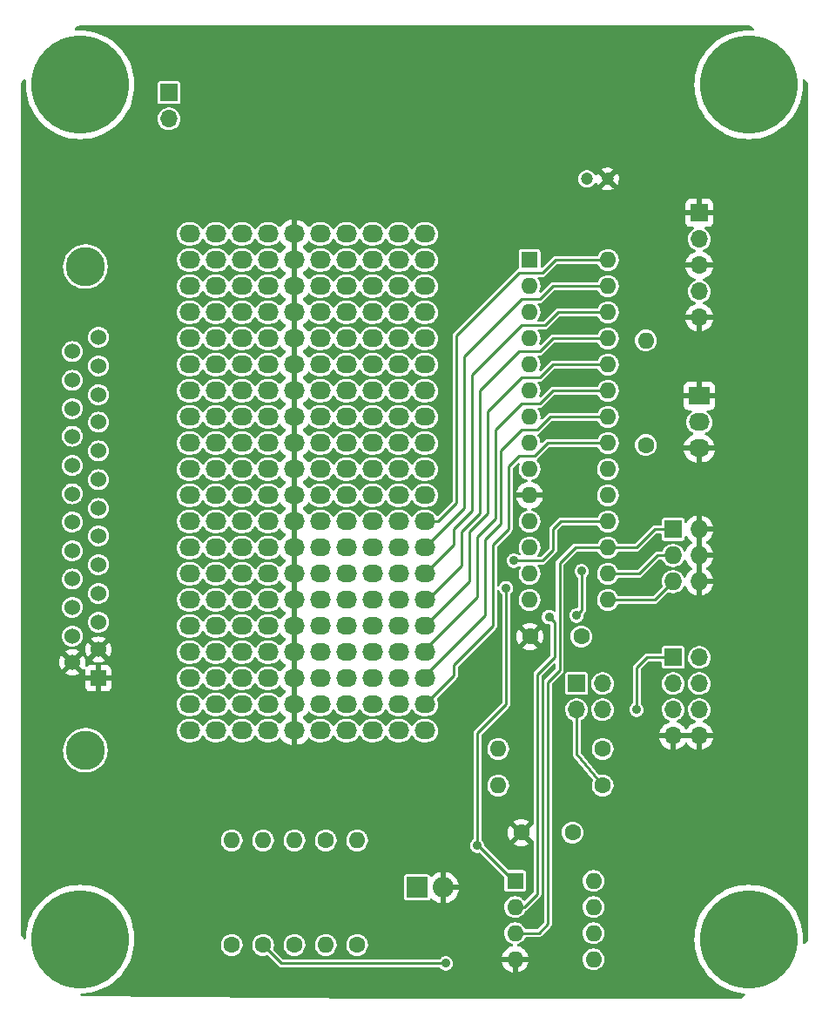
<source format=gbl>
%TF.GenerationSoftware,KiCad,Pcbnew,(6.0.1)*%
%TF.CreationDate,2022-05-20T13:50:24-04:00*%
%TF.ProjectId,Proto16-I2C,50726f74-6f31-4362-9d49-32432e6b6963,X1*%
%TF.SameCoordinates,Original*%
%TF.FileFunction,Copper,L2,Bot*%
%TF.FilePolarity,Positive*%
%FSLAX46Y46*%
G04 Gerber Fmt 4.6, Leading zero omitted, Abs format (unit mm)*
G04 Created by KiCad (PCBNEW (6.0.1)) date 2022-05-20 13:50:24*
%MOMM*%
%LPD*%
G01*
G04 APERTURE LIST*
%TA.AperFunction,ComponentPad*%
%ADD10O,2.032000X1.727200*%
%TD*%
%TA.AperFunction,ComponentPad*%
%ADD11C,1.600000*%
%TD*%
%TA.AperFunction,ComponentPad*%
%ADD12O,1.600000X1.600000*%
%TD*%
%TA.AperFunction,ComponentPad*%
%ADD13R,1.700000X1.700000*%
%TD*%
%TA.AperFunction,ComponentPad*%
%ADD14O,1.700000X1.700000*%
%TD*%
%TA.AperFunction,ComponentPad*%
%ADD15R,1.600000X1.600000*%
%TD*%
%TA.AperFunction,ComponentPad*%
%ADD16C,9.525000*%
%TD*%
%TA.AperFunction,ComponentPad*%
%ADD17C,3.810000*%
%TD*%
%TA.AperFunction,ComponentPad*%
%ADD18R,1.524000X1.524000*%
%TD*%
%TA.AperFunction,ComponentPad*%
%ADD19C,1.524000*%
%TD*%
%TA.AperFunction,ComponentPad*%
%ADD20C,1.200000*%
%TD*%
%TA.AperFunction,ComponentPad*%
%ADD21R,2.032000X2.032000*%
%TD*%
%TA.AperFunction,ComponentPad*%
%ADD22O,2.032000X2.032000*%
%TD*%
%TA.AperFunction,ComponentPad*%
%ADD23R,2.032000X1.727200*%
%TD*%
%TA.AperFunction,ComponentPad*%
%ADD24R,1.727200X1.727200*%
%TD*%
%TA.AperFunction,ComponentPad*%
%ADD25O,1.727200X1.727200*%
%TD*%
%TA.AperFunction,ViaPad*%
%ADD26C,0.889000*%
%TD*%
%TA.AperFunction,Conductor*%
%ADD27C,0.254000*%
%TD*%
G04 APERTURE END LIST*
D10*
%TO.P,P1,1,P1*%
%TO.N,Net-(P1-Pad1)*%
X41910000Y-30480000D03*
%TO.P,P1,2,P2*%
%TO.N,Net-(P1-Pad2)*%
X41910000Y-33020000D03*
%TO.P,P1,3,P3*%
%TO.N,Net-(P1-Pad3)*%
X41910000Y-35560000D03*
%TO.P,P1,4,P4*%
%TO.N,Net-(P1-Pad4)*%
X41910000Y-38100000D03*
%TO.P,P1,5,P5*%
%TO.N,Net-(P1-Pad5)*%
X41910000Y-40640000D03*
%TO.P,P1,6,P6*%
%TO.N,Net-(P1-Pad6)*%
X41910000Y-43180000D03*
%TO.P,P1,7,P7*%
%TO.N,Net-(P1-Pad7)*%
X41910000Y-45720000D03*
%TO.P,P1,8,P8*%
%TO.N,Net-(P3-Pad8)*%
X41910000Y-48260000D03*
%TO.P,P1,9,P9*%
%TO.N,Net-(P1-Pad9)*%
X41910000Y-50800000D03*
%TO.P,P1,10,P10*%
%TO.N,Net-(P1-Pad10)*%
X41910000Y-53340000D03*
%TD*%
%TO.P,P99,1,P1*%
%TO.N,Net-(P10-Pad1)*%
X44450000Y-55880000D03*
%TO.P,P99,2,P2*%
%TO.N,Net-(P10-Pad2)*%
X44450000Y-58420000D03*
%TO.P,P99,3,P3*%
%TO.N,Net-(P4-Pad3)*%
X44450000Y-60960000D03*
%TO.P,P99,4,P4*%
%TO.N,Net-(P4-Pad4)*%
X44450000Y-63500000D03*
%TO.P,P99,5,P5*%
%TO.N,Net-(P4-Pad5)*%
X44450000Y-66040000D03*
%TO.P,P99,6,P6*%
%TO.N,Net-(P4-Pad6)*%
X44450000Y-68580000D03*
%TO.P,P99,7,P7*%
%TO.N,Net-(P4-Pad7)*%
X44450000Y-71120000D03*
%TO.P,P99,8,P8*%
%TO.N,Net-(P4-Pad8)*%
X44450000Y-73660000D03*
%TO.P,P99,9,P9*%
%TO.N,Net-(P10-Pad9)*%
X44450000Y-76200000D03*
%TO.P,P99,10,P10*%
%TO.N,Net-(P10-Pad10)*%
X44450000Y-78740000D03*
%TD*%
%TO.P,P3,1,P1*%
%TO.N,Net-(P1-Pad1)*%
X46990000Y-30480000D03*
%TO.P,P3,2,P2*%
%TO.N,Net-(P1-Pad2)*%
X46990000Y-33020000D03*
%TO.P,P3,3,P3*%
%TO.N,Net-(P1-Pad3)*%
X46990000Y-35560000D03*
%TO.P,P3,4,P4*%
%TO.N,Net-(P1-Pad4)*%
X46990000Y-38100000D03*
%TO.P,P3,5,P5*%
%TO.N,Net-(P1-Pad5)*%
X46990000Y-40640000D03*
%TO.P,P3,6,P6*%
%TO.N,Net-(P1-Pad6)*%
X46990000Y-43180000D03*
%TO.P,P3,7,P7*%
%TO.N,Net-(P1-Pad7)*%
X46990000Y-45720000D03*
%TO.P,P3,8,P8*%
%TO.N,Net-(P3-Pad8)*%
X46990000Y-48260000D03*
%TO.P,P3,9,P9*%
%TO.N,Net-(P1-Pad9)*%
X46990000Y-50800000D03*
%TO.P,P3,10,P10*%
%TO.N,Net-(P1-Pad10)*%
X46990000Y-53340000D03*
%TD*%
%TO.P,P4,1,P1*%
%TO.N,Net-(P10-Pad1)*%
X46990000Y-55880000D03*
%TO.P,P4,2,P2*%
%TO.N,Net-(P10-Pad2)*%
X46990000Y-58420000D03*
%TO.P,P4,3,P3*%
%TO.N,Net-(P4-Pad3)*%
X46990000Y-60960000D03*
%TO.P,P4,4,P4*%
%TO.N,Net-(P4-Pad4)*%
X46990000Y-63500000D03*
%TO.P,P4,5,P5*%
%TO.N,Net-(P4-Pad5)*%
X46990000Y-66040000D03*
%TO.P,P4,6,P6*%
%TO.N,Net-(P4-Pad6)*%
X46990000Y-68580000D03*
%TO.P,P4,7,P7*%
%TO.N,Net-(P4-Pad7)*%
X46990000Y-71120000D03*
%TO.P,P4,8,P8*%
%TO.N,Net-(P4-Pad8)*%
X46990000Y-73660000D03*
%TO.P,P4,9,P9*%
%TO.N,Net-(P10-Pad9)*%
X46990000Y-76200000D03*
%TO.P,P4,10,P10*%
%TO.N,Net-(P10-Pad10)*%
X46990000Y-78740000D03*
%TD*%
%TO.P,P7,1,P1*%
%TO.N,Net-(P1-Pad1)*%
X44450000Y-30480000D03*
%TO.P,P7,2,P2*%
%TO.N,Net-(P1-Pad2)*%
X44450000Y-33020000D03*
%TO.P,P7,3,P3*%
%TO.N,Net-(P1-Pad3)*%
X44450000Y-35560000D03*
%TO.P,P7,4,P4*%
%TO.N,Net-(P1-Pad4)*%
X44450000Y-38100000D03*
%TO.P,P7,5,P5*%
%TO.N,Net-(P1-Pad5)*%
X44450000Y-40640000D03*
%TO.P,P7,6,P6*%
%TO.N,Net-(P1-Pad6)*%
X44450000Y-43180000D03*
%TO.P,P7,7,P7*%
%TO.N,Net-(P1-Pad7)*%
X44450000Y-45720000D03*
%TO.P,P7,8,P8*%
%TO.N,Net-(P3-Pad8)*%
X44450000Y-48260000D03*
%TO.P,P7,9,P9*%
%TO.N,Net-(P1-Pad9)*%
X44450000Y-50800000D03*
%TO.P,P7,10,P10*%
%TO.N,Net-(P1-Pad10)*%
X44450000Y-53340000D03*
%TD*%
%TO.P,P10,1,P1*%
%TO.N,Net-(P10-Pad1)*%
X41910000Y-55880000D03*
%TO.P,P10,2,P2*%
%TO.N,Net-(P10-Pad2)*%
X41910000Y-58420000D03*
%TO.P,P10,3,P3*%
%TO.N,Net-(P4-Pad3)*%
X41910000Y-60960000D03*
%TO.P,P10,4,P4*%
%TO.N,Net-(P4-Pad4)*%
X41910000Y-63500000D03*
%TO.P,P10,5,P5*%
%TO.N,Net-(P4-Pad5)*%
X41910000Y-66040000D03*
%TO.P,P10,6,P6*%
%TO.N,Net-(P4-Pad6)*%
X41910000Y-68580000D03*
%TO.P,P10,7,P7*%
%TO.N,Net-(P4-Pad7)*%
X41910000Y-71120000D03*
%TO.P,P10,8,P8*%
%TO.N,Net-(P4-Pad8)*%
X41910000Y-73660000D03*
%TO.P,P10,9,P9*%
%TO.N,Net-(P10-Pad9)*%
X41910000Y-76200000D03*
%TO.P,P10,10,P10*%
%TO.N,Net-(P10-Pad10)*%
X41910000Y-78740000D03*
%TD*%
%TO.P,P11,1,P1*%
%TO.N,Net-(P11-Pad1)*%
X31750000Y-55880000D03*
%TO.P,P11,2,P2*%
%TO.N,Net-(P13-Pad2)*%
X31750000Y-58420000D03*
%TO.P,P11,3,P3*%
%TO.N,Net-(P11-Pad3)*%
X31750000Y-60960000D03*
%TO.P,P11,4,P4*%
%TO.N,Net-(P11-Pad4)*%
X31750000Y-63500000D03*
%TO.P,P11,5,P5*%
%TO.N,Net-(P11-Pad5)*%
X31750000Y-66040000D03*
%TO.P,P11,6,P6*%
%TO.N,Net-(P11-Pad6)*%
X31750000Y-68580000D03*
%TO.P,P11,7,P7*%
%TO.N,Net-(P11-Pad7)*%
X31750000Y-71120000D03*
%TO.P,P11,8,P8*%
%TO.N,Net-(P11-Pad8)*%
X31750000Y-73660000D03*
%TO.P,P11,9,P9*%
%TO.N,Net-(P11-Pad9)*%
X31750000Y-76200000D03*
%TO.P,P11,10,P10*%
%TO.N,Net-(P11-Pad10)*%
X31750000Y-78740000D03*
%TD*%
%TO.P,P12,1,P1*%
%TO.N,Net-(P12-Pad1)*%
X34290000Y-30480000D03*
%TO.P,P12,2,P2*%
%TO.N,Net-(P12-Pad2)*%
X34290000Y-33020000D03*
%TO.P,P12,3,P3*%
%TO.N,Net-(P12-Pad3)*%
X34290000Y-35560000D03*
%TO.P,P12,4,P4*%
%TO.N,Net-(P12-Pad4)*%
X34290000Y-38100000D03*
%TO.P,P12,5,P5*%
%TO.N,Net-(P12-Pad5)*%
X34290000Y-40640000D03*
%TO.P,P12,6,P6*%
%TO.N,Net-(P12-Pad6)*%
X34290000Y-43180000D03*
%TO.P,P12,7,P7*%
%TO.N,Net-(P12-Pad7)*%
X34290000Y-45720000D03*
%TO.P,P12,8,P8*%
%TO.N,Net-(P12-Pad8)*%
X34290000Y-48260000D03*
%TO.P,P12,9,P9*%
%TO.N,Net-(P12-Pad9)*%
X34290000Y-50800000D03*
%TO.P,P12,10,P10*%
%TO.N,Net-(P12-Pad10)*%
X34290000Y-53340000D03*
%TD*%
%TO.P,P13,1,P1*%
%TO.N,Net-(P11-Pad1)*%
X29210000Y-55880000D03*
%TO.P,P13,2,P2*%
%TO.N,Net-(P13-Pad2)*%
X29210000Y-58420000D03*
%TO.P,P13,3,P3*%
%TO.N,Net-(P11-Pad3)*%
X29210000Y-60960000D03*
%TO.P,P13,4,P4*%
%TO.N,Net-(P11-Pad4)*%
X29210000Y-63500000D03*
%TO.P,P13,5,P5*%
%TO.N,Net-(P11-Pad5)*%
X29210000Y-66040000D03*
%TO.P,P13,6,P6*%
%TO.N,Net-(P11-Pad6)*%
X29210000Y-68580000D03*
%TO.P,P13,7,P7*%
%TO.N,Net-(P11-Pad7)*%
X29210000Y-71120000D03*
%TO.P,P13,8,P8*%
%TO.N,Net-(P11-Pad8)*%
X29210000Y-73660000D03*
%TO.P,P13,9,P9*%
%TO.N,Net-(P11-Pad9)*%
X29210000Y-76200000D03*
%TO.P,P13,10,P10*%
%TO.N,Net-(P11-Pad10)*%
X29210000Y-78740000D03*
%TD*%
%TO.P,P14,1,P1*%
%TO.N,Net-(P12-Pad1)*%
X29210000Y-30480000D03*
%TO.P,P14,2,P2*%
%TO.N,Net-(P12-Pad2)*%
X29210000Y-33020000D03*
%TO.P,P14,3,P3*%
%TO.N,Net-(P12-Pad3)*%
X29210000Y-35560000D03*
%TO.P,P14,4,P4*%
%TO.N,Net-(P12-Pad4)*%
X29210000Y-38100000D03*
%TO.P,P14,5,P5*%
%TO.N,Net-(P12-Pad5)*%
X29210000Y-40640000D03*
%TO.P,P14,6,P6*%
%TO.N,Net-(P12-Pad6)*%
X29210000Y-43180000D03*
%TO.P,P14,7,P7*%
%TO.N,Net-(P12-Pad7)*%
X29210000Y-45720000D03*
%TO.P,P14,8,P8*%
%TO.N,Net-(P12-Pad8)*%
X29210000Y-48260000D03*
%TO.P,P14,9,P9*%
%TO.N,Net-(P12-Pad9)*%
X29210000Y-50800000D03*
%TO.P,P14,10,P10*%
%TO.N,Net-(P12-Pad10)*%
X29210000Y-53340000D03*
%TD*%
%TO.P,P15,1,P1*%
%TO.N,Net-(P12-Pad1)*%
X31750000Y-30480000D03*
%TO.P,P15,2,P2*%
%TO.N,Net-(P12-Pad2)*%
X31750000Y-33020000D03*
%TO.P,P15,3,P3*%
%TO.N,Net-(P12-Pad3)*%
X31750000Y-35560000D03*
%TO.P,P15,4,P4*%
%TO.N,Net-(P12-Pad4)*%
X31750000Y-38100000D03*
%TO.P,P15,5,P5*%
%TO.N,Net-(P12-Pad5)*%
X31750000Y-40640000D03*
%TO.P,P15,6,P6*%
%TO.N,Net-(P12-Pad6)*%
X31750000Y-43180000D03*
%TO.P,P15,7,P7*%
%TO.N,Net-(P12-Pad7)*%
X31750000Y-45720000D03*
%TO.P,P15,8,P8*%
%TO.N,Net-(P12-Pad8)*%
X31750000Y-48260000D03*
%TO.P,P15,9,P9*%
%TO.N,Net-(P12-Pad9)*%
X31750000Y-50800000D03*
%TO.P,P15,10,P10*%
%TO.N,Net-(P12-Pad10)*%
X31750000Y-53340000D03*
%TD*%
%TO.P,P16,1,P1*%
%TO.N,Net-(P11-Pad1)*%
X34290000Y-55880000D03*
%TO.P,P16,2,P2*%
%TO.N,Net-(P13-Pad2)*%
X34290000Y-58420000D03*
%TO.P,P16,3,P3*%
%TO.N,Net-(P11-Pad3)*%
X34290000Y-60960000D03*
%TO.P,P16,4,P4*%
%TO.N,Net-(P11-Pad4)*%
X34290000Y-63500000D03*
%TO.P,P16,5,P5*%
%TO.N,Net-(P11-Pad5)*%
X34290000Y-66040000D03*
%TO.P,P16,6,P6*%
%TO.N,Net-(P11-Pad6)*%
X34290000Y-68580000D03*
%TO.P,P16,7,P7*%
%TO.N,Net-(P11-Pad7)*%
X34290000Y-71120000D03*
%TO.P,P16,8,P8*%
%TO.N,Net-(P11-Pad8)*%
X34290000Y-73660000D03*
%TO.P,P16,9,P9*%
%TO.N,Net-(P11-Pad9)*%
X34290000Y-76200000D03*
%TO.P,P16,10,P10*%
%TO.N,Net-(P11-Pad10)*%
X34290000Y-78740000D03*
%TD*%
%TO.P,P5,1,P1*%
%TO.N,+5V*%
X39370000Y-55880000D03*
%TO.P,P5,2,P2*%
X39370000Y-58420000D03*
%TO.P,P5,3,P3*%
X39370000Y-60960000D03*
%TO.P,P5,4,P4*%
X39370000Y-63500000D03*
%TO.P,P5,5,P5*%
X39370000Y-66040000D03*
%TO.P,P5,6,P6*%
X39370000Y-68580000D03*
%TO.P,P5,7,P7*%
X39370000Y-71120000D03*
%TO.P,P5,8,P8*%
X39370000Y-73660000D03*
%TO.P,P5,9,P9*%
X39370000Y-76200000D03*
%TO.P,P5,10,P10*%
X39370000Y-78740000D03*
%TD*%
%TO.P,P6,1,P1*%
%TO.N,+5V*%
X39370000Y-30480000D03*
%TO.P,P6,2,P2*%
X39370000Y-33020000D03*
%TO.P,P6,3,P3*%
X39370000Y-35560000D03*
%TO.P,P6,4,P4*%
X39370000Y-38100000D03*
%TO.P,P6,5,P5*%
X39370000Y-40640000D03*
%TO.P,P6,6,P6*%
X39370000Y-43180000D03*
%TO.P,P6,7,P7*%
X39370000Y-45720000D03*
%TO.P,P6,8,P8*%
X39370000Y-48260000D03*
%TO.P,P6,9,P9*%
X39370000Y-50800000D03*
%TO.P,P6,10,P10*%
X39370000Y-53340000D03*
%TD*%
%TO.P,P8,1,P1*%
%TO.N,GND*%
X36830000Y-30480000D03*
%TO.P,P8,2,P2*%
X36830000Y-33020000D03*
%TO.P,P8,3,P3*%
X36830000Y-35560000D03*
%TO.P,P8,4,P4*%
X36830000Y-38100000D03*
%TO.P,P8,5,P5*%
X36830000Y-40640000D03*
%TO.P,P8,6,P6*%
X36830000Y-43180000D03*
%TO.P,P8,7,P7*%
X36830000Y-45720000D03*
%TO.P,P8,8,P8*%
X36830000Y-48260000D03*
%TO.P,P8,9,P9*%
X36830000Y-50800000D03*
%TO.P,P8,10,P10*%
X36830000Y-53340000D03*
%TD*%
%TO.P,P9,1,P1*%
%TO.N,GND*%
X36830000Y-55880000D03*
%TO.P,P9,2,P2*%
X36830000Y-58420000D03*
%TO.P,P9,3,P3*%
X36830000Y-60960000D03*
%TO.P,P9,4,P4*%
X36830000Y-63500000D03*
%TO.P,P9,5,P5*%
X36830000Y-66040000D03*
%TO.P,P9,6,P6*%
X36830000Y-68580000D03*
%TO.P,P9,7,P7*%
X36830000Y-71120000D03*
%TO.P,P9,8,P8*%
X36830000Y-73660000D03*
%TO.P,P9,9,P9*%
X36830000Y-76200000D03*
%TO.P,P9,10,P10*%
X36830000Y-78740000D03*
%TD*%
%TO.P,P17,1,P1*%
%TO.N,/B24*%
X26670000Y-30480000D03*
%TO.P,P17,2,P2*%
%TO.N,/B11*%
X26670000Y-33020000D03*
%TO.P,P17,3,P3*%
%TO.N,/B23*%
X26670000Y-35560000D03*
%TO.P,P17,4,P4*%
%TO.N,/B10*%
X26670000Y-38100000D03*
%TO.P,P17,5,P5*%
%TO.N,/B22*%
X26670000Y-40640000D03*
%TO.P,P17,6,P6*%
%TO.N,/B9*%
X26670000Y-43180000D03*
%TO.P,P17,7,P7*%
%TO.N,/B21*%
X26670000Y-45720000D03*
%TO.P,P17,8,P8*%
%TO.N,/B8*%
X26670000Y-48260000D03*
%TO.P,P17,9,P9*%
%TO.N,/B20*%
X26670000Y-50800000D03*
%TO.P,P17,10,P10*%
%TO.N,/B7*%
X26670000Y-53340000D03*
%TD*%
%TO.P,P18,1,P1*%
%TO.N,/B7*%
X26670000Y-55880000D03*
%TO.P,P18,2,P2*%
%TO.N,/B19*%
X26670000Y-58420000D03*
%TO.P,P18,3,P3*%
%TO.N,/B6*%
X26670000Y-60960000D03*
%TO.P,P18,4,P4*%
%TO.N,/B18*%
X26670000Y-63500000D03*
%TO.P,P18,5,P5*%
%TO.N,/B5*%
X26670000Y-66040000D03*
%TO.P,P18,6,P6*%
%TO.N,/B17*%
X26670000Y-68580000D03*
%TO.P,P18,7,P7*%
%TO.N,/B4*%
X26670000Y-71120000D03*
%TO.P,P18,8,P8*%
%TO.N,/B16*%
X26670000Y-73660000D03*
%TO.P,P18,9,P9*%
%TO.N,/B3*%
X26670000Y-76200000D03*
%TO.P,P18,10,P10*%
%TO.N,/B15*%
X26670000Y-78740000D03*
%TD*%
%TO.P,P19,1,P1*%
%TO.N,/IB*%
X49530000Y-55880000D03*
%TO.P,P19,2,P2*%
%TO.N,/G7*%
X49530000Y-58420000D03*
%TO.P,P19,3,P3*%
%TO.N,/G6*%
X49530000Y-60960000D03*
%TO.P,P19,4,P4*%
%TO.N,/G5*%
X49530000Y-63500000D03*
%TO.P,P19,5,P5*%
%TO.N,/G4*%
X49530000Y-66040000D03*
%TO.P,P19,6,P6*%
%TO.N,/G3*%
X49530000Y-68580000D03*
%TO.P,P19,7,P7*%
%TO.N,/G2*%
X49530000Y-71120000D03*
%TO.P,P19,8,P8*%
%TO.N,/G1*%
X49530000Y-73660000D03*
%TO.P,P19,9,P9*%
%TO.N,/G0*%
X49530000Y-76200000D03*
%TO.P,P19,10,P10*%
%TO.N,/RST*%
X49530000Y-78740000D03*
%TD*%
%TO.P,P20,1,P1*%
%TO.N,unconnected-(P20-Pad1)*%
X49530000Y-30480000D03*
%TO.P,P20,2,P2*%
%TO.N,/G8*%
X49530000Y-33020000D03*
%TO.P,P20,3,P3*%
%TO.N,/G9*%
X49530000Y-35560000D03*
%TO.P,P20,4,P4*%
%TO.N,/G10*%
X49530000Y-38100000D03*
%TO.P,P20,5,P5*%
%TO.N,/G11*%
X49530000Y-40640000D03*
%TO.P,P20,6,P6*%
%TO.N,/G12*%
X49530000Y-43180000D03*
%TO.P,P20,7,P7*%
%TO.N,/G13*%
X49530000Y-45720000D03*
%TO.P,P20,8,P8*%
%TO.N,/G14*%
X49530000Y-48260000D03*
%TO.P,P20,9,P9*%
%TO.N,/G15*%
X49530000Y-50800000D03*
%TO.P,P20,10,P10*%
%TO.N,/IA*%
X49530000Y-53340000D03*
%TD*%
D11*
%TO.P,R8,1*%
%TO.N,/IA*%
X71000000Y-51000000D03*
D12*
%TO.P,R8,2*%
%TO.N,+5V*%
X71000000Y-40840000D03*
%TD*%
D11*
%TO.P,R7,1*%
%TO.N,Net-(H6-Pad3)*%
X66802000Y-84074000D03*
D12*
%TO.P,R7,2*%
%TO.N,+5V*%
X56642000Y-84074000D03*
%TD*%
D11*
%TO.P,R6,1*%
%TO.N,Net-(H6-Pad1)*%
X66802000Y-80518000D03*
D12*
%TO.P,R6,2*%
%TO.N,+5V*%
X56642000Y-80518000D03*
%TD*%
D11*
%TO.P,R4,1*%
%TO.N,/RST*%
X39878000Y-89408000D03*
D12*
%TO.P,R4,2*%
%TO.N,+5V*%
X39878000Y-99568000D03*
%TD*%
D11*
%TO.P,R3,1*%
%TO.N,/A1*%
X36830000Y-99568000D03*
D12*
%TO.P,R3,2*%
%TO.N,+5V*%
X36830000Y-89408000D03*
%TD*%
D11*
%TO.P,R2,1*%
%TO.N,/A2*%
X33782000Y-99568000D03*
D12*
%TO.P,R2,2*%
%TO.N,+5V*%
X33782000Y-89408000D03*
%TD*%
D11*
%TO.P,R5,1*%
%TO.N,Net-(R5-Pad1)*%
X42926000Y-99568000D03*
D12*
%TO.P,R5,2*%
%TO.N,+5V*%
X42926000Y-89408000D03*
%TD*%
D11*
%TO.P,R1,1*%
%TO.N,/A0*%
X30734000Y-99568000D03*
D12*
%TO.P,R1,2*%
%TO.N,+5V*%
X30734000Y-89408000D03*
%TD*%
D13*
%TO.P,H6,1,P1*%
%TO.N,Net-(H6-Pad1)*%
X64262000Y-74168000D03*
D14*
%TO.P,H6,2,P2*%
%TO.N,/SDA*%
X66802000Y-74168000D03*
%TO.P,H6,3,P3*%
%TO.N,Net-(H6-Pad3)*%
X64262000Y-76708000D03*
%TO.P,H6,4,P4*%
%TO.N,/SCL*%
X66802000Y-76708000D03*
%TD*%
D13*
%TO.P,H4,1,P1*%
%TO.N,/SCL*%
X73660000Y-71628000D03*
D14*
%TO.P,H4,2,P2*%
X76200000Y-71628000D03*
%TO.P,H4,3,P3*%
%TO.N,/SDA*%
X73660000Y-74168000D03*
%TO.P,H4,4,P4*%
X76200000Y-74168000D03*
%TO.P,H4,5,P5*%
%TO.N,+5V*%
X73660000Y-76708000D03*
%TO.P,H4,6,P6*%
X76200000Y-76708000D03*
%TO.P,H4,7,P7*%
%TO.N,GND*%
X73660000Y-79248000D03*
%TO.P,H4,8,P8*%
X76200000Y-79248000D03*
%TD*%
D15*
%TO.P,U2,1,A0*%
%TO.N,/A0*%
X58293000Y-93345000D03*
D12*
%TO.P,U2,2,A1*%
%TO.N,/A1*%
X58293000Y-95885000D03*
%TO.P,U2,3,A2*%
%TO.N,/A2*%
X58293000Y-98425000D03*
%TO.P,U2,4,GND*%
%TO.N,GND*%
X58293000Y-100965000D03*
%TO.P,U2,5,SDA*%
%TO.N,/SDA*%
X65913000Y-100965000D03*
%TO.P,U2,6,SCL*%
%TO.N,/SCL*%
X65913000Y-98425000D03*
%TO.P,U2,7,TEST*%
%TO.N,Net-(R5-Pad1)*%
X65913000Y-95885000D03*
%TO.P,U2,8,VCC*%
%TO.N,+5V*%
X65913000Y-93345000D03*
%TD*%
D15*
%TO.P,U1,1,GPB0*%
%TO.N,/G8*%
X59690000Y-33020000D03*
D12*
%TO.P,U1,2,GPB1*%
%TO.N,/G9*%
X59690000Y-35560000D03*
%TO.P,U1,3,GPB2*%
%TO.N,/G10*%
X59690000Y-38100000D03*
%TO.P,U1,4,GPB3*%
%TO.N,/G11*%
X59690000Y-40640000D03*
%TO.P,U1,5,GPB4*%
%TO.N,/G12*%
X59690000Y-43180000D03*
%TO.P,U1,6,GPB5*%
%TO.N,/G13*%
X59690000Y-45720000D03*
%TO.P,U1,7,GPB6*%
%TO.N,/G14*%
X59690000Y-48260000D03*
%TO.P,U1,8,GPB7*%
%TO.N,/G15*%
X59690000Y-50800000D03*
%TO.P,U1,9,VDD*%
%TO.N,+5V*%
X59690000Y-53340000D03*
%TO.P,U1,10,VSS*%
%TO.N,GND*%
X59690000Y-55880000D03*
%TO.P,U1,11*%
%TO.N,N/C*%
X59690000Y-58420000D03*
%TO.P,U1,12,SCL*%
%TO.N,/SCL*%
X59690000Y-60960000D03*
%TO.P,U1,13,SDA*%
%TO.N,/SDA*%
X59690000Y-63500000D03*
%TO.P,U1,14*%
%TO.N,N/C*%
X59690000Y-66040000D03*
%TO.P,U1,15,A0*%
%TO.N,/A0*%
X67310000Y-66040000D03*
%TO.P,U1,16,A1*%
%TO.N,/A1*%
X67310000Y-63500000D03*
%TO.P,U1,17,A2*%
%TO.N,/A2*%
X67310000Y-60960000D03*
%TO.P,U1,18,~{RST}*%
%TO.N,/RST*%
X67310000Y-58420000D03*
%TO.P,U1,19,INTB*%
%TO.N,/IB*%
X67310000Y-55880000D03*
%TO.P,U1,20,INTA*%
%TO.N,/IA*%
X67310000Y-53340000D03*
%TO.P,U1,21,GPA0*%
%TO.N,/G0*%
X67310000Y-50800000D03*
%TO.P,U1,22,GPA1*%
%TO.N,/G1*%
X67310000Y-48260000D03*
%TO.P,U1,23,GPA2*%
%TO.N,/G2*%
X67310000Y-45720000D03*
%TO.P,U1,24,GPS3*%
%TO.N,/G3*%
X67310000Y-43180000D03*
%TO.P,U1,25,GPA4*%
%TO.N,/G4*%
X67310000Y-40640000D03*
%TO.P,U1,26,GPA5*%
%TO.N,/G5*%
X67310000Y-38100000D03*
%TO.P,U1,27,GPA6*%
%TO.N,/G6*%
X67310000Y-35560000D03*
%TO.P,U1,28,GPA7*%
%TO.N,/G7*%
X67310000Y-33020000D03*
%TD*%
D16*
%TO.P,MTG4,1*%
%TO.N,N/C*%
X16000000Y-16000000D03*
%TD*%
%TO.P,MTG3,1*%
%TO.N,N/C*%
X81000000Y-16000000D03*
%TD*%
%TO.P,MTG2,1*%
%TO.N,N/C*%
X16000000Y-99000000D03*
%TD*%
%TO.P,MTG1,1*%
%TO.N,N/C*%
X81000000Y-99000000D03*
%TD*%
D17*
%TO.P,J1,*%
%TO.N,*%
X16510000Y-33655000D03*
X16510000Y-80645000D03*
D18*
%TO.P,J1,1,1*%
%TO.N,GND*%
X17780000Y-73660000D03*
D19*
%TO.P,J1,2,2*%
X17780000Y-70866000D03*
%TO.P,J1,3,3*%
%TO.N,/B3*%
X17780000Y-68199000D03*
%TO.P,J1,4,4*%
%TO.N,/B4*%
X17780000Y-65405000D03*
%TO.P,J1,5,5*%
%TO.N,/B5*%
X17780000Y-62611000D03*
%TO.P,J1,6,6*%
%TO.N,/B6*%
X17780000Y-59817000D03*
%TO.P,J1,7,7*%
%TO.N,/B7*%
X17780000Y-57150000D03*
%TO.P,J1,8,8*%
%TO.N,/B8*%
X17780000Y-54356000D03*
%TO.P,J1,9,9*%
%TO.N,/B9*%
X17780000Y-51562000D03*
%TO.P,J1,10,10*%
%TO.N,/B10*%
X17780000Y-48768000D03*
%TO.P,J1,11,11*%
%TO.N,/B11*%
X17780000Y-46101000D03*
%TO.P,J1,12,12*%
%TO.N,Net-(H7-Pad2)*%
X17780000Y-43307000D03*
%TO.P,J1,13,13*%
X17780000Y-40513000D03*
%TO.P,J1,14,P14*%
%TO.N,GND*%
X15240000Y-72085200D03*
%TO.P,J1,15,P15*%
%TO.N,/B15*%
X15240000Y-69545200D03*
%TO.P,J1,16,P16*%
%TO.N,/B16*%
X15240000Y-66751200D03*
%TO.P,J1,17,P17*%
%TO.N,/B17*%
X15240000Y-64008000D03*
%TO.P,J1,18,P18*%
%TO.N,/B18*%
X15240000Y-61264800D03*
%TO.P,J1,19,P19*%
%TO.N,/B19*%
X15240000Y-58470800D03*
%TO.P,J1,20,P20*%
%TO.N,/B20*%
X15240000Y-55727600D03*
%TO.P,J1,21,P21*%
%TO.N,/B21*%
X15240000Y-52984400D03*
%TO.P,J1,22,P22*%
%TO.N,/B22*%
X15240000Y-50139600D03*
%TO.P,J1,23,P23*%
%TO.N,/B23*%
X15240000Y-47447200D03*
%TO.P,J1,24,P24*%
%TO.N,/B24*%
X15240000Y-44704000D03*
%TO.P,J1,25,P25*%
%TO.N,Net-(H7-Pad2)*%
X15240000Y-41910000D03*
%TD*%
D13*
%TO.P,H7,1,P1*%
%TO.N,+5V*%
X24638000Y-16764000D03*
D14*
%TO.P,H7,2,P2*%
%TO.N,Net-(H7-Pad2)*%
X24638000Y-19304000D03*
%TD*%
D13*
%TO.P,H1,1,P1*%
%TO.N,GND*%
X76200000Y-28448000D03*
D14*
%TO.P,H1,2,P2*%
%TO.N,+5V*%
X76200000Y-30988000D03*
%TO.P,H1,3,P3*%
%TO.N,GND*%
X76200000Y-33528000D03*
%TO.P,H1,4,P4*%
%TO.N,+5V*%
X76200000Y-36068000D03*
%TO.P,H1,5,P5*%
%TO.N,GND*%
X76200000Y-38608000D03*
%TD*%
D11*
%TO.P,C3,1*%
%TO.N,+5V*%
X63881000Y-88646000D03*
%TO.P,C3,2*%
%TO.N,GND*%
X58881000Y-88646000D03*
%TD*%
%TO.P,C2,1*%
%TO.N,+5V*%
X64730000Y-69596000D03*
%TO.P,C2,2*%
%TO.N,GND*%
X59730000Y-69596000D03*
%TD*%
D20*
%TO.P,C1,1*%
%TO.N,+5V*%
X65278000Y-25146000D03*
%TO.P,C1,2*%
%TO.N,GND*%
X67278000Y-25146000D03*
%TD*%
D21*
%TO.P,H5,1,P1*%
%TO.N,Net-(R5-Pad1)*%
X48768000Y-93980000D03*
D22*
%TO.P,H5,2,P2*%
%TO.N,GND*%
X51308000Y-93980000D03*
%TD*%
D23*
%TO.P,H2,1,P1*%
%TO.N,GND*%
X76200000Y-46228000D03*
D10*
%TO.P,H2,2,P2*%
%TO.N,/IA*%
X76200000Y-48768000D03*
%TO.P,H2,3,P3*%
%TO.N,GND*%
X76200000Y-51308000D03*
%TD*%
D24*
%TO.P,H3,1,P1*%
%TO.N,/A2*%
X73660000Y-59182000D03*
D25*
%TO.P,H3,2,P2*%
%TO.N,GND*%
X76200000Y-59182000D03*
%TO.P,H3,3,P3*%
%TO.N,/A1*%
X73660000Y-61722000D03*
%TO.P,H3,4,P4*%
%TO.N,GND*%
X76200000Y-61722000D03*
%TO.P,H3,5,P5*%
%TO.N,/A0*%
X73660000Y-64262000D03*
%TO.P,H3,6,P6*%
%TO.N,GND*%
X76200000Y-64262000D03*
%TD*%
D26*
%TO.N,/A1*%
X64770000Y-63246000D03*
X64262000Y-67564000D03*
X61595000Y-67691000D03*
%TO.N,/A2*%
X51562000Y-101346000D03*
%TO.N,/SCL*%
X70104000Y-76708000D03*
%TO.N,/RST*%
X58166000Y-62230000D03*
%TO.N,/A0*%
X54610000Y-89916000D03*
X57404000Y-64897000D03*
%TD*%
D27*
%TO.N,/A1*%
X59182000Y-95885000D02*
X60452000Y-94615000D01*
X60452000Y-94615000D02*
X60452000Y-73279000D01*
X60452000Y-73279000D02*
X62102998Y-71628002D01*
X62102998Y-71628002D02*
X62102998Y-68198998D01*
X62102998Y-68198998D02*
X61595000Y-67691000D01*
X64262000Y-67564000D02*
X64770000Y-67056000D01*
X64770000Y-67056000D02*
X64770000Y-63246000D01*
X70358000Y-63500000D02*
X72136000Y-61722000D01*
X72136000Y-61722000D02*
X73660000Y-61722000D01*
X67310000Y-63500000D02*
X70358000Y-63500000D01*
X58293000Y-95885000D02*
X59182000Y-95885000D01*
%TO.N,/A2*%
X64135000Y-60960000D02*
X62611000Y-62484000D01*
X62611000Y-62484000D02*
X62611000Y-72898000D01*
X62611000Y-72898000D02*
X61468000Y-74041000D01*
X60579000Y-98425000D02*
X61468000Y-97536000D01*
X61468000Y-97536000D02*
X61468000Y-74041000D01*
X35560000Y-101346000D02*
X51562000Y-101346000D01*
X70104000Y-60960000D02*
X71882000Y-59182000D01*
X71882000Y-59182000D02*
X73660000Y-59182000D01*
X67310000Y-60960000D02*
X64135000Y-60960000D01*
X33782000Y-99568000D02*
X35560000Y-101346000D01*
X58293000Y-98425000D02*
X60579000Y-98425000D01*
X67310000Y-60960000D02*
X70104000Y-60960000D01*
%TO.N,/SCL*%
X70104000Y-72644000D02*
X71120000Y-71628000D01*
X71120000Y-71628000D02*
X73660000Y-71628000D01*
X70104000Y-76708000D02*
X70104000Y-72644000D01*
%TO.N,/RST*%
X62738000Y-58420000D02*
X61976000Y-59182000D01*
X61976000Y-59182000D02*
X61976000Y-61214000D01*
X61976000Y-61214000D02*
X60960000Y-62230000D01*
X60960000Y-62230000D02*
X58166000Y-62230000D01*
X67310000Y-58420000D02*
X62738000Y-58420000D01*
%TO.N,Net-(H6-Pad3)*%
X64262000Y-81026000D02*
X64262000Y-76708000D01*
X66802000Y-84074000D02*
X64262000Y-81026000D01*
%TO.N,/G7*%
X60960000Y-34290000D02*
X62230000Y-33020000D01*
X62230000Y-33020000D02*
X67310000Y-33020000D01*
X58674000Y-34290000D02*
X52578000Y-40386000D01*
X52578000Y-40386000D02*
X52578000Y-56642000D01*
X52578000Y-56642000D02*
X50800000Y-58420000D01*
X49530000Y-58420000D02*
X50800000Y-58420000D01*
X60960000Y-34290000D02*
X58674000Y-34290000D01*
%TO.N,/G6*%
X60706000Y-36830000D02*
X61976000Y-35560000D01*
X61976000Y-35560000D02*
X67310000Y-35560000D01*
X58928000Y-36830000D02*
X53340000Y-42418000D01*
X53340000Y-42418000D02*
X53340000Y-57150000D01*
X53340000Y-57150000D02*
X49530000Y-60960000D01*
X60706000Y-36830000D02*
X58928000Y-36830000D01*
%TO.N,/G5*%
X61214000Y-39370000D02*
X62484000Y-38100000D01*
X62484000Y-38100000D02*
X67310000Y-38100000D01*
X58928000Y-39370000D02*
X54102000Y-44196000D01*
X52324000Y-60706000D02*
X52324000Y-59182000D01*
X52324000Y-59182000D02*
X54102000Y-57404000D01*
X54102000Y-57404000D02*
X54102000Y-44196000D01*
X61214000Y-39370000D02*
X58928000Y-39370000D01*
X49530000Y-63500000D02*
X52324000Y-60706000D01*
%TO.N,/G4*%
X60706000Y-41910000D02*
X61976000Y-40640000D01*
X61976000Y-40640000D02*
X67310000Y-40640000D01*
X58674000Y-41910000D02*
X54864000Y-45720000D01*
X49784000Y-66040000D02*
X53086000Y-62738000D01*
X53086000Y-62738000D02*
X53086000Y-59436000D01*
X53086000Y-59436000D02*
X54864000Y-57658000D01*
X54864000Y-57658000D02*
X54864000Y-45720000D01*
X60706000Y-41910000D02*
X58674000Y-41910000D01*
X49530000Y-66040000D02*
X49784000Y-66040000D01*
%TO.N,/G3*%
X60706000Y-44450000D02*
X61976000Y-43180000D01*
X61976000Y-43180000D02*
X67310000Y-43180000D01*
X58928000Y-44450000D02*
X55626000Y-47752000D01*
X55626000Y-47752000D02*
X55626000Y-57614424D01*
X53848000Y-64262000D02*
X53848000Y-59392424D01*
X53848000Y-59392424D02*
X55626000Y-57614424D01*
X60706000Y-44450000D02*
X58928000Y-44450000D01*
X49530000Y-68580000D02*
X53848000Y-64262000D01*
%TO.N,/G2*%
X60706000Y-46990000D02*
X61976000Y-45720000D01*
X61976000Y-45720000D02*
X67310000Y-45720000D01*
X58928000Y-46990000D02*
X56387998Y-49530002D01*
X56387998Y-49530002D02*
X56387998Y-58166000D01*
X49530000Y-70866000D02*
X54610000Y-65786000D01*
X54610000Y-65786000D02*
X54610000Y-59943998D01*
X54610000Y-59943998D02*
X56387998Y-58166000D01*
X49530000Y-71120000D02*
X49530000Y-70866000D01*
X60706000Y-46990000D02*
X58928000Y-46990000D01*
%TO.N,/G1*%
X60452000Y-49530000D02*
X61722000Y-48260000D01*
X61722000Y-48260000D02*
X67310000Y-48260000D01*
X58928000Y-49530000D02*
X56896000Y-51562000D01*
X56896000Y-51562000D02*
X56896000Y-58674000D01*
X49530000Y-73406000D02*
X55372000Y-67564000D01*
X55372000Y-67564000D02*
X55372000Y-60198000D01*
X55372000Y-60198000D02*
X56896000Y-58674000D01*
X49530000Y-73660000D02*
X49530000Y-73406000D01*
X60452000Y-49530000D02*
X58928000Y-49530000D01*
%TO.N,/G0*%
X60198000Y-52070000D02*
X61468000Y-50800000D01*
X61468000Y-50800000D02*
X67310000Y-50800000D01*
X58674000Y-52070000D02*
X57658000Y-53086000D01*
X57658000Y-53086000D02*
X57658000Y-59182000D01*
X52324000Y-73406000D02*
X52324000Y-72390000D01*
X52324000Y-72390000D02*
X56134000Y-68580000D01*
X56134000Y-68580000D02*
X56134000Y-60706000D01*
X56134000Y-60706000D02*
X57658000Y-59182000D01*
X60198000Y-52070000D02*
X58674000Y-52070000D01*
X49530000Y-76200000D02*
X52324000Y-73406000D01*
%TO.N,/A0*%
X58166000Y-93345000D02*
X54673500Y-89852500D01*
X54610000Y-89789000D02*
X54610000Y-78994000D01*
X54610000Y-78994000D02*
X57404000Y-76200000D01*
X57404000Y-76200000D02*
X57404000Y-64897000D01*
X54610000Y-89916000D02*
X54673500Y-89852500D01*
X54673500Y-89852500D02*
X54610000Y-89789000D01*
X71882000Y-66040000D02*
X73660000Y-64262000D01*
X58293000Y-93345000D02*
X58166000Y-93345000D01*
X67310000Y-66040000D02*
X71882000Y-66040000D01*
%TD*%
%TA.AperFunction,Conductor*%
%TO.N,GND*%
G36*
X80987153Y-10256421D02*
G01*
X81000000Y-10258976D01*
X81012172Y-10256555D01*
X81021199Y-10256555D01*
X81035786Y-10255406D01*
X81176969Y-10260953D01*
X81215112Y-10262452D01*
X81282395Y-10285113D01*
X81299260Y-10299260D01*
X81527923Y-10527923D01*
X81561949Y-10590235D01*
X81556884Y-10661050D01*
X81514337Y-10717886D01*
X81447817Y-10742697D01*
X81433335Y-10742898D01*
X81000000Y-10723978D01*
X80997252Y-10724098D01*
X80542924Y-10743934D01*
X80542913Y-10743935D01*
X80540164Y-10744055D01*
X80257423Y-10781279D01*
X80086553Y-10803774D01*
X80086548Y-10803775D01*
X80083828Y-10804133D01*
X79634465Y-10903754D01*
X79631840Y-10904582D01*
X79631835Y-10904583D01*
X79198122Y-11041332D01*
X79198114Y-11041335D01*
X79195494Y-11042161D01*
X78770257Y-11218300D01*
X78361989Y-11430831D01*
X77973798Y-11678136D01*
X77734853Y-11861485D01*
X77610806Y-11956669D01*
X77610800Y-11956674D01*
X77608638Y-11958333D01*
X77269289Y-12269289D01*
X76958333Y-12608638D01*
X76678136Y-12973798D01*
X76430831Y-13361989D01*
X76218300Y-13770257D01*
X76042161Y-14195494D01*
X76041335Y-14198114D01*
X76041332Y-14198122D01*
X75912294Y-14607380D01*
X75903754Y-14634465D01*
X75804133Y-15083828D01*
X75803775Y-15086548D01*
X75803774Y-15086553D01*
X75781279Y-15257423D01*
X75744055Y-15540164D01*
X75743935Y-15542913D01*
X75743934Y-15542924D01*
X75735143Y-15744286D01*
X75723978Y-16000000D01*
X75744055Y-16459836D01*
X75804133Y-16916172D01*
X75903754Y-17365535D01*
X75904582Y-17368160D01*
X75904583Y-17368165D01*
X76016658Y-17723620D01*
X76042161Y-17804506D01*
X76218300Y-18229743D01*
X76430831Y-18638011D01*
X76678136Y-19026202D01*
X76736190Y-19101859D01*
X76938663Y-19365727D01*
X76958333Y-19391362D01*
X77269289Y-19730711D01*
X77608638Y-20041667D01*
X77610800Y-20043326D01*
X77610806Y-20043331D01*
X77734853Y-20138515D01*
X77973798Y-20321864D01*
X78361989Y-20569169D01*
X78770257Y-20781700D01*
X79195494Y-20957839D01*
X79198114Y-20958665D01*
X79198122Y-20958668D01*
X79631835Y-21095417D01*
X79631840Y-21095418D01*
X79634465Y-21096246D01*
X80083828Y-21195867D01*
X80086548Y-21196225D01*
X80086553Y-21196226D01*
X80257423Y-21218721D01*
X80540164Y-21255945D01*
X80542913Y-21256065D01*
X80542924Y-21256066D01*
X80997252Y-21275902D01*
X81000000Y-21276022D01*
X81002748Y-21275902D01*
X81457076Y-21256066D01*
X81457087Y-21256065D01*
X81459836Y-21255945D01*
X81742577Y-21218721D01*
X81913447Y-21196226D01*
X81913452Y-21196225D01*
X81916172Y-21195867D01*
X82365535Y-21096246D01*
X82368160Y-21095418D01*
X82368165Y-21095417D01*
X82801878Y-20958668D01*
X82801886Y-20958665D01*
X82804506Y-20957839D01*
X83229743Y-20781700D01*
X83638011Y-20569169D01*
X84026202Y-20321864D01*
X84265147Y-20138515D01*
X84389194Y-20043331D01*
X84389200Y-20043326D01*
X84391362Y-20041667D01*
X84730711Y-19730711D01*
X85041667Y-19391362D01*
X85061338Y-19365727D01*
X85263810Y-19101859D01*
X85321864Y-19026202D01*
X85569169Y-18638011D01*
X85781700Y-18229743D01*
X85957839Y-17804506D01*
X85983343Y-17723620D01*
X86095417Y-17368165D01*
X86095418Y-17368160D01*
X86096246Y-17365535D01*
X86195867Y-16916172D01*
X86255945Y-16459836D01*
X86276022Y-16000000D01*
X86257102Y-15566667D01*
X86274114Y-15497740D01*
X86325690Y-15448951D01*
X86395456Y-15435791D01*
X86461262Y-15462439D01*
X86472077Y-15472077D01*
X86700740Y-15700740D01*
X86734766Y-15763052D01*
X86737548Y-15784888D01*
X86741398Y-15882863D01*
X86744594Y-15964211D01*
X86743445Y-15978801D01*
X86743445Y-15987828D01*
X86741024Y-16000000D01*
X86743445Y-16012170D01*
X86743579Y-16012844D01*
X86746000Y-16037425D01*
X86746000Y-98962575D01*
X86743579Y-98987153D01*
X86741024Y-99000000D01*
X86743445Y-99012172D01*
X86743445Y-99021195D01*
X86744594Y-99035786D01*
X86741198Y-99122209D01*
X86739306Y-99170364D01*
X86716645Y-99237647D01*
X86695403Y-99261083D01*
X86468425Y-99455635D01*
X86403686Y-99484781D01*
X86333468Y-99474300D01*
X86280063Y-99427519D01*
X86260545Y-99354473D01*
X86261098Y-99341823D01*
X86276022Y-99000000D01*
X86267689Y-98809140D01*
X86256066Y-98542924D01*
X86256065Y-98542913D01*
X86255945Y-98540164D01*
X86212911Y-98213287D01*
X86196226Y-98086553D01*
X86196225Y-98086548D01*
X86195867Y-98083828D01*
X86096246Y-97634465D01*
X86084405Y-97596909D01*
X85958668Y-97198122D01*
X85958665Y-97198114D01*
X85957839Y-97195494D01*
X85781700Y-96770257D01*
X85569169Y-96361989D01*
X85321864Y-95973798D01*
X85084682Y-95664696D01*
X85043331Y-95610806D01*
X85043326Y-95610800D01*
X85041667Y-95608638D01*
X84730711Y-95269289D01*
X84391362Y-94958333D01*
X84389200Y-94956674D01*
X84389194Y-94956669D01*
X84260759Y-94858118D01*
X84026202Y-94678136D01*
X83638011Y-94430831D01*
X83229743Y-94218300D01*
X82804506Y-94042161D01*
X82801886Y-94041335D01*
X82801878Y-94041332D01*
X82368165Y-93904583D01*
X82368160Y-93904582D01*
X82365535Y-93903754D01*
X81916172Y-93804133D01*
X81913452Y-93803775D01*
X81913447Y-93803774D01*
X81702322Y-93775979D01*
X81459836Y-93744055D01*
X81457087Y-93743935D01*
X81457076Y-93743934D01*
X81002748Y-93724098D01*
X81000000Y-93723978D01*
X80997252Y-93724098D01*
X80542924Y-93743934D01*
X80542913Y-93743935D01*
X80540164Y-93744055D01*
X80297678Y-93775979D01*
X80086553Y-93803774D01*
X80086548Y-93803775D01*
X80083828Y-93804133D01*
X79634465Y-93903754D01*
X79631840Y-93904582D01*
X79631835Y-93904583D01*
X79198122Y-94041332D01*
X79198114Y-94041335D01*
X79195494Y-94042161D01*
X78770257Y-94218300D01*
X78361989Y-94430831D01*
X77973798Y-94678136D01*
X77739241Y-94858118D01*
X77610806Y-94956669D01*
X77610800Y-94956674D01*
X77608638Y-94958333D01*
X77269289Y-95269289D01*
X76958333Y-95608638D01*
X76956674Y-95610800D01*
X76956669Y-95610806D01*
X76915318Y-95664696D01*
X76678136Y-95973798D01*
X76430831Y-96361989D01*
X76218300Y-96770257D01*
X76042161Y-97195494D01*
X76041335Y-97198114D01*
X76041332Y-97198122D01*
X75915595Y-97596909D01*
X75903754Y-97634465D01*
X75804133Y-98083828D01*
X75803775Y-98086548D01*
X75803774Y-98086553D01*
X75787089Y-98213287D01*
X75744055Y-98540164D01*
X75743935Y-98542913D01*
X75743934Y-98542924D01*
X75732311Y-98809140D01*
X75723978Y-99000000D01*
X75724098Y-99002748D01*
X75743872Y-99455635D01*
X75744055Y-99459836D01*
X75761726Y-99594062D01*
X75802792Y-99905983D01*
X75804133Y-99916172D01*
X75903754Y-100365535D01*
X75904582Y-100368160D01*
X75904583Y-100368165D01*
X76033051Y-100775612D01*
X76042161Y-100804506D01*
X76218300Y-101229743D01*
X76430831Y-101638011D01*
X76678136Y-102026202D01*
X76958333Y-102391362D01*
X77269289Y-102730711D01*
X77608638Y-103041667D01*
X77610800Y-103043326D01*
X77610806Y-103043331D01*
X77734853Y-103138515D01*
X77973798Y-103321864D01*
X78361989Y-103569169D01*
X78770257Y-103781700D01*
X79195494Y-103957839D01*
X79198114Y-103958665D01*
X79198122Y-103958668D01*
X79631835Y-104095417D01*
X79631840Y-104095418D01*
X79634465Y-104096246D01*
X80083828Y-104195867D01*
X80086548Y-104196225D01*
X80086553Y-104196226D01*
X80537421Y-104255584D01*
X80537424Y-104255584D01*
X80539526Y-104255861D01*
X80540164Y-104255945D01*
X80540143Y-104256102D01*
X80605340Y-104281599D01*
X80646985Y-104339098D01*
X80650932Y-104409985D01*
X80615928Y-104471753D01*
X80610249Y-104476929D01*
X80331723Y-104715666D01*
X80266985Y-104744812D01*
X80249723Y-104746000D01*
X45018571Y-104746000D01*
X45017656Y-104745997D01*
X16147653Y-104536375D01*
X16079679Y-104515879D01*
X16059473Y-104499473D01*
X16045366Y-104485366D01*
X16011340Y-104423054D01*
X16016405Y-104352239D01*
X16058952Y-104295403D01*
X16128964Y-104270391D01*
X16459836Y-104255945D01*
X16742577Y-104218721D01*
X16913447Y-104196226D01*
X16913452Y-104196225D01*
X16916172Y-104195867D01*
X17365535Y-104096246D01*
X17368160Y-104095418D01*
X17368165Y-104095417D01*
X17801878Y-103958668D01*
X17801886Y-103958665D01*
X17804506Y-103957839D01*
X18229743Y-103781700D01*
X18638011Y-103569169D01*
X19026202Y-103321864D01*
X19265147Y-103138515D01*
X19389194Y-103043331D01*
X19389200Y-103043326D01*
X19391362Y-103041667D01*
X19730711Y-102730711D01*
X20041667Y-102391362D01*
X20321864Y-102026202D01*
X20569169Y-101638011D01*
X20781700Y-101229743D01*
X20957839Y-100804506D01*
X20966950Y-100775612D01*
X21095417Y-100368165D01*
X21095418Y-100368160D01*
X21096246Y-100365535D01*
X21195867Y-99916172D01*
X21197209Y-99905983D01*
X21238274Y-99594062D01*
X21243653Y-99553206D01*
X29674501Y-99553206D01*
X29677932Y-99594062D01*
X29689328Y-99729764D01*
X29691806Y-99759278D01*
X29748807Y-99958066D01*
X29751625Y-99963548D01*
X29751626Y-99963552D01*
X29840514Y-100136509D01*
X29840517Y-100136513D01*
X29843334Y-100141995D01*
X29971786Y-100304061D01*
X29976479Y-100308055D01*
X29976480Y-100308056D01*
X30075843Y-100392620D01*
X30129271Y-100438091D01*
X30309789Y-100538980D01*
X30506466Y-100602884D01*
X30711809Y-100627370D01*
X30717944Y-100626898D01*
X30717946Y-100626898D01*
X30911856Y-100611977D01*
X30911860Y-100611976D01*
X30917998Y-100611504D01*
X31117178Y-100555892D01*
X31122682Y-100553112D01*
X31122684Y-100553111D01*
X31296262Y-100465431D01*
X31296264Y-100465430D01*
X31301763Y-100462652D01*
X31464722Y-100335334D01*
X31468748Y-100330670D01*
X31468751Y-100330667D01*
X31595819Y-100183457D01*
X31595820Y-100183455D01*
X31599848Y-100178789D01*
X31701995Y-99998979D01*
X31767270Y-99802753D01*
X31793189Y-99597586D01*
X31793602Y-99568000D01*
X31792151Y-99553206D01*
X32722501Y-99553206D01*
X32725932Y-99594062D01*
X32737328Y-99729764D01*
X32739806Y-99759278D01*
X32796807Y-99958066D01*
X32799625Y-99963548D01*
X32799626Y-99963552D01*
X32888514Y-100136509D01*
X32888517Y-100136513D01*
X32891334Y-100141995D01*
X33019786Y-100304061D01*
X33024479Y-100308055D01*
X33024480Y-100308056D01*
X33123843Y-100392620D01*
X33177271Y-100438091D01*
X33357789Y-100538980D01*
X33554466Y-100602884D01*
X33759809Y-100627370D01*
X33765944Y-100626898D01*
X33765946Y-100626898D01*
X33959856Y-100611977D01*
X33959860Y-100611976D01*
X33965998Y-100611504D01*
X34145225Y-100561463D01*
X34216215Y-100562409D01*
X34268204Y-100593726D01*
X35251954Y-101577476D01*
X35267318Y-101596499D01*
X35268282Y-101597558D01*
X35273929Y-101606304D01*
X35282108Y-101612752D01*
X35282110Y-101612754D01*
X35300477Y-101627234D01*
X35304950Y-101631209D01*
X35305011Y-101631137D01*
X35308968Y-101634490D01*
X35312649Y-101638171D01*
X35316881Y-101641195D01*
X35328439Y-101649455D01*
X35333185Y-101653018D01*
X35373670Y-101684934D01*
X35382355Y-101687984D01*
X35389843Y-101693335D01*
X35439266Y-101708115D01*
X35444840Y-101709927D01*
X35493502Y-101727016D01*
X35499091Y-101727500D01*
X35501802Y-101727500D01*
X35504469Y-101727615D01*
X35504532Y-101727634D01*
X35504525Y-101727808D01*
X35505271Y-101727855D01*
X35511524Y-101729725D01*
X35565688Y-101727597D01*
X35570634Y-101727500D01*
X50909023Y-101727500D01*
X50977144Y-101747502D01*
X51013605Y-101783225D01*
X51024738Y-101799793D01*
X51024741Y-101799796D01*
X51028974Y-101806096D01*
X51154108Y-101919959D01*
X51302791Y-102000687D01*
X51466438Y-102043619D01*
X51554047Y-102044996D01*
X51628004Y-102046158D01*
X51628007Y-102046158D01*
X51635602Y-102046277D01*
X51713761Y-102028376D01*
X51793114Y-102010202D01*
X51793118Y-102010201D01*
X51800517Y-102008506D01*
X51951662Y-101932488D01*
X51957433Y-101927559D01*
X51957436Y-101927557D01*
X52074539Y-101827541D01*
X52074540Y-101827540D01*
X52080311Y-101822611D01*
X52179037Y-101685219D01*
X52192720Y-101651183D01*
X52222349Y-101577476D01*
X52242141Y-101528243D01*
X52265980Y-101360746D01*
X52266134Y-101346000D01*
X52252281Y-101231522D01*
X57010273Y-101231522D01*
X57057764Y-101408761D01*
X57061510Y-101419053D01*
X57153586Y-101616511D01*
X57159069Y-101626007D01*
X57284028Y-101804467D01*
X57291084Y-101812875D01*
X57445125Y-101966916D01*
X57453533Y-101973972D01*
X57631993Y-102098931D01*
X57641489Y-102104414D01*
X57838947Y-102196490D01*
X57849239Y-102200236D01*
X58021503Y-102246394D01*
X58035599Y-102246058D01*
X58039000Y-102238116D01*
X58039000Y-102232967D01*
X58547000Y-102232967D01*
X58550973Y-102246498D01*
X58559522Y-102247727D01*
X58736761Y-102200236D01*
X58747053Y-102196490D01*
X58944511Y-102104414D01*
X58954007Y-102098931D01*
X59132467Y-101973972D01*
X59140875Y-101966916D01*
X59294916Y-101812875D01*
X59301972Y-101804467D01*
X59426931Y-101626007D01*
X59432414Y-101616511D01*
X59524490Y-101419053D01*
X59528236Y-101408761D01*
X59574394Y-101236497D01*
X59574058Y-101222401D01*
X59566116Y-101219000D01*
X58565115Y-101219000D01*
X58549876Y-101223475D01*
X58548671Y-101224865D01*
X58547000Y-101232548D01*
X58547000Y-102232967D01*
X58039000Y-102232967D01*
X58039000Y-101237115D01*
X58034525Y-101221876D01*
X58033135Y-101220671D01*
X58025452Y-101219000D01*
X57025033Y-101219000D01*
X57011502Y-101222973D01*
X57010273Y-101231522D01*
X52252281Y-101231522D01*
X52245809Y-101178040D01*
X52186006Y-101019778D01*
X52138191Y-100950206D01*
X64853501Y-100950206D01*
X64870806Y-101156278D01*
X64927807Y-101355066D01*
X64930625Y-101360548D01*
X64930626Y-101360552D01*
X65019514Y-101533509D01*
X65019517Y-101533513D01*
X65022334Y-101538995D01*
X65150786Y-101701061D01*
X65155479Y-101705055D01*
X65155480Y-101705056D01*
X65247329Y-101783225D01*
X65308271Y-101835091D01*
X65488789Y-101935980D01*
X65685466Y-101999884D01*
X65890809Y-102024370D01*
X65896944Y-102023898D01*
X65896946Y-102023898D01*
X66090856Y-102008977D01*
X66090860Y-102008976D01*
X66096998Y-102008504D01*
X66296178Y-101952892D01*
X66301682Y-101950112D01*
X66301684Y-101950111D01*
X66475262Y-101862431D01*
X66475264Y-101862430D01*
X66480763Y-101859652D01*
X66643722Y-101732334D01*
X66647748Y-101727670D01*
X66647751Y-101727667D01*
X66774819Y-101580457D01*
X66774820Y-101580455D01*
X66778848Y-101575789D01*
X66880995Y-101395979D01*
X66917433Y-101286442D01*
X66944325Y-101205601D01*
X66944326Y-101205598D01*
X66946270Y-101199753D01*
X66972189Y-100994586D01*
X66972602Y-100965000D01*
X66952422Y-100759189D01*
X66892651Y-100561217D01*
X66838226Y-100458858D01*
X66798459Y-100384067D01*
X66798457Y-100384064D01*
X66795565Y-100378625D01*
X66791674Y-100373855D01*
X66791672Y-100373851D01*
X66668758Y-100223143D01*
X66668755Y-100223140D01*
X66664863Y-100218368D01*
X66657966Y-100212662D01*
X66510271Y-100090478D01*
X66510266Y-100090475D01*
X66505522Y-100086550D01*
X66500103Y-100083620D01*
X66500100Y-100083618D01*
X66329032Y-99991122D01*
X66329027Y-99991120D01*
X66323612Y-99988192D01*
X66126063Y-99927040D01*
X66119938Y-99926396D01*
X66119937Y-99926396D01*
X65926526Y-99906068D01*
X65926524Y-99906068D01*
X65920397Y-99905424D01*
X65802292Y-99916172D01*
X65720591Y-99923607D01*
X65720590Y-99923607D01*
X65714450Y-99924166D01*
X65516066Y-99982554D01*
X65510601Y-99985411D01*
X65338261Y-100075508D01*
X65338257Y-100075511D01*
X65332801Y-100078363D01*
X65171635Y-100207943D01*
X65038708Y-100366360D01*
X64939082Y-100547578D01*
X64876553Y-100744696D01*
X64875867Y-100750813D01*
X64875866Y-100750817D01*
X64861904Y-100875295D01*
X64853501Y-100950206D01*
X52138191Y-100950206D01*
X52090179Y-100880348D01*
X52084508Y-100875295D01*
X51969531Y-100772854D01*
X51969528Y-100772852D01*
X51963859Y-100767801D01*
X51823535Y-100693503D01*
X57011606Y-100693503D01*
X57011942Y-100707599D01*
X57019884Y-100711000D01*
X59560967Y-100711000D01*
X59574498Y-100707027D01*
X59575727Y-100698478D01*
X59528236Y-100521239D01*
X59524490Y-100510947D01*
X59432414Y-100313489D01*
X59426931Y-100303993D01*
X59301972Y-100125533D01*
X59294916Y-100117125D01*
X59140875Y-99963084D01*
X59132467Y-99956028D01*
X58954007Y-99831069D01*
X58944511Y-99825586D01*
X58747053Y-99733510D01*
X58736761Y-99729764D01*
X58571603Y-99685510D01*
X58510980Y-99648558D01*
X58479959Y-99584697D01*
X58488387Y-99514203D01*
X58533590Y-99459456D01*
X58570323Y-99442447D01*
X58676178Y-99412892D01*
X58681682Y-99410112D01*
X58681684Y-99410111D01*
X58855262Y-99322431D01*
X58855264Y-99322430D01*
X58860763Y-99319652D01*
X59023722Y-99192334D01*
X59027748Y-99187670D01*
X59027751Y-99187667D01*
X59154819Y-99040457D01*
X59154820Y-99040455D01*
X59158848Y-99035789D01*
X59207185Y-98950701D01*
X59252881Y-98870263D01*
X59303921Y-98820912D01*
X59362437Y-98806500D01*
X60524865Y-98806500D01*
X60549164Y-98809086D01*
X60550602Y-98809154D01*
X60560780Y-98811345D01*
X60594341Y-98807373D01*
X60600320Y-98807021D01*
X60600312Y-98806928D01*
X60605490Y-98806500D01*
X60610692Y-98806500D01*
X60629846Y-98803312D01*
X60635704Y-98802478D01*
X60652318Y-98800512D01*
X60676567Y-98797642D01*
X60676568Y-98797642D01*
X60686907Y-98796418D01*
X60695206Y-98792433D01*
X60704283Y-98790922D01*
X60749651Y-98766442D01*
X60754914Y-98763761D01*
X60794250Y-98744873D01*
X60794254Y-98744870D01*
X60801398Y-98741440D01*
X60805692Y-98737830D01*
X60807624Y-98735898D01*
X60809573Y-98734111D01*
X60809626Y-98734082D01*
X60809745Y-98734212D01*
X60810313Y-98733711D01*
X60816057Y-98730612D01*
X60852854Y-98690805D01*
X60856284Y-98687238D01*
X61133316Y-98410206D01*
X64853501Y-98410206D01*
X64854743Y-98425000D01*
X64868080Y-98583812D01*
X64870806Y-98616278D01*
X64927807Y-98815066D01*
X64930625Y-98820548D01*
X64930626Y-98820552D01*
X65019514Y-98993509D01*
X65019517Y-98993513D01*
X65022334Y-98998995D01*
X65150786Y-99161061D01*
X65155479Y-99165055D01*
X65155480Y-99165056D01*
X65268312Y-99261083D01*
X65308271Y-99295091D01*
X65488789Y-99395980D01*
X65685466Y-99459884D01*
X65890809Y-99484370D01*
X65896944Y-99483898D01*
X65896946Y-99483898D01*
X66090856Y-99468977D01*
X66090860Y-99468976D01*
X66096998Y-99468504D01*
X66296178Y-99412892D01*
X66301682Y-99410112D01*
X66301684Y-99410111D01*
X66475262Y-99322431D01*
X66475264Y-99322430D01*
X66480763Y-99319652D01*
X66643722Y-99192334D01*
X66647748Y-99187670D01*
X66647751Y-99187667D01*
X66774819Y-99040457D01*
X66774820Y-99040455D01*
X66778848Y-99035789D01*
X66880995Y-98855979D01*
X66925242Y-98722967D01*
X66944325Y-98665601D01*
X66944326Y-98665598D01*
X66946270Y-98659753D01*
X66972189Y-98454586D01*
X66972602Y-98425000D01*
X66952422Y-98219189D01*
X66892651Y-98021217D01*
X66795565Y-97838625D01*
X66791674Y-97833855D01*
X66791672Y-97833851D01*
X66668758Y-97683143D01*
X66668755Y-97683140D01*
X66664863Y-97678368D01*
X66657966Y-97672662D01*
X66510271Y-97550478D01*
X66510266Y-97550475D01*
X66505522Y-97546550D01*
X66500103Y-97543620D01*
X66500100Y-97543618D01*
X66329032Y-97451122D01*
X66329027Y-97451120D01*
X66323612Y-97448192D01*
X66126063Y-97387040D01*
X66119938Y-97386396D01*
X66119937Y-97386396D01*
X65926526Y-97366068D01*
X65926524Y-97366068D01*
X65920397Y-97365424D01*
X65794229Y-97376906D01*
X65720591Y-97383607D01*
X65720590Y-97383607D01*
X65714450Y-97384166D01*
X65516066Y-97442554D01*
X65510601Y-97445411D01*
X65338261Y-97535508D01*
X65338257Y-97535511D01*
X65332801Y-97538363D01*
X65171635Y-97667943D01*
X65038708Y-97826360D01*
X64939082Y-98007578D01*
X64876553Y-98204696D01*
X64853501Y-98410206D01*
X61133316Y-98410206D01*
X61699483Y-97844040D01*
X61718494Y-97828686D01*
X61719556Y-97827720D01*
X61728304Y-97822071D01*
X61734748Y-97813896D01*
X61734751Y-97813894D01*
X61749229Y-97795528D01*
X61753206Y-97791053D01*
X61753135Y-97790992D01*
X61756488Y-97787035D01*
X61760171Y-97783352D01*
X61771455Y-97767561D01*
X61775018Y-97762815D01*
X61800488Y-97730507D01*
X61800489Y-97730506D01*
X61806934Y-97722330D01*
X61809985Y-97713643D01*
X61815334Y-97706157D01*
X61830099Y-97656786D01*
X61831933Y-97651141D01*
X61836844Y-97637158D01*
X61849016Y-97602498D01*
X61849500Y-97596909D01*
X61849500Y-97594198D01*
X61849615Y-97591531D01*
X61849634Y-97591468D01*
X61849808Y-97591475D01*
X61849855Y-97590729D01*
X61851725Y-97584476D01*
X61849597Y-97530312D01*
X61849500Y-97525366D01*
X61849500Y-95870206D01*
X64853501Y-95870206D01*
X64870806Y-96076278D01*
X64927807Y-96275066D01*
X64930625Y-96280548D01*
X64930626Y-96280552D01*
X65019514Y-96453509D01*
X65019517Y-96453513D01*
X65022334Y-96458995D01*
X65150786Y-96621061D01*
X65308271Y-96755091D01*
X65488789Y-96855980D01*
X65685466Y-96919884D01*
X65890809Y-96944370D01*
X65896944Y-96943898D01*
X65896946Y-96943898D01*
X66090856Y-96928977D01*
X66090860Y-96928976D01*
X66096998Y-96928504D01*
X66296178Y-96872892D01*
X66301682Y-96870112D01*
X66301684Y-96870111D01*
X66475262Y-96782431D01*
X66475264Y-96782430D01*
X66480763Y-96779652D01*
X66643722Y-96652334D01*
X66647748Y-96647670D01*
X66647751Y-96647667D01*
X66774819Y-96500457D01*
X66774820Y-96500455D01*
X66778848Y-96495789D01*
X66880995Y-96315979D01*
X66935945Y-96150792D01*
X66944325Y-96125601D01*
X66944326Y-96125598D01*
X66946270Y-96119753D01*
X66972189Y-95914586D01*
X66972602Y-95885000D01*
X66952422Y-95679189D01*
X66892651Y-95481217D01*
X66819685Y-95343988D01*
X66798459Y-95304067D01*
X66798457Y-95304064D01*
X66795565Y-95298625D01*
X66791674Y-95293855D01*
X66791672Y-95293851D01*
X66668758Y-95143143D01*
X66668755Y-95143140D01*
X66664863Y-95138368D01*
X66657966Y-95132662D01*
X66510271Y-95010478D01*
X66510266Y-95010475D01*
X66505522Y-95006550D01*
X66500103Y-95003620D01*
X66500100Y-95003618D01*
X66329032Y-94911122D01*
X66329027Y-94911120D01*
X66323612Y-94908192D01*
X66126063Y-94847040D01*
X66119938Y-94846396D01*
X66119937Y-94846396D01*
X65926526Y-94826068D01*
X65926524Y-94826068D01*
X65920397Y-94825424D01*
X65794229Y-94836906D01*
X65720591Y-94843607D01*
X65720590Y-94843607D01*
X65714450Y-94844166D01*
X65516066Y-94902554D01*
X65510601Y-94905411D01*
X65338261Y-94995508D01*
X65338257Y-94995511D01*
X65332801Y-94998363D01*
X65171635Y-95127943D01*
X65038708Y-95286360D01*
X64939082Y-95467578D01*
X64876553Y-95664696D01*
X64853501Y-95870206D01*
X61849500Y-95870206D01*
X61849500Y-93330206D01*
X64853501Y-93330206D01*
X64870806Y-93536278D01*
X64927807Y-93735066D01*
X64930625Y-93740548D01*
X64930626Y-93740552D01*
X65019514Y-93913509D01*
X65019517Y-93913513D01*
X65022334Y-93918995D01*
X65150786Y-94081061D01*
X65155479Y-94085055D01*
X65155480Y-94085056D01*
X65248095Y-94163877D01*
X65308271Y-94215091D01*
X65488789Y-94315980D01*
X65685466Y-94379884D01*
X65890809Y-94404370D01*
X65896944Y-94403898D01*
X65896946Y-94403898D01*
X66090856Y-94388977D01*
X66090860Y-94388976D01*
X66096998Y-94388504D01*
X66296178Y-94332892D01*
X66301682Y-94330112D01*
X66301684Y-94330111D01*
X66475262Y-94242431D01*
X66475264Y-94242430D01*
X66480763Y-94239652D01*
X66643722Y-94112334D01*
X66647748Y-94107670D01*
X66647751Y-94107667D01*
X66774819Y-93960457D01*
X66774820Y-93960455D01*
X66778848Y-93955789D01*
X66864663Y-93804729D01*
X66877950Y-93781340D01*
X66877952Y-93781336D01*
X66880995Y-93775979D01*
X66946270Y-93579753D01*
X66972189Y-93374586D01*
X66972602Y-93345000D01*
X66952422Y-93139189D01*
X66892651Y-92941217D01*
X66795565Y-92758625D01*
X66791674Y-92753855D01*
X66791672Y-92753851D01*
X66668758Y-92603143D01*
X66668755Y-92603140D01*
X66664863Y-92598368D01*
X66657966Y-92592662D01*
X66510271Y-92470478D01*
X66510266Y-92470475D01*
X66505522Y-92466550D01*
X66500103Y-92463620D01*
X66500100Y-92463618D01*
X66329032Y-92371122D01*
X66329027Y-92371120D01*
X66323612Y-92368192D01*
X66126063Y-92307040D01*
X66119938Y-92306396D01*
X66119937Y-92306396D01*
X65926526Y-92286068D01*
X65926524Y-92286068D01*
X65920397Y-92285424D01*
X65794229Y-92296906D01*
X65720591Y-92303607D01*
X65720590Y-92303607D01*
X65714450Y-92304166D01*
X65516066Y-92362554D01*
X65510601Y-92365411D01*
X65338261Y-92455508D01*
X65338257Y-92455511D01*
X65332801Y-92458363D01*
X65171635Y-92587943D01*
X65038708Y-92746360D01*
X64939082Y-92927578D01*
X64876553Y-93124696D01*
X64853501Y-93330206D01*
X61849500Y-93330206D01*
X61849500Y-88631206D01*
X62821501Y-88631206D01*
X62823203Y-88651475D01*
X62837949Y-88827067D01*
X62838806Y-88837278D01*
X62895807Y-89036066D01*
X62898625Y-89041548D01*
X62898626Y-89041552D01*
X62987514Y-89214509D01*
X62987517Y-89214513D01*
X62990334Y-89219995D01*
X63118786Y-89382061D01*
X63123479Y-89386055D01*
X63123480Y-89386056D01*
X63192554Y-89444842D01*
X63276271Y-89516091D01*
X63456789Y-89616980D01*
X63653466Y-89680884D01*
X63858809Y-89705370D01*
X63864944Y-89704898D01*
X63864946Y-89704898D01*
X64058856Y-89689977D01*
X64058860Y-89689976D01*
X64064998Y-89689504D01*
X64264178Y-89633892D01*
X64269682Y-89631112D01*
X64269684Y-89631111D01*
X64443262Y-89543431D01*
X64443264Y-89543430D01*
X64448763Y-89540652D01*
X64611722Y-89413334D01*
X64615748Y-89408670D01*
X64615751Y-89408667D01*
X64742819Y-89261457D01*
X64742820Y-89261455D01*
X64746848Y-89256789D01*
X64848995Y-89076979D01*
X64914270Y-88880753D01*
X64940189Y-88675586D01*
X64940602Y-88646000D01*
X64920422Y-88440189D01*
X64860651Y-88242217D01*
X64763565Y-88059625D01*
X64759674Y-88054855D01*
X64759672Y-88054851D01*
X64636758Y-87904143D01*
X64636755Y-87904140D01*
X64632863Y-87899368D01*
X64625966Y-87893662D01*
X64478271Y-87771478D01*
X64478266Y-87771475D01*
X64473522Y-87767550D01*
X64468103Y-87764620D01*
X64468100Y-87764618D01*
X64297032Y-87672122D01*
X64297027Y-87672120D01*
X64291612Y-87669192D01*
X64094063Y-87608040D01*
X64087938Y-87607396D01*
X64087937Y-87607396D01*
X63894526Y-87587068D01*
X63894524Y-87587068D01*
X63888397Y-87586424D01*
X63762229Y-87597906D01*
X63688591Y-87604607D01*
X63688590Y-87604607D01*
X63682450Y-87605166D01*
X63484066Y-87663554D01*
X63478601Y-87666411D01*
X63306261Y-87756508D01*
X63306257Y-87756511D01*
X63300801Y-87759363D01*
X63139635Y-87888943D01*
X63006708Y-88047360D01*
X62907082Y-88228578D01*
X62844553Y-88425696D01*
X62843867Y-88431813D01*
X62843866Y-88431817D01*
X62832904Y-88529550D01*
X62821501Y-88631206D01*
X61849500Y-88631206D01*
X61849500Y-76678964D01*
X63153148Y-76678964D01*
X63166424Y-76881522D01*
X63167845Y-76887118D01*
X63167846Y-76887123D01*
X63203541Y-77027670D01*
X63216392Y-77078269D01*
X63218809Y-77083512D01*
X63254898Y-77161796D01*
X63301377Y-77262616D01*
X63304710Y-77267332D01*
X63377626Y-77370506D01*
X63418533Y-77428389D01*
X63563938Y-77570035D01*
X63732720Y-77682812D01*
X63738027Y-77685092D01*
X63738029Y-77685093D01*
X63804237Y-77713538D01*
X63858930Y-77758806D01*
X63880500Y-77829306D01*
X63880500Y-80965026D01*
X63880261Y-80968490D01*
X63878891Y-80972877D01*
X63879296Y-80987789D01*
X63880454Y-81030446D01*
X63880500Y-81033866D01*
X63880500Y-81057692D01*
X63881193Y-81061857D01*
X63881417Y-81065928D01*
X63882338Y-81099838D01*
X63885977Y-81109594D01*
X63885978Y-81109599D01*
X63887445Y-81113531D01*
X63893680Y-81136876D01*
X63896078Y-81151283D01*
X63901024Y-81160450D01*
X63901025Y-81160452D01*
X63909599Y-81176342D01*
X63916767Y-81192141D01*
X63926724Y-81218835D01*
X63929931Y-81223439D01*
X63936254Y-81231027D01*
X63950345Y-81251857D01*
X63956388Y-81263057D01*
X63978206Y-81283225D01*
X63978924Y-81283889D01*
X63990191Y-81295751D01*
X65824511Y-83496936D01*
X65852755Y-83562073D01*
X65838131Y-83638298D01*
X65831051Y-83651178D01*
X65828082Y-83656578D01*
X65765553Y-83853696D01*
X65742501Y-84059206D01*
X65759806Y-84265278D01*
X65816807Y-84464066D01*
X65819625Y-84469548D01*
X65819626Y-84469552D01*
X65908514Y-84642509D01*
X65908517Y-84642513D01*
X65911334Y-84647995D01*
X66039786Y-84810061D01*
X66197271Y-84944091D01*
X66377789Y-85044980D01*
X66574466Y-85108884D01*
X66779809Y-85133370D01*
X66785944Y-85132898D01*
X66785946Y-85132898D01*
X66979856Y-85117977D01*
X66979860Y-85117976D01*
X66985998Y-85117504D01*
X67185178Y-85061892D01*
X67190682Y-85059112D01*
X67190684Y-85059111D01*
X67364262Y-84971431D01*
X67364264Y-84971430D01*
X67369763Y-84968652D01*
X67532722Y-84841334D01*
X67536748Y-84836670D01*
X67536751Y-84836667D01*
X67663819Y-84689457D01*
X67663820Y-84689455D01*
X67667848Y-84684789D01*
X67769995Y-84504979D01*
X67835270Y-84308753D01*
X67861189Y-84103586D01*
X67861602Y-84074000D01*
X67841422Y-83868189D01*
X67781651Y-83670217D01*
X67684565Y-83487625D01*
X67680674Y-83482855D01*
X67680672Y-83482851D01*
X67557758Y-83332143D01*
X67557755Y-83332140D01*
X67553863Y-83327368D01*
X67546966Y-83321662D01*
X67399271Y-83199478D01*
X67399266Y-83199475D01*
X67394522Y-83195550D01*
X67389103Y-83192620D01*
X67389100Y-83192618D01*
X67218032Y-83100122D01*
X67218027Y-83100120D01*
X67212612Y-83097192D01*
X67015063Y-83036040D01*
X67008938Y-83035396D01*
X67008937Y-83035396D01*
X66815526Y-83015068D01*
X66815524Y-83015068D01*
X66809397Y-83014424D01*
X66733415Y-83021339D01*
X66609588Y-83032607D01*
X66609584Y-83032608D01*
X66603450Y-83033166D01*
X66544548Y-83050502D01*
X66473552Y-83050547D01*
X66412178Y-83010291D01*
X66151582Y-82697575D01*
X64672704Y-80922922D01*
X64644460Y-80857785D01*
X64643500Y-80842259D01*
X64643500Y-80503206D01*
X65742501Y-80503206D01*
X65759806Y-80709278D01*
X65816807Y-80908066D01*
X65819625Y-80913548D01*
X65819626Y-80913552D01*
X65908514Y-81086509D01*
X65908517Y-81086513D01*
X65911334Y-81091995D01*
X66039786Y-81254061D01*
X66044479Y-81258055D01*
X66044480Y-81258056D01*
X66058664Y-81270127D01*
X66197271Y-81388091D01*
X66377789Y-81488980D01*
X66574466Y-81552884D01*
X66779809Y-81577370D01*
X66785944Y-81576898D01*
X66785946Y-81576898D01*
X66979856Y-81561977D01*
X66979860Y-81561976D01*
X66985998Y-81561504D01*
X67185178Y-81505892D01*
X67190682Y-81503112D01*
X67190684Y-81503111D01*
X67364262Y-81415431D01*
X67364264Y-81415430D01*
X67369763Y-81412652D01*
X67532722Y-81285334D01*
X67536748Y-81280670D01*
X67536751Y-81280667D01*
X67663819Y-81133457D01*
X67663820Y-81133455D01*
X67667848Y-81128789D01*
X67750322Y-80983610D01*
X67766950Y-80954340D01*
X67766952Y-80954336D01*
X67769995Y-80948979D01*
X67835270Y-80752753D01*
X67861189Y-80547586D01*
X67861602Y-80518000D01*
X67841422Y-80312189D01*
X67781651Y-80114217D01*
X67733108Y-80022921D01*
X67687459Y-79937067D01*
X67687457Y-79937064D01*
X67684565Y-79931625D01*
X67680674Y-79926855D01*
X67680672Y-79926851D01*
X67557758Y-79776143D01*
X67557755Y-79776140D01*
X67553863Y-79771368D01*
X67545682Y-79764600D01*
X67399271Y-79643478D01*
X67399266Y-79643475D01*
X67394522Y-79639550D01*
X67389103Y-79636620D01*
X67389100Y-79636618D01*
X67218032Y-79544122D01*
X67218027Y-79544120D01*
X67212612Y-79541192D01*
X67131120Y-79515966D01*
X72328257Y-79515966D01*
X72358565Y-79650446D01*
X72361645Y-79660275D01*
X72441770Y-79857603D01*
X72446413Y-79866794D01*
X72557694Y-80048388D01*
X72563777Y-80056699D01*
X72703213Y-80217667D01*
X72710580Y-80224883D01*
X72874434Y-80360916D01*
X72882881Y-80366831D01*
X73066756Y-80474279D01*
X73076042Y-80478729D01*
X73275001Y-80554703D01*
X73284899Y-80557579D01*
X73388250Y-80578606D01*
X73402299Y-80577410D01*
X73406000Y-80567065D01*
X73406000Y-80566517D01*
X73914000Y-80566517D01*
X73918064Y-80580359D01*
X73931478Y-80582393D01*
X73938184Y-80581534D01*
X73948262Y-80579392D01*
X74152255Y-80518191D01*
X74161842Y-80514433D01*
X74353095Y-80420739D01*
X74361945Y-80415464D01*
X74535328Y-80291792D01*
X74543200Y-80285139D01*
X74694052Y-80134812D01*
X74700730Y-80126965D01*
X74828022Y-79949819D01*
X74829147Y-79950627D01*
X74876669Y-79906876D01*
X74946607Y-79894661D01*
X75012046Y-79922197D01*
X75039870Y-79954028D01*
X75097690Y-80048383D01*
X75103777Y-80056699D01*
X75243213Y-80217667D01*
X75250580Y-80224883D01*
X75414434Y-80360916D01*
X75422881Y-80366831D01*
X75606756Y-80474279D01*
X75616042Y-80478729D01*
X75815001Y-80554703D01*
X75824899Y-80557579D01*
X75928250Y-80578606D01*
X75942299Y-80577410D01*
X75946000Y-80567065D01*
X75946000Y-80566517D01*
X76454000Y-80566517D01*
X76458064Y-80580359D01*
X76471478Y-80582393D01*
X76478184Y-80581534D01*
X76488262Y-80579392D01*
X76692255Y-80518191D01*
X76701842Y-80514433D01*
X76893095Y-80420739D01*
X76901945Y-80415464D01*
X77075328Y-80291792D01*
X77083200Y-80285139D01*
X77234052Y-80134812D01*
X77240730Y-80126965D01*
X77365003Y-79954020D01*
X77370313Y-79945183D01*
X77464670Y-79754267D01*
X77468469Y-79744672D01*
X77530377Y-79540910D01*
X77532555Y-79530837D01*
X77533986Y-79519962D01*
X77531775Y-79505778D01*
X77518617Y-79502000D01*
X76472115Y-79502000D01*
X76456876Y-79506475D01*
X76455671Y-79507865D01*
X76454000Y-79515548D01*
X76454000Y-80566517D01*
X75946000Y-80566517D01*
X75946000Y-79520115D01*
X75941525Y-79504876D01*
X75940135Y-79503671D01*
X75932452Y-79502000D01*
X73932115Y-79502000D01*
X73916876Y-79506475D01*
X73915671Y-79507865D01*
X73914000Y-79515548D01*
X73914000Y-80566517D01*
X73406000Y-80566517D01*
X73406000Y-79520115D01*
X73401525Y-79504876D01*
X73400135Y-79503671D01*
X73392452Y-79502000D01*
X72343225Y-79502000D01*
X72329694Y-79505973D01*
X72328257Y-79515966D01*
X67131120Y-79515966D01*
X67015063Y-79480040D01*
X67008938Y-79479396D01*
X67008937Y-79479396D01*
X66815526Y-79459068D01*
X66815524Y-79459068D01*
X66809397Y-79458424D01*
X66693831Y-79468941D01*
X66609591Y-79476607D01*
X66609590Y-79476607D01*
X66603450Y-79477166D01*
X66405066Y-79535554D01*
X66399601Y-79538411D01*
X66227261Y-79628508D01*
X66227257Y-79628511D01*
X66221801Y-79631363D01*
X66217001Y-79635223D01*
X66217000Y-79635223D01*
X66183046Y-79662523D01*
X66060635Y-79760943D01*
X65927708Y-79919360D01*
X65828082Y-80100578D01*
X65765553Y-80297696D01*
X65764867Y-80303813D01*
X65764866Y-80303817D01*
X65757798Y-80366831D01*
X65742501Y-80503206D01*
X64643500Y-80503206D01*
X64643500Y-78982183D01*
X72324389Y-78982183D01*
X72325912Y-78990607D01*
X72338292Y-78994000D01*
X77518344Y-78994000D01*
X77531875Y-78990027D01*
X77533180Y-78980947D01*
X77491214Y-78813875D01*
X77487894Y-78804124D01*
X77402972Y-78608814D01*
X77398105Y-78599739D01*
X77282426Y-78420926D01*
X77276136Y-78412757D01*
X77132806Y-78255240D01*
X77125273Y-78248215D01*
X76958139Y-78116222D01*
X76949552Y-78110517D01*
X76763117Y-78007599D01*
X76753705Y-78003369D01*
X76639391Y-77962888D01*
X76581855Y-77921294D01*
X76555939Y-77855196D01*
X76569873Y-77785580D01*
X76619232Y-77734549D01*
X76640943Y-77724804D01*
X76651165Y-77721334D01*
X76828276Y-77622147D01*
X76844172Y-77608927D01*
X76979913Y-77496031D01*
X76984345Y-77492345D01*
X77067464Y-77392406D01*
X77110453Y-77340718D01*
X77110455Y-77340715D01*
X77114147Y-77336276D01*
X77190787Y-77199425D01*
X77210510Y-77164208D01*
X77210511Y-77164206D01*
X77213334Y-77159165D01*
X77215190Y-77153698D01*
X77215192Y-77153693D01*
X77276728Y-76972414D01*
X77276729Y-76972409D01*
X77278584Y-76966945D01*
X77279412Y-76961236D01*
X77279413Y-76961231D01*
X77307179Y-76769727D01*
X77307712Y-76766053D01*
X77309232Y-76708000D01*
X77290658Y-76505859D01*
X77289090Y-76500299D01*
X77237125Y-76316046D01*
X77237124Y-76316044D01*
X77235557Y-76310487D01*
X77224978Y-76289033D01*
X77148331Y-76133609D01*
X77145776Y-76128428D01*
X77138752Y-76119021D01*
X77091070Y-76055168D01*
X77024320Y-75965779D01*
X76888426Y-75840159D01*
X76879503Y-75831911D01*
X76875258Y-75827987D01*
X76870375Y-75824906D01*
X76870371Y-75824903D01*
X76708464Y-75722748D01*
X76703581Y-75719667D01*
X76515039Y-75644446D01*
X76509379Y-75643320D01*
X76509375Y-75643319D01*
X76321613Y-75605971D01*
X76321610Y-75605971D01*
X76315946Y-75604844D01*
X76310171Y-75604768D01*
X76310167Y-75604768D01*
X76208793Y-75603441D01*
X76112971Y-75602187D01*
X76107274Y-75603166D01*
X76107273Y-75603166D01*
X75945430Y-75630976D01*
X75912910Y-75636564D01*
X75722463Y-75706824D01*
X75548010Y-75810612D01*
X75543670Y-75814418D01*
X75543666Y-75814421D01*
X75523723Y-75831911D01*
X75395392Y-75944455D01*
X75269720Y-76103869D01*
X75267031Y-76108980D01*
X75267029Y-76108983D01*
X75224738Y-76189365D01*
X75175203Y-76283515D01*
X75115007Y-76477378D01*
X75091148Y-76678964D01*
X75104424Y-76881522D01*
X75105845Y-76887118D01*
X75105846Y-76887123D01*
X75141541Y-77027670D01*
X75154392Y-77078269D01*
X75156809Y-77083512D01*
X75192898Y-77161796D01*
X75239377Y-77262616D01*
X75242710Y-77267332D01*
X75315626Y-77370506D01*
X75356533Y-77428389D01*
X75501938Y-77570035D01*
X75670720Y-77682812D01*
X75676023Y-77685090D01*
X75676026Y-77685092D01*
X75772954Y-77726735D01*
X75827647Y-77772003D01*
X75849184Y-77839654D01*
X75830727Y-77908210D01*
X75778136Y-77955904D01*
X75762361Y-77962268D01*
X75676868Y-77990212D01*
X75667359Y-77994209D01*
X75478463Y-78092542D01*
X75469738Y-78098036D01*
X75299433Y-78225905D01*
X75291726Y-78232748D01*
X75144590Y-78386717D01*
X75138104Y-78394727D01*
X75033193Y-78548521D01*
X74978282Y-78593524D01*
X74907757Y-78601695D01*
X74844010Y-78570441D01*
X74823313Y-78545957D01*
X74742427Y-78420926D01*
X74736136Y-78412757D01*
X74592806Y-78255240D01*
X74585273Y-78248215D01*
X74418139Y-78116222D01*
X74409552Y-78110517D01*
X74223117Y-78007599D01*
X74213705Y-78003369D01*
X74099391Y-77962888D01*
X74041855Y-77921294D01*
X74015939Y-77855196D01*
X74029873Y-77785580D01*
X74079232Y-77734549D01*
X74100943Y-77724804D01*
X74111165Y-77721334D01*
X74288276Y-77622147D01*
X74304172Y-77608927D01*
X74439913Y-77496031D01*
X74444345Y-77492345D01*
X74527464Y-77392406D01*
X74570453Y-77340718D01*
X74570455Y-77340715D01*
X74574147Y-77336276D01*
X74650787Y-77199425D01*
X74670510Y-77164208D01*
X74670511Y-77164206D01*
X74673334Y-77159165D01*
X74675190Y-77153698D01*
X74675192Y-77153693D01*
X74736728Y-76972414D01*
X74736729Y-76972409D01*
X74738584Y-76966945D01*
X74739412Y-76961236D01*
X74739413Y-76961231D01*
X74767179Y-76769727D01*
X74767712Y-76766053D01*
X74769232Y-76708000D01*
X74750658Y-76505859D01*
X74749090Y-76500299D01*
X74697125Y-76316046D01*
X74697124Y-76316044D01*
X74695557Y-76310487D01*
X74684978Y-76289033D01*
X74608331Y-76133609D01*
X74605776Y-76128428D01*
X74598752Y-76119021D01*
X74551070Y-76055168D01*
X74484320Y-75965779D01*
X74348426Y-75840159D01*
X74339503Y-75831911D01*
X74335258Y-75827987D01*
X74330375Y-75824906D01*
X74330371Y-75824903D01*
X74168464Y-75722748D01*
X74163581Y-75719667D01*
X73975039Y-75644446D01*
X73969379Y-75643320D01*
X73969375Y-75643319D01*
X73781613Y-75605971D01*
X73781610Y-75605971D01*
X73775946Y-75604844D01*
X73770171Y-75604768D01*
X73770167Y-75604768D01*
X73668793Y-75603441D01*
X73572971Y-75602187D01*
X73567274Y-75603166D01*
X73567273Y-75603166D01*
X73405430Y-75630976D01*
X73372910Y-75636564D01*
X73182463Y-75706824D01*
X73008010Y-75810612D01*
X73003670Y-75814418D01*
X73003666Y-75814421D01*
X72983723Y-75831911D01*
X72855392Y-75944455D01*
X72729720Y-76103869D01*
X72727031Y-76108980D01*
X72727029Y-76108983D01*
X72684738Y-76189365D01*
X72635203Y-76283515D01*
X72575007Y-76477378D01*
X72551148Y-76678964D01*
X72564424Y-76881522D01*
X72565845Y-76887118D01*
X72565846Y-76887123D01*
X72601541Y-77027670D01*
X72614392Y-77078269D01*
X72616809Y-77083512D01*
X72652898Y-77161796D01*
X72699377Y-77262616D01*
X72702710Y-77267332D01*
X72775626Y-77370506D01*
X72816533Y-77428389D01*
X72961938Y-77570035D01*
X73130720Y-77682812D01*
X73136023Y-77685090D01*
X73136026Y-77685092D01*
X73232954Y-77726735D01*
X73287647Y-77772003D01*
X73309184Y-77839654D01*
X73290727Y-77908210D01*
X73238136Y-77955904D01*
X73222361Y-77962268D01*
X73136868Y-77990212D01*
X73127359Y-77994209D01*
X72938463Y-78092542D01*
X72929738Y-78098036D01*
X72759433Y-78225905D01*
X72751726Y-78232748D01*
X72604590Y-78386717D01*
X72598104Y-78394727D01*
X72478098Y-78570649D01*
X72473000Y-78579623D01*
X72383338Y-78772783D01*
X72379775Y-78782470D01*
X72324389Y-78982183D01*
X64643500Y-78982183D01*
X64643500Y-77833597D01*
X64663502Y-77765476D01*
X64713740Y-77722361D01*
X64713165Y-77721334D01*
X64756370Y-77697138D01*
X64890276Y-77622147D01*
X64906172Y-77608927D01*
X65041913Y-77496031D01*
X65046345Y-77492345D01*
X65129464Y-77392406D01*
X65172453Y-77340718D01*
X65172455Y-77340715D01*
X65176147Y-77336276D01*
X65252787Y-77199425D01*
X65272510Y-77164208D01*
X65272511Y-77164206D01*
X65275334Y-77159165D01*
X65277190Y-77153698D01*
X65277192Y-77153693D01*
X65338728Y-76972414D01*
X65338729Y-76972409D01*
X65340584Y-76966945D01*
X65341412Y-76961236D01*
X65341413Y-76961231D01*
X65369179Y-76769727D01*
X65369712Y-76766053D01*
X65371232Y-76708000D01*
X65368564Y-76678964D01*
X65693148Y-76678964D01*
X65706424Y-76881522D01*
X65707845Y-76887118D01*
X65707846Y-76887123D01*
X65743541Y-77027670D01*
X65756392Y-77078269D01*
X65758809Y-77083512D01*
X65794898Y-77161796D01*
X65841377Y-77262616D01*
X65844710Y-77267332D01*
X65917626Y-77370506D01*
X65958533Y-77428389D01*
X66103938Y-77570035D01*
X66272720Y-77682812D01*
X66278023Y-77685090D01*
X66278026Y-77685092D01*
X66428506Y-77749743D01*
X66459228Y-77762942D01*
X66532244Y-77779464D01*
X66651579Y-77806467D01*
X66651584Y-77806468D01*
X66657216Y-77807742D01*
X66662987Y-77807969D01*
X66662989Y-77807969D01*
X66722756Y-77810317D01*
X66860053Y-77815712D01*
X66960499Y-77801148D01*
X67055231Y-77787413D01*
X67055236Y-77787412D01*
X67060945Y-77786584D01*
X67066409Y-77784729D01*
X67066414Y-77784728D01*
X67247693Y-77723192D01*
X67247698Y-77723190D01*
X67253165Y-77721334D01*
X67430276Y-77622147D01*
X67446172Y-77608927D01*
X67581913Y-77496031D01*
X67586345Y-77492345D01*
X67669464Y-77392406D01*
X67712453Y-77340718D01*
X67712455Y-77340715D01*
X67716147Y-77336276D01*
X67792787Y-77199425D01*
X67812510Y-77164208D01*
X67812511Y-77164206D01*
X67815334Y-77159165D01*
X67817190Y-77153698D01*
X67817192Y-77153693D01*
X67878728Y-76972414D01*
X67878729Y-76972409D01*
X67880584Y-76966945D01*
X67881412Y-76961236D01*
X67881413Y-76961231D01*
X67909179Y-76769727D01*
X67909712Y-76766053D01*
X67911232Y-76708000D01*
X67910554Y-76700626D01*
X69399905Y-76700626D01*
X69418470Y-76868790D01*
X69421080Y-76875922D01*
X69472739Y-77017086D01*
X69476612Y-77027670D01*
X69480848Y-77033973D01*
X69480848Y-77033974D01*
X69566740Y-77161796D01*
X69566743Y-77161799D01*
X69570974Y-77168096D01*
X69696108Y-77281959D01*
X69844791Y-77362687D01*
X70008438Y-77405619D01*
X70096047Y-77406996D01*
X70170004Y-77408158D01*
X70170007Y-77408158D01*
X70177602Y-77408277D01*
X70246898Y-77392406D01*
X70335114Y-77372202D01*
X70335118Y-77372201D01*
X70342517Y-77370506D01*
X70493662Y-77294488D01*
X70499433Y-77289559D01*
X70499436Y-77289557D01*
X70616539Y-77189541D01*
X70616540Y-77189540D01*
X70622311Y-77184611D01*
X70721037Y-77047219D01*
X70726362Y-77033974D01*
X70755604Y-76961231D01*
X70784141Y-76890243D01*
X70807980Y-76722746D01*
X70808134Y-76708000D01*
X70806331Y-76693095D01*
X70788721Y-76547580D01*
X70787809Y-76540040D01*
X70728006Y-76381778D01*
X70682206Y-76315138D01*
X70636481Y-76248607D01*
X70636479Y-76248605D01*
X70632179Y-76242348D01*
X70527679Y-76149242D01*
X70490125Y-76088994D01*
X70485500Y-76055168D01*
X70485500Y-74138964D01*
X72551148Y-74138964D01*
X72564424Y-74341522D01*
X72565845Y-74347118D01*
X72565846Y-74347123D01*
X72596208Y-74466672D01*
X72614392Y-74538269D01*
X72616809Y-74543512D01*
X72654010Y-74624208D01*
X72699377Y-74722616D01*
X72702710Y-74727332D01*
X72807300Y-74875324D01*
X72816533Y-74888389D01*
X72820675Y-74892424D01*
X72856295Y-74927123D01*
X72961938Y-75030035D01*
X73130720Y-75142812D01*
X73136023Y-75145090D01*
X73136026Y-75145092D01*
X73283327Y-75208377D01*
X73317228Y-75222942D01*
X73390244Y-75239464D01*
X73509579Y-75266467D01*
X73509584Y-75266468D01*
X73515216Y-75267742D01*
X73520987Y-75267969D01*
X73520989Y-75267969D01*
X73580756Y-75270317D01*
X73718053Y-75275712D01*
X73825348Y-75260155D01*
X73913231Y-75247413D01*
X73913236Y-75247412D01*
X73918945Y-75246584D01*
X73924409Y-75244729D01*
X73924414Y-75244728D01*
X74105693Y-75183192D01*
X74105698Y-75183190D01*
X74111165Y-75181334D01*
X74288276Y-75082147D01*
X74304172Y-75068927D01*
X74439913Y-74956031D01*
X74444345Y-74952345D01*
X74574147Y-74796276D01*
X74650787Y-74659425D01*
X74670510Y-74624208D01*
X74670511Y-74624206D01*
X74673334Y-74619165D01*
X74675190Y-74613698D01*
X74675192Y-74613693D01*
X74736728Y-74432414D01*
X74736729Y-74432409D01*
X74738584Y-74426945D01*
X74739412Y-74421236D01*
X74739413Y-74421231D01*
X74767179Y-74229727D01*
X74767712Y-74226053D01*
X74769232Y-74168000D01*
X74766564Y-74138964D01*
X75091148Y-74138964D01*
X75104424Y-74341522D01*
X75105845Y-74347118D01*
X75105846Y-74347123D01*
X75136208Y-74466672D01*
X75154392Y-74538269D01*
X75156809Y-74543512D01*
X75194010Y-74624208D01*
X75239377Y-74722616D01*
X75242710Y-74727332D01*
X75347300Y-74875324D01*
X75356533Y-74888389D01*
X75360675Y-74892424D01*
X75396295Y-74927123D01*
X75501938Y-75030035D01*
X75670720Y-75142812D01*
X75676023Y-75145090D01*
X75676026Y-75145092D01*
X75823327Y-75208377D01*
X75857228Y-75222942D01*
X75930244Y-75239464D01*
X76049579Y-75266467D01*
X76049584Y-75266468D01*
X76055216Y-75267742D01*
X76060987Y-75267969D01*
X76060989Y-75267969D01*
X76120756Y-75270317D01*
X76258053Y-75275712D01*
X76365348Y-75260155D01*
X76453231Y-75247413D01*
X76453236Y-75247412D01*
X76458945Y-75246584D01*
X76464409Y-75244729D01*
X76464414Y-75244728D01*
X76645693Y-75183192D01*
X76645698Y-75183190D01*
X76651165Y-75181334D01*
X76828276Y-75082147D01*
X76844172Y-75068927D01*
X76979913Y-74956031D01*
X76984345Y-74952345D01*
X77114147Y-74796276D01*
X77190787Y-74659425D01*
X77210510Y-74624208D01*
X77210511Y-74624206D01*
X77213334Y-74619165D01*
X77215190Y-74613698D01*
X77215192Y-74613693D01*
X77276728Y-74432414D01*
X77276729Y-74432409D01*
X77278584Y-74426945D01*
X77279412Y-74421236D01*
X77279413Y-74421231D01*
X77307179Y-74229727D01*
X77307712Y-74226053D01*
X77309232Y-74168000D01*
X77290658Y-73965859D01*
X77289090Y-73960299D01*
X77237125Y-73776046D01*
X77237124Y-73776044D01*
X77235557Y-73770487D01*
X77224978Y-73749033D01*
X77148331Y-73593609D01*
X77145776Y-73588428D01*
X77142205Y-73583645D01*
X77095528Y-73521138D01*
X77024320Y-73425779D01*
X76887302Y-73299120D01*
X76879503Y-73291911D01*
X76875258Y-73287987D01*
X76870375Y-73284906D01*
X76870371Y-73284903D01*
X76715588Y-73187243D01*
X76703581Y-73179667D01*
X76515039Y-73104446D01*
X76509379Y-73103320D01*
X76509375Y-73103319D01*
X76321613Y-73065971D01*
X76321610Y-73065971D01*
X76315946Y-73064844D01*
X76310171Y-73064768D01*
X76310167Y-73064768D01*
X76208793Y-73063441D01*
X76112971Y-73062187D01*
X76107274Y-73063166D01*
X76107273Y-73063166D01*
X75920737Y-73095219D01*
X75912910Y-73096564D01*
X75722463Y-73166824D01*
X75548010Y-73270612D01*
X75543670Y-73274418D01*
X75543666Y-73274421D01*
X75400318Y-73400135D01*
X75395392Y-73404455D01*
X75269720Y-73563869D01*
X75267031Y-73568980D01*
X75267029Y-73568983D01*
X75233446Y-73632814D01*
X75175203Y-73743515D01*
X75136588Y-73867875D01*
X75120877Y-73918475D01*
X75115007Y-73937378D01*
X75091148Y-74138964D01*
X74766564Y-74138964D01*
X74750658Y-73965859D01*
X74749090Y-73960299D01*
X74697125Y-73776046D01*
X74697124Y-73776044D01*
X74695557Y-73770487D01*
X74684978Y-73749033D01*
X74608331Y-73593609D01*
X74605776Y-73588428D01*
X74602205Y-73583645D01*
X74555528Y-73521138D01*
X74484320Y-73425779D01*
X74347302Y-73299120D01*
X74339503Y-73291911D01*
X74335258Y-73287987D01*
X74330375Y-73284906D01*
X74330371Y-73284903D01*
X74175588Y-73187243D01*
X74163581Y-73179667D01*
X73975039Y-73104446D01*
X73969379Y-73103320D01*
X73969375Y-73103319D01*
X73781613Y-73065971D01*
X73781610Y-73065971D01*
X73775946Y-73064844D01*
X73770171Y-73064768D01*
X73770167Y-73064768D01*
X73668793Y-73063441D01*
X73572971Y-73062187D01*
X73567274Y-73063166D01*
X73567273Y-73063166D01*
X73380737Y-73095219D01*
X73372910Y-73096564D01*
X73182463Y-73166824D01*
X73008010Y-73270612D01*
X73003670Y-73274418D01*
X73003666Y-73274421D01*
X72860318Y-73400135D01*
X72855392Y-73404455D01*
X72729720Y-73563869D01*
X72727031Y-73568980D01*
X72727029Y-73568983D01*
X72693446Y-73632814D01*
X72635203Y-73743515D01*
X72596588Y-73867875D01*
X72580877Y-73918475D01*
X72575007Y-73937378D01*
X72551148Y-74138964D01*
X70485500Y-74138964D01*
X70485500Y-72854213D01*
X70505502Y-72786092D01*
X70522405Y-72765117D01*
X71241119Y-72046404D01*
X71303431Y-72012379D01*
X71330214Y-72009500D01*
X72429501Y-72009500D01*
X72497622Y-72029502D01*
X72544115Y-72083158D01*
X72555501Y-72135500D01*
X72555501Y-72503066D01*
X72561274Y-72532091D01*
X72566580Y-72558767D01*
X72570266Y-72577301D01*
X72577161Y-72587620D01*
X72577162Y-72587622D01*
X72615068Y-72644351D01*
X72626516Y-72661484D01*
X72710699Y-72717734D01*
X72784933Y-72732500D01*
X73659858Y-72732500D01*
X74535066Y-72732499D01*
X74570818Y-72725388D01*
X74597126Y-72720156D01*
X74597128Y-72720155D01*
X74609301Y-72717734D01*
X74619621Y-72710839D01*
X74619622Y-72710838D01*
X74683168Y-72668377D01*
X74693484Y-72661484D01*
X74749734Y-72577301D01*
X74764500Y-72503067D01*
X74764499Y-71598964D01*
X75091148Y-71598964D01*
X75104424Y-71801522D01*
X75105845Y-71807118D01*
X75105846Y-71807123D01*
X75132737Y-71913003D01*
X75154392Y-71998269D01*
X75156809Y-72003512D01*
X75222905Y-72146885D01*
X75239377Y-72182616D01*
X75242710Y-72187332D01*
X75347748Y-72335958D01*
X75356533Y-72348389D01*
X75360675Y-72352424D01*
X75399558Y-72390302D01*
X75501938Y-72490035D01*
X75506742Y-72493245D01*
X75556073Y-72526207D01*
X75670720Y-72602812D01*
X75676023Y-72605090D01*
X75676026Y-72605092D01*
X75823327Y-72668377D01*
X75857228Y-72682942D01*
X75930244Y-72699464D01*
X76049579Y-72726467D01*
X76049584Y-72726468D01*
X76055216Y-72727742D01*
X76060987Y-72727969D01*
X76060989Y-72727969D01*
X76120756Y-72730317D01*
X76258053Y-72735712D01*
X76365348Y-72720155D01*
X76453231Y-72707413D01*
X76453236Y-72707412D01*
X76458945Y-72706584D01*
X76464409Y-72704729D01*
X76464414Y-72704728D01*
X76645693Y-72643192D01*
X76645698Y-72643190D01*
X76651165Y-72641334D01*
X76828276Y-72542147D01*
X76844172Y-72528927D01*
X76968731Y-72425331D01*
X76984345Y-72412345D01*
X77043247Y-72341524D01*
X77110453Y-72260718D01*
X77110455Y-72260715D01*
X77114147Y-72256276D01*
X77190787Y-72119425D01*
X77210510Y-72084208D01*
X77210511Y-72084206D01*
X77213334Y-72079165D01*
X77215190Y-72073698D01*
X77215192Y-72073693D01*
X77276728Y-71892414D01*
X77276729Y-71892409D01*
X77278584Y-71886945D01*
X77279412Y-71881236D01*
X77279413Y-71881231D01*
X77307179Y-71689726D01*
X77307712Y-71686053D01*
X77309232Y-71628000D01*
X77290658Y-71425859D01*
X77288382Y-71417789D01*
X77237125Y-71236046D01*
X77237124Y-71236044D01*
X77235557Y-71230487D01*
X77224978Y-71209033D01*
X77148331Y-71053609D01*
X77145776Y-71048428D01*
X77024320Y-70885779D01*
X76887302Y-70759120D01*
X76879503Y-70751911D01*
X76875258Y-70747987D01*
X76870375Y-70744906D01*
X76870371Y-70744903D01*
X76708464Y-70642748D01*
X76703581Y-70639667D01*
X76515039Y-70564446D01*
X76509379Y-70563320D01*
X76509375Y-70563319D01*
X76321613Y-70525971D01*
X76321610Y-70525971D01*
X76315946Y-70524844D01*
X76310171Y-70524768D01*
X76310167Y-70524768D01*
X76208793Y-70523441D01*
X76112971Y-70522187D01*
X76107274Y-70523166D01*
X76107273Y-70523166D01*
X75920737Y-70555219D01*
X75912910Y-70556564D01*
X75722463Y-70626824D01*
X75548010Y-70730612D01*
X75543670Y-70734418D01*
X75543666Y-70734421D01*
X75453857Y-70813182D01*
X75395392Y-70864455D01*
X75269720Y-71023869D01*
X75267031Y-71028980D01*
X75267029Y-71028983D01*
X75239190Y-71081896D01*
X75175203Y-71203515D01*
X75140533Y-71315170D01*
X75116995Y-71390977D01*
X75115007Y-71397378D01*
X75091148Y-71598964D01*
X74764499Y-71598964D01*
X74764499Y-70752934D01*
X74749734Y-70678699D01*
X74733831Y-70654898D01*
X74700377Y-70604832D01*
X74693484Y-70594516D01*
X74609301Y-70538266D01*
X74535067Y-70523500D01*
X73660142Y-70523500D01*
X72784934Y-70523501D01*
X72749182Y-70530612D01*
X72722874Y-70535844D01*
X72722872Y-70535845D01*
X72710699Y-70538266D01*
X72700379Y-70545161D01*
X72700378Y-70545162D01*
X72650222Y-70578676D01*
X72626516Y-70594516D01*
X72570266Y-70678699D01*
X72555500Y-70752933D01*
X72555500Y-71120500D01*
X72535498Y-71188621D01*
X72481842Y-71235114D01*
X72429500Y-71246500D01*
X71174135Y-71246500D01*
X71149836Y-71243914D01*
X71148398Y-71243846D01*
X71138220Y-71241655D01*
X71108516Y-71245170D01*
X71104658Y-71245627D01*
X71098680Y-71245979D01*
X71098688Y-71246072D01*
X71093510Y-71246500D01*
X71088308Y-71246500D01*
X71069154Y-71249688D01*
X71063296Y-71250522D01*
X71046682Y-71252488D01*
X71022433Y-71255358D01*
X71022432Y-71255358D01*
X71012093Y-71256582D01*
X71003794Y-71260567D01*
X70994717Y-71262078D01*
X70949349Y-71286558D01*
X70944086Y-71289239D01*
X70904750Y-71308127D01*
X70904746Y-71308130D01*
X70897602Y-71311560D01*
X70893308Y-71315170D01*
X70891376Y-71317102D01*
X70889427Y-71318889D01*
X70889374Y-71318918D01*
X70889255Y-71318788D01*
X70888687Y-71319289D01*
X70882943Y-71322388D01*
X70875876Y-71330033D01*
X70846134Y-71362208D01*
X70842704Y-71365774D01*
X69872520Y-72335958D01*
X69853511Y-72351311D01*
X69852448Y-72352278D01*
X69843696Y-72357929D01*
X69827498Y-72378476D01*
X69822771Y-72384472D01*
X69818794Y-72388947D01*
X69818865Y-72389008D01*
X69815512Y-72392965D01*
X69811829Y-72396648D01*
X69808803Y-72400883D01*
X69808801Y-72400885D01*
X69800547Y-72412436D01*
X69796982Y-72417185D01*
X69775310Y-72444676D01*
X69765066Y-72457670D01*
X69762015Y-72466357D01*
X69756666Y-72473843D01*
X69753683Y-72483819D01*
X69753682Y-72483820D01*
X69746111Y-72509137D01*
X69741994Y-72522905D01*
X69741902Y-72523211D01*
X69740072Y-72528843D01*
X69722984Y-72577502D01*
X69722500Y-72583091D01*
X69722500Y-72585802D01*
X69722385Y-72588469D01*
X69722366Y-72588532D01*
X69722192Y-72588525D01*
X69722145Y-72589271D01*
X69720275Y-72595524D01*
X69720684Y-72605928D01*
X69722403Y-72649678D01*
X69722500Y-72654625D01*
X69722500Y-76055876D01*
X69702498Y-76123997D01*
X69679329Y-76150825D01*
X69629480Y-76194311D01*
X69580726Y-76236842D01*
X69572273Y-76248870D01*
X69494044Y-76360179D01*
X69483444Y-76375261D01*
X69421988Y-76532889D01*
X69420997Y-76540418D01*
X69401998Y-76684730D01*
X69399905Y-76700626D01*
X67910554Y-76700626D01*
X67892658Y-76505859D01*
X67891090Y-76500299D01*
X67839125Y-76316046D01*
X67839124Y-76316044D01*
X67837557Y-76310487D01*
X67826978Y-76289033D01*
X67750331Y-76133609D01*
X67747776Y-76128428D01*
X67740752Y-76119021D01*
X67693070Y-76055168D01*
X67626320Y-75965779D01*
X67490426Y-75840159D01*
X67481503Y-75831911D01*
X67477258Y-75827987D01*
X67472375Y-75824906D01*
X67472371Y-75824903D01*
X67310464Y-75722748D01*
X67305581Y-75719667D01*
X67117039Y-75644446D01*
X67111379Y-75643320D01*
X67111375Y-75643319D01*
X66923613Y-75605971D01*
X66923610Y-75605971D01*
X66917946Y-75604844D01*
X66912171Y-75604768D01*
X66912167Y-75604768D01*
X66810793Y-75603441D01*
X66714971Y-75602187D01*
X66709274Y-75603166D01*
X66709273Y-75603166D01*
X66547430Y-75630976D01*
X66514910Y-75636564D01*
X66324463Y-75706824D01*
X66150010Y-75810612D01*
X66145670Y-75814418D01*
X66145666Y-75814421D01*
X66125723Y-75831911D01*
X65997392Y-75944455D01*
X65871720Y-76103869D01*
X65869031Y-76108980D01*
X65869029Y-76108983D01*
X65826738Y-76189365D01*
X65777203Y-76283515D01*
X65717007Y-76477378D01*
X65693148Y-76678964D01*
X65368564Y-76678964D01*
X65352658Y-76505859D01*
X65351090Y-76500299D01*
X65299125Y-76316046D01*
X65299124Y-76316044D01*
X65297557Y-76310487D01*
X65286978Y-76289033D01*
X65210331Y-76133609D01*
X65207776Y-76128428D01*
X65200752Y-76119021D01*
X65153070Y-76055168D01*
X65086320Y-75965779D01*
X64950426Y-75840159D01*
X64941503Y-75831911D01*
X64937258Y-75827987D01*
X64932375Y-75824906D01*
X64932371Y-75824903D01*
X64770464Y-75722748D01*
X64765581Y-75719667D01*
X64577039Y-75644446D01*
X64571379Y-75643320D01*
X64571375Y-75643319D01*
X64383613Y-75605971D01*
X64383610Y-75605971D01*
X64377946Y-75604844D01*
X64372171Y-75604768D01*
X64372167Y-75604768D01*
X64270793Y-75603441D01*
X64174971Y-75602187D01*
X64169274Y-75603166D01*
X64169273Y-75603166D01*
X64007430Y-75630976D01*
X63974910Y-75636564D01*
X63784463Y-75706824D01*
X63610010Y-75810612D01*
X63605670Y-75814418D01*
X63605666Y-75814421D01*
X63585723Y-75831911D01*
X63457392Y-75944455D01*
X63331720Y-76103869D01*
X63329031Y-76108980D01*
X63329029Y-76108983D01*
X63286738Y-76189365D01*
X63237203Y-76283515D01*
X63177007Y-76477378D01*
X63153148Y-76678964D01*
X61849500Y-76678964D01*
X61849500Y-74251212D01*
X61869502Y-74183091D01*
X61886405Y-74162117D01*
X62755589Y-73292933D01*
X63157500Y-73292933D01*
X63157501Y-75043066D01*
X63161447Y-75062905D01*
X63168580Y-75098767D01*
X63172266Y-75117301D01*
X63179161Y-75127620D01*
X63179162Y-75127622D01*
X63219516Y-75188015D01*
X63228516Y-75201484D01*
X63312699Y-75257734D01*
X63386933Y-75272500D01*
X64261858Y-75272500D01*
X65137066Y-75272499D01*
X65172818Y-75265388D01*
X65199126Y-75260156D01*
X65199128Y-75260155D01*
X65211301Y-75257734D01*
X65221621Y-75250839D01*
X65221622Y-75250838D01*
X65285168Y-75208377D01*
X65295484Y-75201484D01*
X65351734Y-75117301D01*
X65366500Y-75043067D01*
X65366499Y-74138964D01*
X65693148Y-74138964D01*
X65706424Y-74341522D01*
X65707845Y-74347118D01*
X65707846Y-74347123D01*
X65738208Y-74466672D01*
X65756392Y-74538269D01*
X65758809Y-74543512D01*
X65796010Y-74624208D01*
X65841377Y-74722616D01*
X65844710Y-74727332D01*
X65949300Y-74875324D01*
X65958533Y-74888389D01*
X65962675Y-74892424D01*
X65998295Y-74927123D01*
X66103938Y-75030035D01*
X66272720Y-75142812D01*
X66278023Y-75145090D01*
X66278026Y-75145092D01*
X66425327Y-75208377D01*
X66459228Y-75222942D01*
X66532244Y-75239464D01*
X66651579Y-75266467D01*
X66651584Y-75266468D01*
X66657216Y-75267742D01*
X66662987Y-75267969D01*
X66662989Y-75267969D01*
X66722756Y-75270317D01*
X66860053Y-75275712D01*
X66967348Y-75260155D01*
X67055231Y-75247413D01*
X67055236Y-75247412D01*
X67060945Y-75246584D01*
X67066409Y-75244729D01*
X67066414Y-75244728D01*
X67247693Y-75183192D01*
X67247698Y-75183190D01*
X67253165Y-75181334D01*
X67430276Y-75082147D01*
X67446172Y-75068927D01*
X67581913Y-74956031D01*
X67586345Y-74952345D01*
X67716147Y-74796276D01*
X67792787Y-74659425D01*
X67812510Y-74624208D01*
X67812511Y-74624206D01*
X67815334Y-74619165D01*
X67817190Y-74613698D01*
X67817192Y-74613693D01*
X67878728Y-74432414D01*
X67878729Y-74432409D01*
X67880584Y-74426945D01*
X67881412Y-74421236D01*
X67881413Y-74421231D01*
X67909179Y-74229727D01*
X67909712Y-74226053D01*
X67911232Y-74168000D01*
X67892658Y-73965859D01*
X67891090Y-73960299D01*
X67839125Y-73776046D01*
X67839124Y-73776044D01*
X67837557Y-73770487D01*
X67826978Y-73749033D01*
X67750331Y-73593609D01*
X67747776Y-73588428D01*
X67744205Y-73583645D01*
X67697528Y-73521138D01*
X67626320Y-73425779D01*
X67489302Y-73299120D01*
X67481503Y-73291911D01*
X67477258Y-73287987D01*
X67472375Y-73284906D01*
X67472371Y-73284903D01*
X67317588Y-73187243D01*
X67305581Y-73179667D01*
X67117039Y-73104446D01*
X67111379Y-73103320D01*
X67111375Y-73103319D01*
X66923613Y-73065971D01*
X66923610Y-73065971D01*
X66917946Y-73064844D01*
X66912171Y-73064768D01*
X66912167Y-73064768D01*
X66810793Y-73063441D01*
X66714971Y-73062187D01*
X66709274Y-73063166D01*
X66709273Y-73063166D01*
X66522737Y-73095219D01*
X66514910Y-73096564D01*
X66324463Y-73166824D01*
X66150010Y-73270612D01*
X66145670Y-73274418D01*
X66145666Y-73274421D01*
X66002318Y-73400135D01*
X65997392Y-73404455D01*
X65871720Y-73563869D01*
X65869031Y-73568980D01*
X65869029Y-73568983D01*
X65835446Y-73632814D01*
X65777203Y-73743515D01*
X65738588Y-73867875D01*
X65722877Y-73918475D01*
X65717007Y-73937378D01*
X65693148Y-74138964D01*
X65366499Y-74138964D01*
X65366499Y-73292934D01*
X65357557Y-73247977D01*
X65354156Y-73230874D01*
X65354155Y-73230872D01*
X65351734Y-73218699D01*
X65336425Y-73195787D01*
X65302377Y-73144832D01*
X65295484Y-73134516D01*
X65211301Y-73078266D01*
X65137067Y-73063500D01*
X64262142Y-73063500D01*
X63386934Y-73063501D01*
X63351182Y-73070612D01*
X63324874Y-73075844D01*
X63324872Y-73075845D01*
X63312699Y-73078266D01*
X63302379Y-73085161D01*
X63302378Y-73085162D01*
X63266938Y-73108843D01*
X63228516Y-73134516D01*
X63221623Y-73144832D01*
X63187576Y-73195787D01*
X63172266Y-73218699D01*
X63157500Y-73292933D01*
X62755589Y-73292933D01*
X62842480Y-73206042D01*
X62861489Y-73190689D01*
X62862552Y-73189722D01*
X62871304Y-73184071D01*
X62892229Y-73157528D01*
X62896208Y-73153050D01*
X62896137Y-73152990D01*
X62899490Y-73149033D01*
X62903171Y-73145352D01*
X62914469Y-73129543D01*
X62918032Y-73124798D01*
X62934076Y-73104446D01*
X62949934Y-73084330D01*
X62952984Y-73075645D01*
X62958334Y-73068158D01*
X62973109Y-73018753D01*
X62974930Y-73013150D01*
X62974998Y-73012958D01*
X62992016Y-72964498D01*
X62992500Y-72958909D01*
X62992500Y-72956196D01*
X62992615Y-72953531D01*
X62992634Y-72953468D01*
X62992808Y-72953475D01*
X62992855Y-72952729D01*
X62994725Y-72946476D01*
X62992597Y-72892322D01*
X62992500Y-72887375D01*
X62992500Y-69581206D01*
X63670501Y-69581206D01*
X63671992Y-69598965D01*
X63686481Y-69771494D01*
X63687806Y-69787278D01*
X63744807Y-69986066D01*
X63747625Y-69991548D01*
X63747626Y-69991552D01*
X63836514Y-70164509D01*
X63836517Y-70164513D01*
X63839334Y-70169995D01*
X63967786Y-70332061D01*
X63972479Y-70336055D01*
X63972480Y-70336056D01*
X64108268Y-70451620D01*
X64125271Y-70466091D01*
X64305789Y-70566980D01*
X64502466Y-70630884D01*
X64707809Y-70655370D01*
X64713944Y-70654898D01*
X64713946Y-70654898D01*
X64907856Y-70639977D01*
X64907860Y-70639976D01*
X64913998Y-70639504D01*
X65113178Y-70583892D01*
X65118682Y-70581112D01*
X65118684Y-70581111D01*
X65292262Y-70493431D01*
X65292264Y-70493430D01*
X65297763Y-70490652D01*
X65460722Y-70363334D01*
X65464748Y-70358670D01*
X65464751Y-70358667D01*
X65591819Y-70211457D01*
X65591820Y-70211455D01*
X65595848Y-70206789D01*
X65669501Y-70077138D01*
X65694950Y-70032340D01*
X65694952Y-70032336D01*
X65697995Y-70026979D01*
X65763270Y-69830753D01*
X65789189Y-69625586D01*
X65789602Y-69596000D01*
X65769422Y-69390189D01*
X65709651Y-69192217D01*
X65640101Y-69061412D01*
X65615459Y-69015067D01*
X65615457Y-69015064D01*
X65612565Y-69009625D01*
X65608674Y-69004855D01*
X65608672Y-69004851D01*
X65485758Y-68854143D01*
X65485755Y-68854140D01*
X65481863Y-68849368D01*
X65474966Y-68843662D01*
X65327271Y-68721478D01*
X65327266Y-68721475D01*
X65322522Y-68717550D01*
X65317103Y-68714620D01*
X65317100Y-68714618D01*
X65146032Y-68622122D01*
X65146027Y-68622120D01*
X65140612Y-68619192D01*
X64943063Y-68558040D01*
X64936938Y-68557396D01*
X64936937Y-68557396D01*
X64743526Y-68537068D01*
X64743524Y-68537068D01*
X64737397Y-68536424D01*
X64611229Y-68547906D01*
X64537591Y-68554607D01*
X64537590Y-68554607D01*
X64531450Y-68555166D01*
X64333066Y-68613554D01*
X64327601Y-68616411D01*
X64155261Y-68706508D01*
X64155257Y-68706511D01*
X64149801Y-68709363D01*
X64145001Y-68713223D01*
X64145000Y-68713223D01*
X64113863Y-68738258D01*
X63988635Y-68838943D01*
X63855708Y-68997360D01*
X63756082Y-69178578D01*
X63693553Y-69375696D01*
X63692867Y-69381813D01*
X63692866Y-69381817D01*
X63684399Y-69457305D01*
X63670501Y-69581206D01*
X62992500Y-69581206D01*
X62992500Y-67556626D01*
X63557905Y-67556626D01*
X63576470Y-67724790D01*
X63579080Y-67731922D01*
X63630828Y-67873329D01*
X63634612Y-67883670D01*
X63638848Y-67889973D01*
X63638848Y-67889974D01*
X63724740Y-68017796D01*
X63724743Y-68017799D01*
X63728974Y-68024096D01*
X63734588Y-68029204D01*
X63820352Y-68107243D01*
X63854108Y-68137959D01*
X64002791Y-68218687D01*
X64166438Y-68261619D01*
X64254047Y-68262996D01*
X64328004Y-68264158D01*
X64328007Y-68264158D01*
X64335602Y-68264277D01*
X64393723Y-68250965D01*
X64493114Y-68228202D01*
X64493118Y-68228201D01*
X64500517Y-68226506D01*
X64651662Y-68150488D01*
X64657433Y-68145559D01*
X64657436Y-68145557D01*
X64774539Y-68045541D01*
X64774540Y-68045540D01*
X64780311Y-68040611D01*
X64879037Y-67903219D01*
X64884362Y-67889974D01*
X64937586Y-67757573D01*
X64942141Y-67746243D01*
X64965980Y-67578746D01*
X64966134Y-67564000D01*
X64965639Y-67559907D01*
X64965638Y-67559894D01*
X64955732Y-67478031D01*
X64967405Y-67408000D01*
X64991724Y-67373799D01*
X65001480Y-67364043D01*
X65020496Y-67348684D01*
X65021556Y-67347720D01*
X65030304Y-67342071D01*
X65036748Y-67333896D01*
X65036751Y-67333894D01*
X65051229Y-67315528D01*
X65055208Y-67311050D01*
X65055137Y-67310990D01*
X65058490Y-67307033D01*
X65062171Y-67303352D01*
X65073469Y-67287543D01*
X65077032Y-67282798D01*
X65097060Y-67257392D01*
X65108934Y-67242330D01*
X65111984Y-67233645D01*
X65117334Y-67226158D01*
X65132109Y-67176753D01*
X65133930Y-67171150D01*
X65138915Y-67156957D01*
X65151016Y-67122498D01*
X65151500Y-67116909D01*
X65151500Y-67114196D01*
X65151615Y-67111531D01*
X65151634Y-67111468D01*
X65151808Y-67111475D01*
X65151855Y-67110729D01*
X65153725Y-67104476D01*
X65151597Y-67050322D01*
X65151500Y-67045375D01*
X65151500Y-63897546D01*
X65171502Y-63829425D01*
X65195669Y-63801735D01*
X65282539Y-63727541D01*
X65282540Y-63727540D01*
X65288311Y-63722611D01*
X65387037Y-63585219D01*
X65392362Y-63571974D01*
X65422697Y-63496512D01*
X65450141Y-63428243D01*
X65473980Y-63260746D01*
X65474134Y-63246000D01*
X65472681Y-63233987D01*
X65458705Y-63118500D01*
X65453809Y-63078040D01*
X65394006Y-62919778D01*
X65381348Y-62901360D01*
X65302481Y-62786607D01*
X65302479Y-62786605D01*
X65298179Y-62780348D01*
X65292508Y-62775295D01*
X65177531Y-62672854D01*
X65177528Y-62672852D01*
X65171859Y-62667801D01*
X65022339Y-62588634D01*
X65011964Y-62586028D01*
X64865622Y-62549269D01*
X64865618Y-62549269D01*
X64858251Y-62547418D01*
X64850652Y-62547378D01*
X64850650Y-62547378D01*
X64780308Y-62547010D01*
X64689069Y-62546532D01*
X64681688Y-62548304D01*
X64531938Y-62584256D01*
X64531935Y-62584257D01*
X64524559Y-62586028D01*
X64374218Y-62663624D01*
X64368497Y-62668614D01*
X64368495Y-62668616D01*
X64277883Y-62747662D01*
X64246726Y-62774842D01*
X64237723Y-62787652D01*
X64161125Y-62896641D01*
X64149444Y-62913261D01*
X64146682Y-62920344D01*
X64146682Y-62920345D01*
X64144598Y-62925691D01*
X64087988Y-63070889D01*
X64083877Y-63102116D01*
X64067262Y-63228322D01*
X64065905Y-63238626D01*
X64084470Y-63406790D01*
X64087080Y-63413922D01*
X64138659Y-63554867D01*
X64142612Y-63565670D01*
X64146848Y-63571973D01*
X64146848Y-63571974D01*
X64232740Y-63699796D01*
X64232743Y-63699799D01*
X64236974Y-63706096D01*
X64242588Y-63711204D01*
X64242592Y-63711209D01*
X64347300Y-63806486D01*
X64384222Y-63867126D01*
X64388500Y-63899679D01*
X64388500Y-66738957D01*
X64368498Y-66807078D01*
X64314842Y-66853571D01*
X64261840Y-66864955D01*
X64181069Y-66864532D01*
X64173688Y-66866304D01*
X64023938Y-66902256D01*
X64023935Y-66902257D01*
X64016559Y-66904028D01*
X63866218Y-66981624D01*
X63860497Y-66986614D01*
X63860495Y-66986616D01*
X63790297Y-67047854D01*
X63738726Y-67092842D01*
X63734356Y-67099060D01*
X63652040Y-67216185D01*
X63641444Y-67231261D01*
X63579988Y-67388889D01*
X63578997Y-67396418D01*
X63560471Y-67537138D01*
X63557905Y-67556626D01*
X62992500Y-67556626D01*
X62992500Y-62694212D01*
X63012502Y-62626091D01*
X63029405Y-62605117D01*
X64256118Y-61378405D01*
X64318430Y-61344379D01*
X64345213Y-61341500D01*
X66243495Y-61341500D01*
X66311616Y-61361502D01*
X66355560Y-61409905D01*
X66374830Y-61447400D01*
X66416514Y-61528509D01*
X66416517Y-61528513D01*
X66419334Y-61533995D01*
X66547786Y-61696061D01*
X66552479Y-61700055D01*
X66552480Y-61700056D01*
X66691195Y-61818111D01*
X66705271Y-61830091D01*
X66885789Y-61930980D01*
X67082466Y-61994884D01*
X67287809Y-62019370D01*
X67293944Y-62018898D01*
X67293946Y-62018898D01*
X67487856Y-62003977D01*
X67487860Y-62003976D01*
X67493998Y-62003504D01*
X67693178Y-61947892D01*
X67698682Y-61945112D01*
X67698684Y-61945111D01*
X67872262Y-61857431D01*
X67872264Y-61857430D01*
X67877763Y-61854652D01*
X68040722Y-61727334D01*
X68044748Y-61722670D01*
X68044751Y-61722667D01*
X68171819Y-61575457D01*
X68171820Y-61575455D01*
X68175848Y-61570789D01*
X68231100Y-61473528D01*
X68269881Y-61405263D01*
X68320921Y-61355912D01*
X68379437Y-61341500D01*
X70049865Y-61341500D01*
X70074164Y-61344086D01*
X70075602Y-61344154D01*
X70085780Y-61346345D01*
X70119341Y-61342373D01*
X70125320Y-61342021D01*
X70125312Y-61341928D01*
X70130490Y-61341500D01*
X70135692Y-61341500D01*
X70154846Y-61338312D01*
X70160704Y-61337478D01*
X70177318Y-61335512D01*
X70201567Y-61332642D01*
X70201568Y-61332642D01*
X70211907Y-61331418D01*
X70220206Y-61327433D01*
X70229283Y-61325922D01*
X70274651Y-61301442D01*
X70279914Y-61298761D01*
X70319250Y-61279873D01*
X70319254Y-61279870D01*
X70326398Y-61276440D01*
X70330692Y-61272830D01*
X70332624Y-61270898D01*
X70334573Y-61269111D01*
X70334626Y-61269082D01*
X70334745Y-61269212D01*
X70335313Y-61268711D01*
X70341057Y-61265612D01*
X70377868Y-61225790D01*
X70381297Y-61222225D01*
X72003117Y-59600405D01*
X72065429Y-59566379D01*
X72092212Y-59563500D01*
X72415901Y-59563500D01*
X72484022Y-59583502D01*
X72530515Y-59637158D01*
X72541901Y-59689500D01*
X72541901Y-60070666D01*
X72543483Y-60078618D01*
X72553709Y-60130033D01*
X72556666Y-60144901D01*
X72563561Y-60155220D01*
X72563562Y-60155222D01*
X72572523Y-60168633D01*
X72612916Y-60229084D01*
X72697099Y-60285334D01*
X72771333Y-60300100D01*
X73659856Y-60300100D01*
X74548666Y-60300099D01*
X74584418Y-60292988D01*
X74610726Y-60287756D01*
X74610728Y-60287755D01*
X74622901Y-60285334D01*
X74633221Y-60278439D01*
X74633222Y-60278438D01*
X74696768Y-60235977D01*
X74707084Y-60229084D01*
X74763334Y-60144901D01*
X74778100Y-60070667D01*
X74778100Y-59933652D01*
X74798102Y-59865531D01*
X74851758Y-59819038D01*
X74922032Y-59808934D01*
X74986612Y-59838428D01*
X75011532Y-59867817D01*
X75086676Y-59990440D01*
X75092765Y-59998759D01*
X75233665Y-60161417D01*
X75241032Y-60168633D01*
X75406606Y-60306095D01*
X75415053Y-60312010D01*
X75465031Y-60341215D01*
X75513755Y-60392854D01*
X75526826Y-60462636D01*
X75500095Y-60528408D01*
X75468605Y-60556622D01*
X75462469Y-60560486D01*
X75290373Y-60689700D01*
X75282666Y-60696543D01*
X75133984Y-60852129D01*
X75127498Y-60860139D01*
X75006232Y-61037908D01*
X75001134Y-61046882D01*
X74910530Y-61242071D01*
X74909178Y-61245747D01*
X74866886Y-61302772D01*
X74800477Y-61327880D01*
X74731036Y-61313100D01*
X74677920Y-61257971D01*
X74619977Y-61140475D01*
X74617421Y-61135292D01*
X74494470Y-60970640D01*
X74374931Y-60860139D01*
X74347812Y-60835070D01*
X74347809Y-60835068D01*
X74343572Y-60831151D01*
X74252940Y-60773967D01*
X74174665Y-60724579D01*
X74174660Y-60724577D01*
X74169781Y-60721498D01*
X73978918Y-60645351D01*
X73777374Y-60605261D01*
X73771599Y-60605185D01*
X73771595Y-60605185D01*
X73670796Y-60603866D01*
X73571899Y-60602571D01*
X73369375Y-60637372D01*
X73363958Y-60639370D01*
X73363952Y-60639372D01*
X73217800Y-60693290D01*
X73176583Y-60708496D01*
X73124141Y-60739696D01*
X73004950Y-60810607D01*
X73004947Y-60810609D01*
X72999982Y-60813563D01*
X72845484Y-60949054D01*
X72841909Y-60953589D01*
X72841908Y-60953590D01*
X72731452Y-61093703D01*
X72718265Y-61110430D01*
X72715577Y-61115539D01*
X72711082Y-61124083D01*
X72634593Y-61269467D01*
X72632646Y-61273167D01*
X72583226Y-61324140D01*
X72521137Y-61340500D01*
X72190140Y-61340500D01*
X72165824Y-61337913D01*
X72164401Y-61337846D01*
X72154220Y-61335654D01*
X72120681Y-61339624D01*
X72120652Y-61339627D01*
X72114678Y-61339979D01*
X72114686Y-61340072D01*
X72109508Y-61340500D01*
X72104308Y-61340500D01*
X72099179Y-61341354D01*
X72099176Y-61341354D01*
X72085165Y-61343686D01*
X72079286Y-61344523D01*
X72038433Y-61349358D01*
X72038432Y-61349358D01*
X72028093Y-61350582D01*
X72019794Y-61354567D01*
X72010717Y-61356078D01*
X71965349Y-61380558D01*
X71960086Y-61383239D01*
X71937162Y-61394247D01*
X71913602Y-61405560D01*
X71909308Y-61409169D01*
X71907382Y-61411095D01*
X71905424Y-61412891D01*
X71905367Y-61412921D01*
X71905249Y-61412792D01*
X71904684Y-61413290D01*
X71898943Y-61416388D01*
X71891874Y-61424035D01*
X71891873Y-61424036D01*
X71862146Y-61456195D01*
X71858716Y-61459761D01*
X70236882Y-63081595D01*
X70174570Y-63115621D01*
X70147787Y-63118500D01*
X68377207Y-63118500D01*
X68309086Y-63098498D01*
X68265956Y-63051654D01*
X68192565Y-62913625D01*
X68188674Y-62908855D01*
X68188672Y-62908851D01*
X68065758Y-62758143D01*
X68065755Y-62758140D01*
X68061863Y-62753368D01*
X68051732Y-62744987D01*
X67907271Y-62625478D01*
X67907266Y-62625475D01*
X67902522Y-62621550D01*
X67897103Y-62618620D01*
X67897100Y-62618618D01*
X67726032Y-62526122D01*
X67726027Y-62526120D01*
X67720612Y-62523192D01*
X67523063Y-62462040D01*
X67516938Y-62461396D01*
X67516937Y-62461396D01*
X67323526Y-62441068D01*
X67323524Y-62441068D01*
X67317397Y-62440424D01*
X67198336Y-62451259D01*
X67117591Y-62458607D01*
X67117590Y-62458607D01*
X67111450Y-62459166D01*
X66913066Y-62517554D01*
X66907601Y-62520411D01*
X66735261Y-62610508D01*
X66735257Y-62610511D01*
X66729801Y-62613363D01*
X66725001Y-62617223D01*
X66725000Y-62617223D01*
X66723350Y-62618550D01*
X66568635Y-62742943D01*
X66435708Y-62901360D01*
X66336082Y-63082578D01*
X66273553Y-63279696D01*
X66272867Y-63285813D01*
X66272866Y-63285817D01*
X66254323Y-63451130D01*
X66250501Y-63485206D01*
X66251743Y-63500000D01*
X66266464Y-63675292D01*
X66267806Y-63691278D01*
X66324807Y-63890066D01*
X66327625Y-63895548D01*
X66327626Y-63895552D01*
X66416514Y-64068509D01*
X66416517Y-64068513D01*
X66419334Y-64073995D01*
X66547786Y-64236061D01*
X66552479Y-64240055D01*
X66552480Y-64240056D01*
X66650943Y-64323854D01*
X66705271Y-64370091D01*
X66885789Y-64470980D01*
X67082466Y-64534884D01*
X67287809Y-64559370D01*
X67293944Y-64558898D01*
X67293946Y-64558898D01*
X67487856Y-64543977D01*
X67487860Y-64543976D01*
X67493998Y-64543504D01*
X67693178Y-64487892D01*
X67698682Y-64485112D01*
X67698684Y-64485111D01*
X67872262Y-64397431D01*
X67872264Y-64397430D01*
X67877763Y-64394652D01*
X68040722Y-64267334D01*
X68044748Y-64262670D01*
X68044751Y-64262667D01*
X68171819Y-64115457D01*
X68171820Y-64115455D01*
X68175848Y-64110789D01*
X68235190Y-64006329D01*
X68269881Y-63945263D01*
X68320921Y-63895912D01*
X68379437Y-63881500D01*
X70303865Y-63881500D01*
X70328164Y-63884086D01*
X70329602Y-63884154D01*
X70339780Y-63886345D01*
X70373341Y-63882373D01*
X70379320Y-63882021D01*
X70379312Y-63881928D01*
X70384490Y-63881500D01*
X70389692Y-63881500D01*
X70408846Y-63878312D01*
X70414704Y-63877478D01*
X70431318Y-63875512D01*
X70455567Y-63872642D01*
X70455568Y-63872642D01*
X70465907Y-63871418D01*
X70474206Y-63867433D01*
X70483283Y-63865922D01*
X70528651Y-63841442D01*
X70533914Y-63838761D01*
X70573250Y-63819873D01*
X70573254Y-63819870D01*
X70580398Y-63816440D01*
X70584692Y-63812830D01*
X70586624Y-63810898D01*
X70588573Y-63809111D01*
X70588626Y-63809082D01*
X70588745Y-63809212D01*
X70589313Y-63808711D01*
X70595057Y-63805612D01*
X70631868Y-63765790D01*
X70635297Y-63762225D01*
X72257117Y-62140405D01*
X72319429Y-62106379D01*
X72346212Y-62103500D01*
X72523935Y-62103500D01*
X72592056Y-62123502D01*
X72638361Y-62176748D01*
X72687549Y-62283445D01*
X72806148Y-62451259D01*
X72851862Y-62495792D01*
X72912464Y-62554827D01*
X72953342Y-62594649D01*
X72958138Y-62597854D01*
X72958141Y-62597856D01*
X73088422Y-62684907D01*
X73124203Y-62708815D01*
X73129506Y-62711093D01*
X73129509Y-62711095D01*
X73292358Y-62781060D01*
X73313008Y-62789932D01*
X73445446Y-62819900D01*
X73497462Y-62831670D01*
X73513433Y-62835284D01*
X73519202Y-62835511D01*
X73519205Y-62835511D01*
X73596697Y-62838555D01*
X73718768Y-62843351D01*
X73820451Y-62828607D01*
X73916419Y-62814693D01*
X73916424Y-62814692D01*
X73922133Y-62813864D01*
X73927597Y-62812009D01*
X73927602Y-62812008D01*
X74111249Y-62749669D01*
X74111254Y-62749667D01*
X74116721Y-62747811D01*
X74125414Y-62742943D01*
X74210657Y-62695204D01*
X74296012Y-62647403D01*
X74454003Y-62516003D01*
X74585403Y-62358012D01*
X74588227Y-62352969D01*
X74588230Y-62352965D01*
X74684811Y-62180507D01*
X74735548Y-62130845D01*
X74805079Y-62116498D01*
X74871330Y-62142019D01*
X74911488Y-62194669D01*
X74969589Y-62337756D01*
X74974232Y-62346947D01*
X75086682Y-62530448D01*
X75092765Y-62538759D01*
X75233665Y-62701417D01*
X75241032Y-62708633D01*
X75406606Y-62846095D01*
X75415053Y-62852010D01*
X75465031Y-62881215D01*
X75513755Y-62932854D01*
X75526826Y-63002636D01*
X75500095Y-63068408D01*
X75468605Y-63096622D01*
X75462469Y-63100486D01*
X75290373Y-63229700D01*
X75282666Y-63236543D01*
X75133984Y-63392129D01*
X75127498Y-63400139D01*
X75006232Y-63577908D01*
X75001134Y-63586882D01*
X74910530Y-63782071D01*
X74909178Y-63785747D01*
X74866886Y-63842772D01*
X74800477Y-63867880D01*
X74731036Y-63853100D01*
X74677920Y-63797971D01*
X74619977Y-63680475D01*
X74617421Y-63675292D01*
X74531713Y-63560514D01*
X74497923Y-63515264D01*
X74497922Y-63515263D01*
X74494470Y-63510640D01*
X74343572Y-63371151D01*
X74263353Y-63320537D01*
X74174665Y-63264579D01*
X74174660Y-63264577D01*
X74169781Y-63261498D01*
X73978918Y-63185351D01*
X73777374Y-63145261D01*
X73771599Y-63145185D01*
X73771595Y-63145185D01*
X73670796Y-63143866D01*
X73571899Y-63142571D01*
X73369375Y-63177372D01*
X73363958Y-63179370D01*
X73363952Y-63179372D01*
X73227532Y-63229700D01*
X73176583Y-63248496D01*
X73099780Y-63294189D01*
X73004950Y-63350607D01*
X73004947Y-63350609D01*
X72999982Y-63353563D01*
X72845484Y-63489054D01*
X72841909Y-63493589D01*
X72841908Y-63493590D01*
X72745120Y-63616365D01*
X72718265Y-63650430D01*
X72715577Y-63655539D01*
X72711082Y-63664083D01*
X72622585Y-63832289D01*
X72561648Y-64028538D01*
X72537495Y-64232606D01*
X72550935Y-64437659D01*
X72569143Y-64509352D01*
X72596761Y-64618100D01*
X72601517Y-64636828D01*
X72603934Y-64642072D01*
X72603937Y-64642079D01*
X72610231Y-64655731D01*
X72620586Y-64725968D01*
X72591324Y-64790654D01*
X72584900Y-64797577D01*
X71760882Y-65621595D01*
X71698570Y-65655621D01*
X71671787Y-65658500D01*
X68377207Y-65658500D01*
X68309086Y-65638498D01*
X68265956Y-65591654D01*
X68264750Y-65589386D01*
X68192565Y-65453625D01*
X68188674Y-65448855D01*
X68188672Y-65448851D01*
X68065758Y-65298143D01*
X68065755Y-65298140D01*
X68061863Y-65293368D01*
X68051732Y-65284987D01*
X67907271Y-65165478D01*
X67907266Y-65165475D01*
X67902522Y-65161550D01*
X67897103Y-65158620D01*
X67897100Y-65158618D01*
X67726032Y-65066122D01*
X67726027Y-65066120D01*
X67720612Y-65063192D01*
X67523063Y-65002040D01*
X67516938Y-65001396D01*
X67516937Y-65001396D01*
X67323526Y-64981068D01*
X67323524Y-64981068D01*
X67317397Y-64980424D01*
X67191229Y-64991906D01*
X67117591Y-64998607D01*
X67117590Y-64998607D01*
X67111450Y-64999166D01*
X66913066Y-65057554D01*
X66907601Y-65060411D01*
X66735261Y-65150508D01*
X66735257Y-65150511D01*
X66729801Y-65153363D01*
X66725001Y-65157223D01*
X66725000Y-65157223D01*
X66723350Y-65158550D01*
X66568635Y-65282943D01*
X66435708Y-65441360D01*
X66336082Y-65622578D01*
X66273553Y-65819696D01*
X66272867Y-65825811D01*
X66272866Y-65825817D01*
X66256996Y-65967299D01*
X66250501Y-66025206D01*
X66267806Y-66231278D01*
X66324807Y-66430066D01*
X66327625Y-66435548D01*
X66327626Y-66435552D01*
X66416514Y-66608509D01*
X66416517Y-66608513D01*
X66419334Y-66613995D01*
X66547786Y-66776061D01*
X66552479Y-66780055D01*
X66552480Y-66780056D01*
X66664069Y-66875025D01*
X66705271Y-66910091D01*
X66885789Y-67010980D01*
X67082466Y-67074884D01*
X67287809Y-67099370D01*
X67293944Y-67098898D01*
X67293946Y-67098898D01*
X67487856Y-67083977D01*
X67487860Y-67083976D01*
X67493998Y-67083504D01*
X67693178Y-67027892D01*
X67698682Y-67025112D01*
X67698684Y-67025111D01*
X67872262Y-66937431D01*
X67872264Y-66937430D01*
X67877763Y-66934652D01*
X68040722Y-66807334D01*
X68044748Y-66802670D01*
X68044751Y-66802667D01*
X68171819Y-66655457D01*
X68171820Y-66655455D01*
X68175848Y-66650789D01*
X68228026Y-66558940D01*
X68269881Y-66485263D01*
X68320921Y-66435912D01*
X68379437Y-66421500D01*
X71827865Y-66421500D01*
X71852164Y-66424086D01*
X71853602Y-66424154D01*
X71863780Y-66426345D01*
X71897341Y-66422373D01*
X71903320Y-66422021D01*
X71903312Y-66421928D01*
X71908490Y-66421500D01*
X71913692Y-66421500D01*
X71932846Y-66418312D01*
X71938704Y-66417478D01*
X71955318Y-66415512D01*
X71979567Y-66412642D01*
X71979568Y-66412642D01*
X71989907Y-66411418D01*
X71998206Y-66407433D01*
X72007283Y-66405922D01*
X72052651Y-66381442D01*
X72057914Y-66378761D01*
X72097250Y-66359873D01*
X72097254Y-66359870D01*
X72104398Y-66356440D01*
X72108692Y-66352830D01*
X72110624Y-66350898D01*
X72112573Y-66349111D01*
X72112626Y-66349082D01*
X72112745Y-66349212D01*
X72113313Y-66348711D01*
X72119057Y-66345612D01*
X72155868Y-66305790D01*
X72159297Y-66302225D01*
X73125731Y-65335791D01*
X73188043Y-65301765D01*
X73264565Y-65309119D01*
X73267402Y-65310338D01*
X73307697Y-65327651D01*
X73307705Y-65327653D01*
X73313008Y-65329932D01*
X73467763Y-65364950D01*
X73497462Y-65371670D01*
X73513433Y-65375284D01*
X73519202Y-65375511D01*
X73519205Y-65375511D01*
X73596336Y-65378541D01*
X73718768Y-65383351D01*
X73828454Y-65367447D01*
X73916419Y-65354693D01*
X73916424Y-65354692D01*
X73922133Y-65353864D01*
X73927597Y-65352009D01*
X73927602Y-65352008D01*
X74111249Y-65289669D01*
X74111254Y-65289667D01*
X74116721Y-65287811D01*
X74125414Y-65282943D01*
X74217894Y-65231151D01*
X74296012Y-65187403D01*
X74454003Y-65056003D01*
X74585403Y-64898012D01*
X74588227Y-64892969D01*
X74588230Y-64892965D01*
X74684811Y-64720507D01*
X74735548Y-64670845D01*
X74805079Y-64656498D01*
X74871330Y-64682019D01*
X74911488Y-64734669D01*
X74969589Y-64877756D01*
X74974232Y-64886947D01*
X75086682Y-65070448D01*
X75092765Y-65078759D01*
X75233665Y-65241417D01*
X75241032Y-65248633D01*
X75406606Y-65386095D01*
X75415053Y-65392010D01*
X75600859Y-65500586D01*
X75610146Y-65505036D01*
X75811198Y-65581810D01*
X75821091Y-65584684D01*
X75928248Y-65606485D01*
X75942300Y-65605290D01*
X75946000Y-65594945D01*
X75946000Y-65594229D01*
X76454000Y-65594229D01*
X76458064Y-65608071D01*
X76471479Y-65610105D01*
X76481025Y-65608882D01*
X76491095Y-65606742D01*
X76697225Y-65544900D01*
X76706832Y-65541134D01*
X76900076Y-65446464D01*
X76908934Y-65441185D01*
X77084141Y-65316211D01*
X77092003Y-65309567D01*
X77244445Y-65157656D01*
X77251122Y-65149811D01*
X77376702Y-64975047D01*
X77382013Y-64966208D01*
X77477358Y-64773292D01*
X77481156Y-64763699D01*
X77543717Y-64557787D01*
X77545893Y-64547721D01*
X77547705Y-64533960D01*
X77545493Y-64519778D01*
X77532336Y-64516000D01*
X76472115Y-64516000D01*
X76456876Y-64520475D01*
X76455671Y-64521865D01*
X76454000Y-64529548D01*
X76454000Y-65594229D01*
X75946000Y-65594229D01*
X75946000Y-63989885D01*
X76454000Y-63989885D01*
X76458475Y-64005124D01*
X76459865Y-64006329D01*
X76467548Y-64008000D01*
X77532367Y-64008000D01*
X77545898Y-64004027D01*
X77547203Y-63994947D01*
X77504133Y-63823477D01*
X77500813Y-63813726D01*
X77414999Y-63616365D01*
X77410133Y-63607290D01*
X77293239Y-63426601D01*
X77286947Y-63418430D01*
X77142113Y-63259260D01*
X77134580Y-63252234D01*
X76965691Y-63118855D01*
X76957108Y-63113153D01*
X76937599Y-63102383D01*
X76887628Y-63051950D01*
X76872856Y-62982507D01*
X76897972Y-62916102D01*
X76925323Y-62889496D01*
X77084133Y-62776217D01*
X77092003Y-62769567D01*
X77244445Y-62617656D01*
X77251122Y-62609811D01*
X77376702Y-62435047D01*
X77382013Y-62426208D01*
X77477358Y-62233292D01*
X77481156Y-62223699D01*
X77543716Y-62017791D01*
X77545893Y-62007721D01*
X77547705Y-61993960D01*
X77545493Y-61979778D01*
X77532336Y-61976000D01*
X76472115Y-61976000D01*
X76456876Y-61980475D01*
X76455671Y-61981865D01*
X76454000Y-61989548D01*
X76454000Y-63989885D01*
X75946000Y-63989885D01*
X75946000Y-61449885D01*
X76454000Y-61449885D01*
X76458475Y-61465124D01*
X76459865Y-61466329D01*
X76467548Y-61468000D01*
X77532367Y-61468000D01*
X77545898Y-61464027D01*
X77547203Y-61454947D01*
X77504133Y-61283477D01*
X77500813Y-61273726D01*
X77414999Y-61076365D01*
X77410133Y-61067290D01*
X77293239Y-60886601D01*
X77286947Y-60878430D01*
X77142113Y-60719260D01*
X77134580Y-60712234D01*
X76965691Y-60578855D01*
X76957108Y-60573153D01*
X76937599Y-60562383D01*
X76887628Y-60511950D01*
X76872856Y-60442507D01*
X76897972Y-60376102D01*
X76925323Y-60349496D01*
X77084133Y-60236217D01*
X77092003Y-60229567D01*
X77244445Y-60077656D01*
X77251122Y-60069811D01*
X77376702Y-59895047D01*
X77382013Y-59886208D01*
X77477358Y-59693292D01*
X77481156Y-59683699D01*
X77543716Y-59477791D01*
X77545893Y-59467721D01*
X77547705Y-59453960D01*
X77545493Y-59439778D01*
X77532336Y-59436000D01*
X76472115Y-59436000D01*
X76456876Y-59440475D01*
X76455671Y-59441865D01*
X76454000Y-59449548D01*
X76454000Y-61449885D01*
X75946000Y-61449885D01*
X75946000Y-58909885D01*
X76454000Y-58909885D01*
X76458475Y-58925124D01*
X76459865Y-58926329D01*
X76467548Y-58928000D01*
X77532367Y-58928000D01*
X77545898Y-58924027D01*
X77547203Y-58914947D01*
X77504133Y-58743477D01*
X77500813Y-58733726D01*
X77414999Y-58536365D01*
X77410133Y-58527290D01*
X77293239Y-58346601D01*
X77286947Y-58338430D01*
X77142113Y-58179260D01*
X77134580Y-58172234D01*
X76965691Y-58038855D01*
X76957104Y-58033150D01*
X76768711Y-57929151D01*
X76759299Y-57924921D01*
X76556445Y-57853086D01*
X76546474Y-57850452D01*
X76471837Y-57837157D01*
X76458540Y-57838617D01*
X76454000Y-57853174D01*
X76454000Y-58909885D01*
X75946000Y-58909885D01*
X75946000Y-57851343D01*
X75942082Y-57837999D01*
X75927806Y-57836012D01*
X75886161Y-57842385D01*
X75876125Y-57844776D01*
X75671576Y-57911633D01*
X75662079Y-57915625D01*
X75471189Y-58014995D01*
X75462464Y-58020490D01*
X75290373Y-58149700D01*
X75282666Y-58156543D01*
X75133984Y-58312129D01*
X75127498Y-58320139D01*
X75008187Y-58495042D01*
X74953276Y-58540045D01*
X74882751Y-58548216D01*
X74819004Y-58516962D01*
X74782274Y-58456205D01*
X74778099Y-58424038D01*
X74778099Y-58293334D01*
X74770988Y-58257582D01*
X74765756Y-58231274D01*
X74765755Y-58231272D01*
X74763334Y-58219099D01*
X74732020Y-58172234D01*
X74713977Y-58145232D01*
X74707084Y-58134916D01*
X74622901Y-58078666D01*
X74548667Y-58063900D01*
X73660144Y-58063900D01*
X72771334Y-58063901D01*
X72735582Y-58071012D01*
X72709274Y-58076244D01*
X72709272Y-58076245D01*
X72697099Y-58078666D01*
X72686779Y-58085561D01*
X72686778Y-58085562D01*
X72643638Y-58114388D01*
X72612916Y-58134916D01*
X72556666Y-58219099D01*
X72541900Y-58293333D01*
X72541900Y-58674500D01*
X72521898Y-58742621D01*
X72468242Y-58789114D01*
X72415900Y-58800500D01*
X71936140Y-58800500D01*
X71911824Y-58797913D01*
X71910401Y-58797846D01*
X71900220Y-58795654D01*
X71866681Y-58799624D01*
X71866652Y-58799627D01*
X71860678Y-58799979D01*
X71860686Y-58800072D01*
X71855508Y-58800500D01*
X71850308Y-58800500D01*
X71845179Y-58801354D01*
X71845176Y-58801354D01*
X71831165Y-58803686D01*
X71825286Y-58804523D01*
X71784433Y-58809358D01*
X71784432Y-58809358D01*
X71774093Y-58810582D01*
X71765794Y-58814567D01*
X71756717Y-58816078D01*
X71711349Y-58840558D01*
X71706086Y-58843239D01*
X71678803Y-58856340D01*
X71659602Y-58865560D01*
X71655308Y-58869169D01*
X71653382Y-58871095D01*
X71651424Y-58872891D01*
X71651367Y-58872921D01*
X71651249Y-58872792D01*
X71650684Y-58873290D01*
X71644943Y-58876388D01*
X71637874Y-58884035D01*
X71637873Y-58884036D01*
X71608146Y-58916195D01*
X71604716Y-58919761D01*
X69982882Y-60541595D01*
X69920570Y-60575621D01*
X69893787Y-60578500D01*
X68377207Y-60578500D01*
X68309086Y-60558498D01*
X68265956Y-60511654D01*
X68192565Y-60373625D01*
X68188674Y-60368855D01*
X68188672Y-60368851D01*
X68065758Y-60218143D01*
X68065755Y-60218140D01*
X68061863Y-60213368D01*
X68054966Y-60207662D01*
X67907271Y-60085478D01*
X67907266Y-60085475D01*
X67902522Y-60081550D01*
X67897103Y-60078620D01*
X67897100Y-60078618D01*
X67726032Y-59986122D01*
X67726027Y-59986120D01*
X67720612Y-59983192D01*
X67523063Y-59922040D01*
X67516938Y-59921396D01*
X67516937Y-59921396D01*
X67323526Y-59901068D01*
X67323524Y-59901068D01*
X67317397Y-59900424D01*
X67191229Y-59911906D01*
X67117591Y-59918607D01*
X67117590Y-59918607D01*
X67111450Y-59919166D01*
X66913066Y-59977554D01*
X66907601Y-59980411D01*
X66735261Y-60070508D01*
X66735257Y-60070511D01*
X66729801Y-60073363D01*
X66725001Y-60077223D01*
X66725000Y-60077223D01*
X66694159Y-60102020D01*
X66568635Y-60202943D01*
X66435708Y-60361360D01*
X66432739Y-60366760D01*
X66432738Y-60366762D01*
X66352232Y-60513201D01*
X66301887Y-60563260D01*
X66241818Y-60578500D01*
X64189136Y-60578500D01*
X64164847Y-60575915D01*
X64163400Y-60575847D01*
X64153220Y-60573655D01*
X64120356Y-60577545D01*
X64119660Y-60577627D01*
X64113679Y-60577980D01*
X64113687Y-60578072D01*
X64108508Y-60578500D01*
X64103308Y-60578500D01*
X64098181Y-60579353D01*
X64098173Y-60579354D01*
X64084151Y-60581688D01*
X64078275Y-60582525D01*
X64037431Y-60587359D01*
X64037429Y-60587360D01*
X64027092Y-60588583D01*
X64018795Y-60592567D01*
X64009717Y-60594078D01*
X64000555Y-60599022D01*
X64000551Y-60599023D01*
X63964356Y-60618553D01*
X63959072Y-60621246D01*
X63912602Y-60643560D01*
X63908308Y-60647170D01*
X63906376Y-60649102D01*
X63904427Y-60650889D01*
X63904374Y-60650918D01*
X63904255Y-60650788D01*
X63903687Y-60651289D01*
X63897943Y-60654388D01*
X63890876Y-60662033D01*
X63861134Y-60694208D01*
X63857704Y-60697774D01*
X62379520Y-62175958D01*
X62360511Y-62191311D01*
X62359448Y-62192278D01*
X62350696Y-62197929D01*
X62336193Y-62216326D01*
X62329771Y-62224472D01*
X62325794Y-62228947D01*
X62325865Y-62229008D01*
X62322512Y-62232965D01*
X62318829Y-62236648D01*
X62315803Y-62240883D01*
X62315801Y-62240885D01*
X62307547Y-62252436D01*
X62303982Y-62257185D01*
X62281271Y-62285994D01*
X62272066Y-62297670D01*
X62269015Y-62306357D01*
X62263666Y-62313843D01*
X62260683Y-62323819D01*
X62260682Y-62323820D01*
X62256086Y-62339190D01*
X62248994Y-62362905D01*
X62248902Y-62363211D01*
X62247072Y-62368843D01*
X62229984Y-62417502D01*
X62229500Y-62423091D01*
X62229500Y-62425802D01*
X62229385Y-62428469D01*
X62229366Y-62428532D01*
X62229192Y-62428525D01*
X62229145Y-62429271D01*
X62227275Y-62435524D01*
X62228292Y-62461396D01*
X62229403Y-62489678D01*
X62229500Y-62494625D01*
X62229500Y-67039059D01*
X62209498Y-67107180D01*
X62155842Y-67153673D01*
X62085568Y-67163777D01*
X62019683Y-67133136D01*
X61996859Y-67112801D01*
X61989915Y-67109124D01*
X61869514Y-67045375D01*
X61847339Y-67033634D01*
X61831084Y-67029551D01*
X61690622Y-66994269D01*
X61690618Y-66994269D01*
X61683251Y-66992418D01*
X61675652Y-66992378D01*
X61675650Y-66992378D01*
X61605308Y-66992010D01*
X61514069Y-66991532D01*
X61506688Y-66993304D01*
X61356938Y-67029256D01*
X61356935Y-67029257D01*
X61349559Y-67031028D01*
X61199218Y-67108624D01*
X61193497Y-67113614D01*
X61193495Y-67113616D01*
X61100071Y-67195115D01*
X61071726Y-67219842D01*
X61067356Y-67226060D01*
X60980759Y-67349276D01*
X60974444Y-67358261D01*
X60971682Y-67365344D01*
X60971682Y-67365345D01*
X60963008Y-67387594D01*
X60912988Y-67515889D01*
X60910191Y-67537138D01*
X60897330Y-67634827D01*
X60890905Y-67683626D01*
X60909470Y-67851790D01*
X60912080Y-67858922D01*
X60961769Y-67994702D01*
X60967612Y-68010670D01*
X60971848Y-68016973D01*
X60971848Y-68016974D01*
X61057740Y-68144796D01*
X61057743Y-68144799D01*
X61061974Y-68151096D01*
X61110788Y-68195513D01*
X61181319Y-68259691D01*
X61187108Y-68264959D01*
X61335791Y-68345687D01*
X61499438Y-68388619D01*
X61597479Y-68390159D01*
X61665275Y-68411228D01*
X61710920Y-68465607D01*
X61721498Y-68516143D01*
X61721498Y-71417789D01*
X61701496Y-71485910D01*
X61684593Y-71506884D01*
X60220521Y-72970956D01*
X60201505Y-72986315D01*
X60200444Y-72987281D01*
X60191696Y-72992929D01*
X60185250Y-73001106D01*
X60170771Y-73019472D01*
X60166794Y-73023947D01*
X60166865Y-73024008D01*
X60163512Y-73027965D01*
X60159829Y-73031648D01*
X60156803Y-73035883D01*
X60156801Y-73035885D01*
X60148547Y-73047436D01*
X60144982Y-73052185D01*
X60122971Y-73080106D01*
X60113066Y-73092670D01*
X60110015Y-73101357D01*
X60104666Y-73108843D01*
X60101683Y-73118819D01*
X60101682Y-73118820D01*
X60089902Y-73158211D01*
X60088072Y-73163843D01*
X60070984Y-73212502D01*
X60070500Y-73218091D01*
X60070500Y-73220802D01*
X60070385Y-73223469D01*
X60070366Y-73223532D01*
X60070192Y-73223525D01*
X60070145Y-73224271D01*
X60068275Y-73230524D01*
X60068684Y-73240928D01*
X60070403Y-73284678D01*
X60070500Y-73289625D01*
X60070500Y-87794589D01*
X60050498Y-87862710D01*
X60003125Y-87906120D01*
X59954565Y-87931645D01*
X59253022Y-88633188D01*
X59245408Y-88647132D01*
X59245539Y-88648965D01*
X59249790Y-88655580D01*
X59955287Y-89361077D01*
X59998891Y-89384888D01*
X60004876Y-89386189D01*
X60055082Y-89436387D01*
X60070500Y-89496782D01*
X60070500Y-94404787D01*
X60050498Y-94472908D01*
X60033595Y-94493883D01*
X59298106Y-95229371D01*
X59235794Y-95263396D01*
X59164978Y-95258331D01*
X59111368Y-95219911D01*
X59048758Y-95143143D01*
X59048755Y-95143140D01*
X59044863Y-95138368D01*
X59037966Y-95132662D01*
X58890271Y-95010478D01*
X58890266Y-95010475D01*
X58885522Y-95006550D01*
X58880103Y-95003620D01*
X58880100Y-95003618D01*
X58709032Y-94911122D01*
X58709027Y-94911120D01*
X58703612Y-94908192D01*
X58506063Y-94847040D01*
X58499938Y-94846396D01*
X58499937Y-94846396D01*
X58306526Y-94826068D01*
X58306524Y-94826068D01*
X58300397Y-94825424D01*
X58174229Y-94836906D01*
X58100591Y-94843607D01*
X58100590Y-94843607D01*
X58094450Y-94844166D01*
X57896066Y-94902554D01*
X57890601Y-94905411D01*
X57718261Y-94995508D01*
X57718257Y-94995511D01*
X57712801Y-94998363D01*
X57551635Y-95127943D01*
X57418708Y-95286360D01*
X57319082Y-95467578D01*
X57256553Y-95664696D01*
X57233501Y-95870206D01*
X57250806Y-96076278D01*
X57307807Y-96275066D01*
X57310625Y-96280548D01*
X57310626Y-96280552D01*
X57399514Y-96453509D01*
X57399517Y-96453513D01*
X57402334Y-96458995D01*
X57530786Y-96621061D01*
X57688271Y-96755091D01*
X57868789Y-96855980D01*
X58065466Y-96919884D01*
X58270809Y-96944370D01*
X58276944Y-96943898D01*
X58276946Y-96943898D01*
X58470856Y-96928977D01*
X58470860Y-96928976D01*
X58476998Y-96928504D01*
X58676178Y-96872892D01*
X58681682Y-96870112D01*
X58681684Y-96870111D01*
X58855262Y-96782431D01*
X58855264Y-96782430D01*
X58860763Y-96779652D01*
X59023722Y-96652334D01*
X59027748Y-96647670D01*
X59027751Y-96647667D01*
X59154819Y-96500457D01*
X59154820Y-96500455D01*
X59158848Y-96495789D01*
X59260995Y-96315979D01*
X59262940Y-96310133D01*
X59265448Y-96304499D01*
X59267737Y-96305518D01*
X59301939Y-96256218D01*
X59321203Y-96243411D01*
X59352624Y-96226457D01*
X59357914Y-96223761D01*
X59397250Y-96204873D01*
X59397254Y-96204870D01*
X59404398Y-96201440D01*
X59408692Y-96197830D01*
X59410624Y-96195898D01*
X59412573Y-96194111D01*
X59412626Y-96194082D01*
X59412745Y-96194212D01*
X59413313Y-96193711D01*
X59419057Y-96190612D01*
X59455867Y-96150791D01*
X59459296Y-96147226D01*
X60683480Y-94923042D01*
X60702489Y-94907689D01*
X60703552Y-94906722D01*
X60712304Y-94901071D01*
X60733229Y-94874528D01*
X60737208Y-94870050D01*
X60737137Y-94869990D01*
X60740490Y-94866033D01*
X60744171Y-94862352D01*
X60747197Y-94858118D01*
X60755469Y-94846543D01*
X60759032Y-94841798D01*
X60784485Y-94809510D01*
X60790934Y-94801330D01*
X60793984Y-94792645D01*
X60799334Y-94785158D01*
X60814109Y-94735753D01*
X60815930Y-94730150D01*
X60830388Y-94688981D01*
X60833016Y-94681498D01*
X60833500Y-94675909D01*
X60833500Y-94673196D01*
X60833615Y-94670531D01*
X60833634Y-94670468D01*
X60833808Y-94670475D01*
X60833855Y-94669729D01*
X60835725Y-94663476D01*
X60835316Y-94653072D01*
X60835494Y-94651664D01*
X60836854Y-94648545D01*
X60834597Y-94634771D01*
X60833597Y-94609322D01*
X60833500Y-94604375D01*
X60833500Y-74026176D01*
X60837307Y-74013211D01*
X60835108Y-74008606D01*
X60833500Y-73988542D01*
X60833500Y-73489212D01*
X60853502Y-73421091D01*
X60870405Y-73400117D01*
X62014405Y-72256117D01*
X62076717Y-72222091D01*
X62147532Y-72227156D01*
X62204368Y-72269703D01*
X62229179Y-72336223D01*
X62229500Y-72345212D01*
X62229500Y-72687788D01*
X62209498Y-72755909D01*
X62192595Y-72776883D01*
X61236520Y-73732958D01*
X61217511Y-73748311D01*
X61216448Y-73749278D01*
X61207696Y-73754929D01*
X61199515Y-73765307D01*
X61186771Y-73781472D01*
X61182794Y-73785947D01*
X61182865Y-73786008D01*
X61179512Y-73789965D01*
X61175829Y-73793648D01*
X61172803Y-73797883D01*
X61172801Y-73797885D01*
X61164547Y-73809436D01*
X61160984Y-73814182D01*
X61129066Y-73854670D01*
X61126015Y-73863357D01*
X61120666Y-73870843D01*
X61117683Y-73880819D01*
X61117682Y-73880820D01*
X61105902Y-73920211D01*
X61104072Y-73925843D01*
X61086984Y-73974502D01*
X61086500Y-73980091D01*
X61086500Y-73982802D01*
X61086385Y-73985469D01*
X61086366Y-73985532D01*
X61086192Y-73985525D01*
X61086145Y-73986271D01*
X61084275Y-73992524D01*
X61084684Y-74002928D01*
X61084506Y-74004336D01*
X61083146Y-74007455D01*
X61085403Y-74021229D01*
X61086403Y-74046678D01*
X61086500Y-74051625D01*
X61086500Y-94629824D01*
X61082693Y-94642789D01*
X61084892Y-94647394D01*
X61086500Y-94667458D01*
X61086500Y-97325787D01*
X61066498Y-97393908D01*
X61049595Y-97414882D01*
X60457882Y-98006595D01*
X60395570Y-98040621D01*
X60368787Y-98043500D01*
X59360207Y-98043500D01*
X59292086Y-98023498D01*
X59248956Y-97976654D01*
X59175565Y-97838625D01*
X59171674Y-97833855D01*
X59171672Y-97833851D01*
X59048758Y-97683143D01*
X59048755Y-97683140D01*
X59044863Y-97678368D01*
X59037966Y-97672662D01*
X58890271Y-97550478D01*
X58890266Y-97550475D01*
X58885522Y-97546550D01*
X58880103Y-97543620D01*
X58880100Y-97543618D01*
X58709032Y-97451122D01*
X58709027Y-97451120D01*
X58703612Y-97448192D01*
X58506063Y-97387040D01*
X58499938Y-97386396D01*
X58499937Y-97386396D01*
X58306526Y-97366068D01*
X58306524Y-97366068D01*
X58300397Y-97365424D01*
X58174229Y-97376906D01*
X58100591Y-97383607D01*
X58100590Y-97383607D01*
X58094450Y-97384166D01*
X57896066Y-97442554D01*
X57890601Y-97445411D01*
X57718261Y-97535508D01*
X57718257Y-97535511D01*
X57712801Y-97538363D01*
X57551635Y-97667943D01*
X57418708Y-97826360D01*
X57319082Y-98007578D01*
X57256553Y-98204696D01*
X57233501Y-98410206D01*
X57234743Y-98425000D01*
X57248080Y-98583812D01*
X57250806Y-98616278D01*
X57307807Y-98815066D01*
X57310625Y-98820548D01*
X57310626Y-98820552D01*
X57399514Y-98993509D01*
X57399517Y-98993513D01*
X57402334Y-98998995D01*
X57530786Y-99161061D01*
X57535479Y-99165055D01*
X57535480Y-99165056D01*
X57648312Y-99261083D01*
X57688271Y-99295091D01*
X57868789Y-99395980D01*
X58011791Y-99442444D01*
X58018402Y-99444592D01*
X58077008Y-99484665D01*
X58104645Y-99550062D01*
X58092538Y-99620019D01*
X58044532Y-99672325D01*
X58012077Y-99686132D01*
X57849239Y-99729764D01*
X57838947Y-99733510D01*
X57641489Y-99825586D01*
X57631993Y-99831069D01*
X57453533Y-99956028D01*
X57445125Y-99963084D01*
X57291084Y-100117125D01*
X57284028Y-100125533D01*
X57159069Y-100303993D01*
X57153586Y-100313489D01*
X57061510Y-100510947D01*
X57057764Y-100521239D01*
X57011606Y-100693503D01*
X51823535Y-100693503D01*
X51814339Y-100688634D01*
X51803964Y-100686028D01*
X51657622Y-100649269D01*
X51657618Y-100649269D01*
X51650251Y-100647418D01*
X51642652Y-100647378D01*
X51642650Y-100647378D01*
X51572308Y-100647010D01*
X51481069Y-100646532D01*
X51473688Y-100648304D01*
X51323938Y-100684256D01*
X51323935Y-100684257D01*
X51316559Y-100686028D01*
X51166218Y-100763624D01*
X51160497Y-100768614D01*
X51160495Y-100768616D01*
X51122366Y-100801878D01*
X51038726Y-100874842D01*
X51034356Y-100881060D01*
X51013349Y-100910950D01*
X50957815Y-100955182D01*
X50910262Y-100964500D01*
X35770213Y-100964500D01*
X35702092Y-100944498D01*
X35681118Y-100927595D01*
X34805648Y-100052125D01*
X34771622Y-99989813D01*
X34775184Y-99923259D01*
X34813325Y-99808601D01*
X34813326Y-99808598D01*
X34815270Y-99802753D01*
X34841189Y-99597586D01*
X34841602Y-99568000D01*
X34840151Y-99553206D01*
X35770501Y-99553206D01*
X35773932Y-99594062D01*
X35785328Y-99729764D01*
X35787806Y-99759278D01*
X35844807Y-99958066D01*
X35847625Y-99963548D01*
X35847626Y-99963552D01*
X35936514Y-100136509D01*
X35936517Y-100136513D01*
X35939334Y-100141995D01*
X36067786Y-100304061D01*
X36072479Y-100308055D01*
X36072480Y-100308056D01*
X36171843Y-100392620D01*
X36225271Y-100438091D01*
X36405789Y-100538980D01*
X36602466Y-100602884D01*
X36807809Y-100627370D01*
X36813944Y-100626898D01*
X36813946Y-100626898D01*
X37007856Y-100611977D01*
X37007860Y-100611976D01*
X37013998Y-100611504D01*
X37213178Y-100555892D01*
X37218682Y-100553112D01*
X37218684Y-100553111D01*
X37392262Y-100465431D01*
X37392264Y-100465430D01*
X37397763Y-100462652D01*
X37560722Y-100335334D01*
X37564748Y-100330670D01*
X37564751Y-100330667D01*
X37691819Y-100183457D01*
X37691820Y-100183455D01*
X37695848Y-100178789D01*
X37797995Y-99998979D01*
X37863270Y-99802753D01*
X37889189Y-99597586D01*
X37889602Y-99568000D01*
X37888151Y-99553206D01*
X38818501Y-99553206D01*
X38821932Y-99594062D01*
X38833328Y-99729764D01*
X38835806Y-99759278D01*
X38892807Y-99958066D01*
X38895625Y-99963548D01*
X38895626Y-99963552D01*
X38984514Y-100136509D01*
X38984517Y-100136513D01*
X38987334Y-100141995D01*
X39115786Y-100304061D01*
X39120479Y-100308055D01*
X39120480Y-100308056D01*
X39219843Y-100392620D01*
X39273271Y-100438091D01*
X39453789Y-100538980D01*
X39650466Y-100602884D01*
X39855809Y-100627370D01*
X39861944Y-100626898D01*
X39861946Y-100626898D01*
X40055856Y-100611977D01*
X40055860Y-100611976D01*
X40061998Y-100611504D01*
X40261178Y-100555892D01*
X40266682Y-100553112D01*
X40266684Y-100553111D01*
X40440262Y-100465431D01*
X40440264Y-100465430D01*
X40445763Y-100462652D01*
X40608722Y-100335334D01*
X40612748Y-100330670D01*
X40612751Y-100330667D01*
X40739819Y-100183457D01*
X40739820Y-100183455D01*
X40743848Y-100178789D01*
X40845995Y-99998979D01*
X40911270Y-99802753D01*
X40937189Y-99597586D01*
X40937602Y-99568000D01*
X40936151Y-99553206D01*
X41866501Y-99553206D01*
X41869932Y-99594062D01*
X41881328Y-99729764D01*
X41883806Y-99759278D01*
X41940807Y-99958066D01*
X41943625Y-99963548D01*
X41943626Y-99963552D01*
X42032514Y-100136509D01*
X42032517Y-100136513D01*
X42035334Y-100141995D01*
X42163786Y-100304061D01*
X42168479Y-100308055D01*
X42168480Y-100308056D01*
X42267843Y-100392620D01*
X42321271Y-100438091D01*
X42501789Y-100538980D01*
X42698466Y-100602884D01*
X42903809Y-100627370D01*
X42909944Y-100626898D01*
X42909946Y-100626898D01*
X43103856Y-100611977D01*
X43103860Y-100611976D01*
X43109998Y-100611504D01*
X43309178Y-100555892D01*
X43314682Y-100553112D01*
X43314684Y-100553111D01*
X43488262Y-100465431D01*
X43488264Y-100465430D01*
X43493763Y-100462652D01*
X43656722Y-100335334D01*
X43660748Y-100330670D01*
X43660751Y-100330667D01*
X43787819Y-100183457D01*
X43787820Y-100183455D01*
X43791848Y-100178789D01*
X43893995Y-99998979D01*
X43959270Y-99802753D01*
X43985189Y-99597586D01*
X43985602Y-99568000D01*
X43965422Y-99362189D01*
X43905651Y-99164217D01*
X43820370Y-99003827D01*
X43811459Y-98987067D01*
X43811457Y-98987064D01*
X43808565Y-98981625D01*
X43804674Y-98976855D01*
X43804672Y-98976851D01*
X43681758Y-98826143D01*
X43681755Y-98826140D01*
X43677863Y-98821368D01*
X43670966Y-98815662D01*
X43523271Y-98693478D01*
X43523266Y-98693475D01*
X43518522Y-98689550D01*
X43513103Y-98686620D01*
X43513100Y-98686618D01*
X43342032Y-98594122D01*
X43342027Y-98594120D01*
X43336612Y-98591192D01*
X43139063Y-98530040D01*
X43132938Y-98529396D01*
X43132937Y-98529396D01*
X42939526Y-98509068D01*
X42939524Y-98509068D01*
X42933397Y-98508424D01*
X42807229Y-98519906D01*
X42733591Y-98526607D01*
X42733590Y-98526607D01*
X42727450Y-98527166D01*
X42529066Y-98585554D01*
X42523601Y-98588411D01*
X42351261Y-98678508D01*
X42351257Y-98678511D01*
X42345801Y-98681363D01*
X42184635Y-98810943D01*
X42051708Y-98969360D01*
X41952082Y-99150578D01*
X41889553Y-99347696D01*
X41888867Y-99353813D01*
X41888866Y-99353817D01*
X41877284Y-99457076D01*
X41866501Y-99553206D01*
X40936151Y-99553206D01*
X40917422Y-99362189D01*
X40857651Y-99164217D01*
X40772370Y-99003827D01*
X40763459Y-98987067D01*
X40763457Y-98987064D01*
X40760565Y-98981625D01*
X40756674Y-98976855D01*
X40756672Y-98976851D01*
X40633758Y-98826143D01*
X40633755Y-98826140D01*
X40629863Y-98821368D01*
X40622966Y-98815662D01*
X40475271Y-98693478D01*
X40475266Y-98693475D01*
X40470522Y-98689550D01*
X40465103Y-98686620D01*
X40465100Y-98686618D01*
X40294032Y-98594122D01*
X40294027Y-98594120D01*
X40288612Y-98591192D01*
X40091063Y-98530040D01*
X40084938Y-98529396D01*
X40084937Y-98529396D01*
X39891526Y-98509068D01*
X39891524Y-98509068D01*
X39885397Y-98508424D01*
X39759229Y-98519906D01*
X39685591Y-98526607D01*
X39685590Y-98526607D01*
X39679450Y-98527166D01*
X39481066Y-98585554D01*
X39475601Y-98588411D01*
X39303261Y-98678508D01*
X39303257Y-98678511D01*
X39297801Y-98681363D01*
X39136635Y-98810943D01*
X39003708Y-98969360D01*
X38904082Y-99150578D01*
X38841553Y-99347696D01*
X38840867Y-99353813D01*
X38840866Y-99353817D01*
X38829284Y-99457076D01*
X38818501Y-99553206D01*
X37888151Y-99553206D01*
X37869422Y-99362189D01*
X37809651Y-99164217D01*
X37724370Y-99003827D01*
X37715459Y-98987067D01*
X37715457Y-98987064D01*
X37712565Y-98981625D01*
X37708674Y-98976855D01*
X37708672Y-98976851D01*
X37585758Y-98826143D01*
X37585755Y-98826140D01*
X37581863Y-98821368D01*
X37574966Y-98815662D01*
X37427271Y-98693478D01*
X37427266Y-98693475D01*
X37422522Y-98689550D01*
X37417103Y-98686620D01*
X37417100Y-98686618D01*
X37246032Y-98594122D01*
X37246027Y-98594120D01*
X37240612Y-98591192D01*
X37043063Y-98530040D01*
X37036938Y-98529396D01*
X37036937Y-98529396D01*
X36843526Y-98509068D01*
X36843524Y-98509068D01*
X36837397Y-98508424D01*
X36711229Y-98519906D01*
X36637591Y-98526607D01*
X36637590Y-98526607D01*
X36631450Y-98527166D01*
X36433066Y-98585554D01*
X36427601Y-98588411D01*
X36255261Y-98678508D01*
X36255257Y-98678511D01*
X36249801Y-98681363D01*
X36088635Y-98810943D01*
X35955708Y-98969360D01*
X35856082Y-99150578D01*
X35793553Y-99347696D01*
X35792867Y-99353813D01*
X35792866Y-99353817D01*
X35781284Y-99457076D01*
X35770501Y-99553206D01*
X34840151Y-99553206D01*
X34821422Y-99362189D01*
X34761651Y-99164217D01*
X34676370Y-99003827D01*
X34667459Y-98987067D01*
X34667457Y-98987064D01*
X34664565Y-98981625D01*
X34660674Y-98976855D01*
X34660672Y-98976851D01*
X34537758Y-98826143D01*
X34537755Y-98826140D01*
X34533863Y-98821368D01*
X34526966Y-98815662D01*
X34379271Y-98693478D01*
X34379266Y-98693475D01*
X34374522Y-98689550D01*
X34369103Y-98686620D01*
X34369100Y-98686618D01*
X34198032Y-98594122D01*
X34198027Y-98594120D01*
X34192612Y-98591192D01*
X33995063Y-98530040D01*
X33988938Y-98529396D01*
X33988937Y-98529396D01*
X33795526Y-98509068D01*
X33795524Y-98509068D01*
X33789397Y-98508424D01*
X33663229Y-98519906D01*
X33589591Y-98526607D01*
X33589590Y-98526607D01*
X33583450Y-98527166D01*
X33385066Y-98585554D01*
X33379601Y-98588411D01*
X33207261Y-98678508D01*
X33207257Y-98678511D01*
X33201801Y-98681363D01*
X33040635Y-98810943D01*
X32907708Y-98969360D01*
X32808082Y-99150578D01*
X32745553Y-99347696D01*
X32744867Y-99353813D01*
X32744866Y-99353817D01*
X32733284Y-99457076D01*
X32722501Y-99553206D01*
X31792151Y-99553206D01*
X31773422Y-99362189D01*
X31713651Y-99164217D01*
X31628370Y-99003827D01*
X31619459Y-98987067D01*
X31619457Y-98987064D01*
X31616565Y-98981625D01*
X31612674Y-98976855D01*
X31612672Y-98976851D01*
X31489758Y-98826143D01*
X31489755Y-98826140D01*
X31485863Y-98821368D01*
X31478966Y-98815662D01*
X31331271Y-98693478D01*
X31331266Y-98693475D01*
X31326522Y-98689550D01*
X31321103Y-98686620D01*
X31321100Y-98686618D01*
X31150032Y-98594122D01*
X31150027Y-98594120D01*
X31144612Y-98591192D01*
X30947063Y-98530040D01*
X30940938Y-98529396D01*
X30940937Y-98529396D01*
X30747526Y-98509068D01*
X30747524Y-98509068D01*
X30741397Y-98508424D01*
X30615229Y-98519906D01*
X30541591Y-98526607D01*
X30541590Y-98526607D01*
X30535450Y-98527166D01*
X30337066Y-98585554D01*
X30331601Y-98588411D01*
X30159261Y-98678508D01*
X30159257Y-98678511D01*
X30153801Y-98681363D01*
X29992635Y-98810943D01*
X29859708Y-98969360D01*
X29760082Y-99150578D01*
X29697553Y-99347696D01*
X29696867Y-99353813D01*
X29696866Y-99353817D01*
X29685284Y-99457076D01*
X29674501Y-99553206D01*
X21243653Y-99553206D01*
X21255945Y-99459836D01*
X21256129Y-99455635D01*
X21275902Y-99002748D01*
X21276022Y-99000000D01*
X21267689Y-98809140D01*
X21256066Y-98542924D01*
X21256065Y-98542913D01*
X21255945Y-98540164D01*
X21212911Y-98213287D01*
X21196226Y-98086553D01*
X21196225Y-98086548D01*
X21195867Y-98083828D01*
X21096246Y-97634465D01*
X21084405Y-97596909D01*
X20958668Y-97198122D01*
X20958665Y-97198114D01*
X20957839Y-97195494D01*
X20781700Y-96770257D01*
X20569169Y-96361989D01*
X20321864Y-95973798D01*
X20084682Y-95664696D01*
X20043331Y-95610806D01*
X20043326Y-95610800D01*
X20041667Y-95608638D01*
X19730711Y-95269289D01*
X19391362Y-94958333D01*
X19389200Y-94956674D01*
X19389194Y-94956669D01*
X19260759Y-94858118D01*
X19026202Y-94678136D01*
X18638011Y-94430831D01*
X18229743Y-94218300D01*
X17804506Y-94042161D01*
X17801886Y-94041335D01*
X17801878Y-94041332D01*
X17368165Y-93904583D01*
X17368160Y-93904582D01*
X17365535Y-93903754D01*
X16916172Y-93804133D01*
X16913452Y-93803775D01*
X16913447Y-93803774D01*
X16702322Y-93775979D01*
X16459836Y-93744055D01*
X16457087Y-93743935D01*
X16457076Y-93743934D01*
X16002748Y-93724098D01*
X16000000Y-93723978D01*
X15997252Y-93724098D01*
X15542924Y-93743934D01*
X15542913Y-93743935D01*
X15540164Y-93744055D01*
X15297678Y-93775979D01*
X15086553Y-93803774D01*
X15086548Y-93803775D01*
X15083828Y-93804133D01*
X14634465Y-93903754D01*
X14631840Y-93904582D01*
X14631835Y-93904583D01*
X14198122Y-94041332D01*
X14198114Y-94041335D01*
X14195494Y-94042161D01*
X13770257Y-94218300D01*
X13361989Y-94430831D01*
X12973798Y-94678136D01*
X12739241Y-94858118D01*
X12610806Y-94956669D01*
X12610800Y-94956674D01*
X12608638Y-94958333D01*
X12269289Y-95269289D01*
X11958333Y-95608638D01*
X11956674Y-95610800D01*
X11956669Y-95610806D01*
X11915318Y-95664696D01*
X11678136Y-95973798D01*
X11430831Y-96361989D01*
X11218300Y-96770257D01*
X11042161Y-97195494D01*
X11041335Y-97198114D01*
X11041332Y-97198122D01*
X10915595Y-97596909D01*
X10903754Y-97634465D01*
X10804133Y-98083828D01*
X10803775Y-98086548D01*
X10803774Y-98086553D01*
X10787089Y-98213287D01*
X10744055Y-98540164D01*
X10729609Y-98871035D01*
X10706655Y-98938218D01*
X10651022Y-98982327D01*
X10580374Y-98989356D01*
X10514634Y-98954634D01*
X10290905Y-98730905D01*
X10256879Y-98668593D01*
X10254000Y-98641810D01*
X10254000Y-92938933D01*
X47497500Y-92938933D01*
X47497501Y-95021066D01*
X47512266Y-95095301D01*
X47519161Y-95105621D01*
X47519162Y-95105622D01*
X47541043Y-95138368D01*
X47568516Y-95179484D01*
X47578832Y-95186377D01*
X47629019Y-95219911D01*
X47652699Y-95235734D01*
X47726933Y-95250500D01*
X48767831Y-95250500D01*
X49809066Y-95250499D01*
X49844818Y-95243388D01*
X49871126Y-95238156D01*
X49871128Y-95238155D01*
X49883301Y-95235734D01*
X49893621Y-95228839D01*
X49893622Y-95228838D01*
X49957168Y-95186377D01*
X49967484Y-95179484D01*
X50023734Y-95095301D01*
X50024087Y-95093525D01*
X50064026Y-95043961D01*
X50131389Y-95021538D01*
X50200181Y-95039094D01*
X50224985Y-95058363D01*
X50230793Y-95064171D01*
X50405686Y-95213544D01*
X50413659Y-95219337D01*
X50609759Y-95339507D01*
X50618553Y-95343988D01*
X50831029Y-95431998D01*
X50840414Y-95435047D01*
X51036385Y-95482096D01*
X51050470Y-95481391D01*
X51054000Y-95472512D01*
X51054000Y-95468210D01*
X51562000Y-95468210D01*
X51565973Y-95481741D01*
X51575431Y-95483101D01*
X51775586Y-95435047D01*
X51784971Y-95431998D01*
X51997447Y-95343988D01*
X52006241Y-95339507D01*
X52202341Y-95219337D01*
X52210314Y-95213544D01*
X52385207Y-95064171D01*
X52392171Y-95057207D01*
X52541544Y-94882314D01*
X52547337Y-94874341D01*
X52667507Y-94678241D01*
X52671988Y-94669447D01*
X52759998Y-94456971D01*
X52763047Y-94447586D01*
X52810096Y-94251615D01*
X52809391Y-94237530D01*
X52800512Y-94234000D01*
X51580115Y-94234000D01*
X51564876Y-94238475D01*
X51563671Y-94239865D01*
X51562000Y-94247548D01*
X51562000Y-95468210D01*
X51054000Y-95468210D01*
X51054000Y-93707885D01*
X51562000Y-93707885D01*
X51566475Y-93723124D01*
X51567865Y-93724329D01*
X51575548Y-93726000D01*
X52796210Y-93726000D01*
X52809741Y-93722027D01*
X52811101Y-93712569D01*
X52763047Y-93512414D01*
X52759998Y-93503029D01*
X52671988Y-93290553D01*
X52667507Y-93281759D01*
X52547337Y-93085659D01*
X52541544Y-93077686D01*
X52392171Y-92902793D01*
X52385207Y-92895829D01*
X52210314Y-92746456D01*
X52202341Y-92740663D01*
X52006241Y-92620493D01*
X51997447Y-92616012D01*
X51784971Y-92528002D01*
X51775586Y-92524953D01*
X51579615Y-92477904D01*
X51565530Y-92478609D01*
X51562000Y-92487488D01*
X51562000Y-93707885D01*
X51054000Y-93707885D01*
X51054000Y-92491790D01*
X51050027Y-92478259D01*
X51040569Y-92476899D01*
X50840414Y-92524953D01*
X50831029Y-92528002D01*
X50618553Y-92616012D01*
X50609759Y-92620493D01*
X50413659Y-92740663D01*
X50405686Y-92746456D01*
X50230793Y-92895829D01*
X50224985Y-92901637D01*
X50162673Y-92935663D01*
X50091858Y-92930598D01*
X50035022Y-92888051D01*
X50024813Y-92870122D01*
X50023734Y-92864699D01*
X49967484Y-92780516D01*
X49883301Y-92724266D01*
X49809067Y-92709500D01*
X48768169Y-92709500D01*
X47726934Y-92709501D01*
X47691182Y-92716612D01*
X47664874Y-92721844D01*
X47664872Y-92721845D01*
X47652699Y-92724266D01*
X47642379Y-92731161D01*
X47642378Y-92731162D01*
X47611550Y-92751761D01*
X47568516Y-92780516D01*
X47512266Y-92864699D01*
X47497500Y-92938933D01*
X10254000Y-92938933D01*
X10254000Y-89393206D01*
X29674501Y-89393206D01*
X29675743Y-89408000D01*
X29689939Y-89577041D01*
X29691806Y-89599278D01*
X29748807Y-89798066D01*
X29751625Y-89803548D01*
X29751626Y-89803552D01*
X29840514Y-89976509D01*
X29840517Y-89976513D01*
X29843334Y-89981995D01*
X29971786Y-90144061D01*
X29976479Y-90148055D01*
X29976480Y-90148056D01*
X30086834Y-90241974D01*
X30129271Y-90278091D01*
X30309789Y-90378980D01*
X30506466Y-90442884D01*
X30711809Y-90467370D01*
X30717944Y-90466898D01*
X30717946Y-90466898D01*
X30911856Y-90451977D01*
X30911860Y-90451976D01*
X30917998Y-90451504D01*
X31117178Y-90395892D01*
X31122682Y-90393112D01*
X31122684Y-90393111D01*
X31296262Y-90305431D01*
X31296264Y-90305430D01*
X31301763Y-90302652D01*
X31464722Y-90175334D01*
X31468748Y-90170670D01*
X31468751Y-90170667D01*
X31595819Y-90023457D01*
X31595820Y-90023455D01*
X31599848Y-90018789D01*
X31701995Y-89838979D01*
X31767270Y-89642753D01*
X31793189Y-89437586D01*
X31793602Y-89408000D01*
X31792151Y-89393206D01*
X32722501Y-89393206D01*
X32723743Y-89408000D01*
X32737939Y-89577041D01*
X32739806Y-89599278D01*
X32796807Y-89798066D01*
X32799625Y-89803548D01*
X32799626Y-89803552D01*
X32888514Y-89976509D01*
X32888517Y-89976513D01*
X32891334Y-89981995D01*
X33019786Y-90144061D01*
X33024479Y-90148055D01*
X33024480Y-90148056D01*
X33134834Y-90241974D01*
X33177271Y-90278091D01*
X33357789Y-90378980D01*
X33554466Y-90442884D01*
X33759809Y-90467370D01*
X33765944Y-90466898D01*
X33765946Y-90466898D01*
X33959856Y-90451977D01*
X33959860Y-90451976D01*
X33965998Y-90451504D01*
X34165178Y-90395892D01*
X34170682Y-90393112D01*
X34170684Y-90393111D01*
X34344262Y-90305431D01*
X34344264Y-90305430D01*
X34349763Y-90302652D01*
X34512722Y-90175334D01*
X34516748Y-90170670D01*
X34516751Y-90170667D01*
X34643819Y-90023457D01*
X34643820Y-90023455D01*
X34647848Y-90018789D01*
X34749995Y-89838979D01*
X34815270Y-89642753D01*
X34841189Y-89437586D01*
X34841602Y-89408000D01*
X34840151Y-89393206D01*
X35770501Y-89393206D01*
X35771743Y-89408000D01*
X35785939Y-89577041D01*
X35787806Y-89599278D01*
X35844807Y-89798066D01*
X35847625Y-89803548D01*
X35847626Y-89803552D01*
X35936514Y-89976509D01*
X35936517Y-89976513D01*
X35939334Y-89981995D01*
X36067786Y-90144061D01*
X36072479Y-90148055D01*
X36072480Y-90148056D01*
X36182834Y-90241974D01*
X36225271Y-90278091D01*
X36405789Y-90378980D01*
X36602466Y-90442884D01*
X36807809Y-90467370D01*
X36813944Y-90466898D01*
X36813946Y-90466898D01*
X37007856Y-90451977D01*
X37007860Y-90451976D01*
X37013998Y-90451504D01*
X37213178Y-90395892D01*
X37218682Y-90393112D01*
X37218684Y-90393111D01*
X37392262Y-90305431D01*
X37392264Y-90305430D01*
X37397763Y-90302652D01*
X37560722Y-90175334D01*
X37564748Y-90170670D01*
X37564751Y-90170667D01*
X37691819Y-90023457D01*
X37691820Y-90023455D01*
X37695848Y-90018789D01*
X37797995Y-89838979D01*
X37863270Y-89642753D01*
X37889189Y-89437586D01*
X37889602Y-89408000D01*
X37888151Y-89393206D01*
X38818501Y-89393206D01*
X38819743Y-89408000D01*
X38833939Y-89577041D01*
X38835806Y-89599278D01*
X38892807Y-89798066D01*
X38895625Y-89803548D01*
X38895626Y-89803552D01*
X38984514Y-89976509D01*
X38984517Y-89976513D01*
X38987334Y-89981995D01*
X39115786Y-90144061D01*
X39120479Y-90148055D01*
X39120480Y-90148056D01*
X39230834Y-90241974D01*
X39273271Y-90278091D01*
X39453789Y-90378980D01*
X39650466Y-90442884D01*
X39855809Y-90467370D01*
X39861944Y-90466898D01*
X39861946Y-90466898D01*
X40055856Y-90451977D01*
X40055860Y-90451976D01*
X40061998Y-90451504D01*
X40261178Y-90395892D01*
X40266682Y-90393112D01*
X40266684Y-90393111D01*
X40440262Y-90305431D01*
X40440264Y-90305430D01*
X40445763Y-90302652D01*
X40608722Y-90175334D01*
X40612748Y-90170670D01*
X40612751Y-90170667D01*
X40739819Y-90023457D01*
X40739820Y-90023455D01*
X40743848Y-90018789D01*
X40845995Y-89838979D01*
X40911270Y-89642753D01*
X40937189Y-89437586D01*
X40937602Y-89408000D01*
X40936151Y-89393206D01*
X41866501Y-89393206D01*
X41867743Y-89408000D01*
X41881939Y-89577041D01*
X41883806Y-89599278D01*
X41940807Y-89798066D01*
X41943625Y-89803548D01*
X41943626Y-89803552D01*
X42032514Y-89976509D01*
X42032517Y-89976513D01*
X42035334Y-89981995D01*
X42163786Y-90144061D01*
X42168479Y-90148055D01*
X42168480Y-90148056D01*
X42278834Y-90241974D01*
X42321271Y-90278091D01*
X42501789Y-90378980D01*
X42698466Y-90442884D01*
X42903809Y-90467370D01*
X42909944Y-90466898D01*
X42909946Y-90466898D01*
X43103856Y-90451977D01*
X43103860Y-90451976D01*
X43109998Y-90451504D01*
X43309178Y-90395892D01*
X43314682Y-90393112D01*
X43314684Y-90393111D01*
X43488262Y-90305431D01*
X43488264Y-90305430D01*
X43493763Y-90302652D01*
X43656722Y-90175334D01*
X43660748Y-90170670D01*
X43660751Y-90170667D01*
X43787819Y-90023457D01*
X43787820Y-90023455D01*
X43791848Y-90018789D01*
X43893995Y-89838979D01*
X43959270Y-89642753D01*
X43985189Y-89437586D01*
X43985602Y-89408000D01*
X43965422Y-89202189D01*
X43905651Y-89004217D01*
X43857108Y-88912921D01*
X43811459Y-88827067D01*
X43811457Y-88827064D01*
X43808565Y-88821625D01*
X43804674Y-88816855D01*
X43804672Y-88816851D01*
X43681758Y-88666143D01*
X43681755Y-88666140D01*
X43677863Y-88661368D01*
X43670966Y-88655662D01*
X43523271Y-88533478D01*
X43523266Y-88533475D01*
X43518522Y-88529550D01*
X43513103Y-88526620D01*
X43513100Y-88526618D01*
X43342032Y-88434122D01*
X43342027Y-88434120D01*
X43336612Y-88431192D01*
X43139063Y-88370040D01*
X43132938Y-88369396D01*
X43132937Y-88369396D01*
X42939526Y-88349068D01*
X42939524Y-88349068D01*
X42933397Y-88348424D01*
X42807229Y-88359906D01*
X42733591Y-88366607D01*
X42733590Y-88366607D01*
X42727450Y-88367166D01*
X42529066Y-88425554D01*
X42523601Y-88428411D01*
X42351261Y-88518508D01*
X42351257Y-88518511D01*
X42345801Y-88521363D01*
X42184635Y-88650943D01*
X42051708Y-88809360D01*
X41952082Y-88990578D01*
X41889553Y-89187696D01*
X41888867Y-89193813D01*
X41888866Y-89193817D01*
X41870332Y-89359048D01*
X41866501Y-89393206D01*
X40936151Y-89393206D01*
X40917422Y-89202189D01*
X40857651Y-89004217D01*
X40809108Y-88912921D01*
X40763459Y-88827067D01*
X40763457Y-88827064D01*
X40760565Y-88821625D01*
X40756674Y-88816855D01*
X40756672Y-88816851D01*
X40633758Y-88666143D01*
X40633755Y-88666140D01*
X40629863Y-88661368D01*
X40622966Y-88655662D01*
X40475271Y-88533478D01*
X40475266Y-88533475D01*
X40470522Y-88529550D01*
X40465103Y-88526620D01*
X40465100Y-88526618D01*
X40294032Y-88434122D01*
X40294027Y-88434120D01*
X40288612Y-88431192D01*
X40091063Y-88370040D01*
X40084938Y-88369396D01*
X40084937Y-88369396D01*
X39891526Y-88349068D01*
X39891524Y-88349068D01*
X39885397Y-88348424D01*
X39759229Y-88359906D01*
X39685591Y-88366607D01*
X39685590Y-88366607D01*
X39679450Y-88367166D01*
X39481066Y-88425554D01*
X39475601Y-88428411D01*
X39303261Y-88518508D01*
X39303257Y-88518511D01*
X39297801Y-88521363D01*
X39136635Y-88650943D01*
X39003708Y-88809360D01*
X38904082Y-88990578D01*
X38841553Y-89187696D01*
X38840867Y-89193813D01*
X38840866Y-89193817D01*
X38822332Y-89359048D01*
X38818501Y-89393206D01*
X37888151Y-89393206D01*
X37869422Y-89202189D01*
X37809651Y-89004217D01*
X37761108Y-88912921D01*
X37715459Y-88827067D01*
X37715457Y-88827064D01*
X37712565Y-88821625D01*
X37708674Y-88816855D01*
X37708672Y-88816851D01*
X37585758Y-88666143D01*
X37585755Y-88666140D01*
X37581863Y-88661368D01*
X37574966Y-88655662D01*
X37427271Y-88533478D01*
X37427266Y-88533475D01*
X37422522Y-88529550D01*
X37417103Y-88526620D01*
X37417100Y-88526618D01*
X37246032Y-88434122D01*
X37246027Y-88434120D01*
X37240612Y-88431192D01*
X37043063Y-88370040D01*
X37036938Y-88369396D01*
X37036937Y-88369396D01*
X36843526Y-88349068D01*
X36843524Y-88349068D01*
X36837397Y-88348424D01*
X36711229Y-88359906D01*
X36637591Y-88366607D01*
X36637590Y-88366607D01*
X36631450Y-88367166D01*
X36433066Y-88425554D01*
X36427601Y-88428411D01*
X36255261Y-88518508D01*
X36255257Y-88518511D01*
X36249801Y-88521363D01*
X36088635Y-88650943D01*
X35955708Y-88809360D01*
X35856082Y-88990578D01*
X35793553Y-89187696D01*
X35792867Y-89193813D01*
X35792866Y-89193817D01*
X35774332Y-89359048D01*
X35770501Y-89393206D01*
X34840151Y-89393206D01*
X34821422Y-89202189D01*
X34761651Y-89004217D01*
X34713108Y-88912921D01*
X34667459Y-88827067D01*
X34667457Y-88827064D01*
X34664565Y-88821625D01*
X34660674Y-88816855D01*
X34660672Y-88816851D01*
X34537758Y-88666143D01*
X34537755Y-88666140D01*
X34533863Y-88661368D01*
X34526966Y-88655662D01*
X34379271Y-88533478D01*
X34379266Y-88533475D01*
X34374522Y-88529550D01*
X34369103Y-88526620D01*
X34369100Y-88526618D01*
X34198032Y-88434122D01*
X34198027Y-88434120D01*
X34192612Y-88431192D01*
X33995063Y-88370040D01*
X33988938Y-88369396D01*
X33988937Y-88369396D01*
X33795526Y-88349068D01*
X33795524Y-88349068D01*
X33789397Y-88348424D01*
X33663229Y-88359906D01*
X33589591Y-88366607D01*
X33589590Y-88366607D01*
X33583450Y-88367166D01*
X33385066Y-88425554D01*
X33379601Y-88428411D01*
X33207261Y-88518508D01*
X33207257Y-88518511D01*
X33201801Y-88521363D01*
X33040635Y-88650943D01*
X32907708Y-88809360D01*
X32808082Y-88990578D01*
X32745553Y-89187696D01*
X32744867Y-89193813D01*
X32744866Y-89193817D01*
X32726332Y-89359048D01*
X32722501Y-89393206D01*
X31792151Y-89393206D01*
X31773422Y-89202189D01*
X31713651Y-89004217D01*
X31665108Y-88912921D01*
X31619459Y-88827067D01*
X31619457Y-88827064D01*
X31616565Y-88821625D01*
X31612674Y-88816855D01*
X31612672Y-88816851D01*
X31489758Y-88666143D01*
X31489755Y-88666140D01*
X31485863Y-88661368D01*
X31478966Y-88655662D01*
X31331271Y-88533478D01*
X31331266Y-88533475D01*
X31326522Y-88529550D01*
X31321103Y-88526620D01*
X31321100Y-88526618D01*
X31150032Y-88434122D01*
X31150027Y-88434120D01*
X31144612Y-88431192D01*
X30947063Y-88370040D01*
X30940938Y-88369396D01*
X30940937Y-88369396D01*
X30747526Y-88349068D01*
X30747524Y-88349068D01*
X30741397Y-88348424D01*
X30615229Y-88359906D01*
X30541591Y-88366607D01*
X30541590Y-88366607D01*
X30535450Y-88367166D01*
X30337066Y-88425554D01*
X30331601Y-88428411D01*
X30159261Y-88518508D01*
X30159257Y-88518511D01*
X30153801Y-88521363D01*
X29992635Y-88650943D01*
X29859708Y-88809360D01*
X29760082Y-88990578D01*
X29697553Y-89187696D01*
X29696867Y-89193813D01*
X29696866Y-89193817D01*
X29678332Y-89359048D01*
X29674501Y-89393206D01*
X10254000Y-89393206D01*
X10254000Y-80622333D01*
X14345573Y-80622333D01*
X14362522Y-80916290D01*
X14363347Y-80920495D01*
X14363348Y-80920503D01*
X14385251Y-81032140D01*
X14419209Y-81205226D01*
X14420596Y-81209276D01*
X14420597Y-81209281D01*
X14513196Y-81479739D01*
X14514585Y-81483795D01*
X14646884Y-81746844D01*
X14649310Y-81750373D01*
X14649313Y-81750379D01*
X14763310Y-81916245D01*
X14813659Y-81989503D01*
X15011824Y-82207283D01*
X15237712Y-82396154D01*
X15241353Y-82398438D01*
X15483502Y-82550339D01*
X15483506Y-82550341D01*
X15487142Y-82552622D01*
X15755500Y-82673790D01*
X15759619Y-82675010D01*
X16033706Y-82756199D01*
X16033711Y-82756200D01*
X16037819Y-82757417D01*
X16042053Y-82758065D01*
X16042058Y-82758066D01*
X16299396Y-82797444D01*
X16328875Y-82801955D01*
X16478772Y-82804310D01*
X16618993Y-82806513D01*
X16618999Y-82806513D01*
X16623284Y-82806580D01*
X16915595Y-82771206D01*
X17200402Y-82696488D01*
X17472433Y-82583809D01*
X17522782Y-82554388D01*
X17722957Y-82437415D01*
X17722958Y-82437415D01*
X17726655Y-82435254D01*
X17730015Y-82432620D01*
X17730023Y-82432614D01*
X17954992Y-82256215D01*
X17958364Y-82253571D01*
X18163272Y-82042123D01*
X18165805Y-82038675D01*
X18165809Y-82038670D01*
X18335049Y-81808277D01*
X18337587Y-81804822D01*
X18369066Y-81746844D01*
X18476033Y-81549835D01*
X18476034Y-81549833D01*
X18478083Y-81546059D01*
X18582162Y-81270623D01*
X18647897Y-80983610D01*
X18674071Y-80690331D01*
X18674546Y-80645000D01*
X18674377Y-80642520D01*
X18654811Y-80355514D01*
X18654810Y-80355508D01*
X18654519Y-80351237D01*
X18594810Y-80062911D01*
X18496522Y-79785355D01*
X18361475Y-79523707D01*
X18349012Y-79505973D01*
X18272261Y-79396768D01*
X18192168Y-79282807D01*
X17991734Y-79067114D01*
X17988419Y-79064400D01*
X17988415Y-79064397D01*
X17812028Y-78920026D01*
X17763881Y-78880618D01*
X17534905Y-78740302D01*
X17516488Y-78729016D01*
X17516487Y-78729016D01*
X17512826Y-78726772D01*
X17488529Y-78716106D01*
X17417971Y-78685133D01*
X25395755Y-78685133D01*
X25405619Y-78898258D01*
X25417010Y-78945524D01*
X25430158Y-79000076D01*
X25455607Y-79105674D01*
X25458089Y-79111132D01*
X25458090Y-79111136D01*
X25488697Y-79178451D01*
X25543914Y-79299894D01*
X25667354Y-79473913D01*
X25821473Y-79621450D01*
X26000710Y-79737182D01*
X26050093Y-79757084D01*
X26193029Y-79814689D01*
X26193032Y-79814690D01*
X26198598Y-79816933D01*
X26301716Y-79837070D01*
X26403550Y-79856957D01*
X26403553Y-79856957D01*
X26407996Y-79857825D01*
X26413618Y-79858100D01*
X26875707Y-79858100D01*
X27034789Y-79842922D01*
X27239515Y-79782862D01*
X27274973Y-79764600D01*
X27423859Y-79687919D01*
X27423862Y-79687917D01*
X27429190Y-79685173D01*
X27506175Y-79624701D01*
X27592254Y-79557086D01*
X27592259Y-79557082D01*
X27596971Y-79553380D01*
X27609961Y-79538411D01*
X27732871Y-79396768D01*
X27736803Y-79392237D01*
X27832164Y-79227400D01*
X27883589Y-79178451D01*
X27953315Y-79165076D01*
X28019203Y-79191520D01*
X28055928Y-79238343D01*
X28083914Y-79299894D01*
X28207354Y-79473913D01*
X28361473Y-79621450D01*
X28540710Y-79737182D01*
X28590093Y-79757084D01*
X28733029Y-79814689D01*
X28733032Y-79814690D01*
X28738598Y-79816933D01*
X28841716Y-79837070D01*
X28943550Y-79856957D01*
X28943553Y-79856957D01*
X28947996Y-79857825D01*
X28953618Y-79858100D01*
X29415707Y-79858100D01*
X29574789Y-79842922D01*
X29779515Y-79782862D01*
X29814973Y-79764600D01*
X29963859Y-79687919D01*
X29963862Y-79687917D01*
X29969190Y-79685173D01*
X30046175Y-79624701D01*
X30132254Y-79557086D01*
X30132259Y-79557082D01*
X30136971Y-79553380D01*
X30149961Y-79538411D01*
X30272871Y-79396768D01*
X30276803Y-79392237D01*
X30372164Y-79227400D01*
X30423589Y-79178451D01*
X30493315Y-79165076D01*
X30559203Y-79191520D01*
X30595928Y-79238343D01*
X30623914Y-79299894D01*
X30747354Y-79473913D01*
X30901473Y-79621450D01*
X31080710Y-79737182D01*
X31130093Y-79757084D01*
X31273029Y-79814689D01*
X31273032Y-79814690D01*
X31278598Y-79816933D01*
X31381716Y-79837070D01*
X31483550Y-79856957D01*
X31483553Y-79856957D01*
X31487996Y-79857825D01*
X31493618Y-79858100D01*
X31955707Y-79858100D01*
X32114789Y-79842922D01*
X32319515Y-79782862D01*
X32354973Y-79764600D01*
X32503859Y-79687919D01*
X32503862Y-79687917D01*
X32509190Y-79685173D01*
X32586175Y-79624701D01*
X32672254Y-79557086D01*
X32672259Y-79557082D01*
X32676971Y-79553380D01*
X32689961Y-79538411D01*
X32812871Y-79396768D01*
X32816803Y-79392237D01*
X32912164Y-79227400D01*
X32963589Y-79178451D01*
X33033315Y-79165076D01*
X33099203Y-79191520D01*
X33135928Y-79238343D01*
X33163914Y-79299894D01*
X33287354Y-79473913D01*
X33441473Y-79621450D01*
X33620710Y-79737182D01*
X33670093Y-79757084D01*
X33813029Y-79814689D01*
X33813032Y-79814690D01*
X33818598Y-79816933D01*
X33921716Y-79837070D01*
X34023550Y-79856957D01*
X34023553Y-79856957D01*
X34027996Y-79857825D01*
X34033618Y-79858100D01*
X34495707Y-79858100D01*
X34654789Y-79842922D01*
X34859515Y-79782862D01*
X34894973Y-79764600D01*
X35043859Y-79687919D01*
X35043862Y-79687917D01*
X35049190Y-79685173D01*
X35126175Y-79624701D01*
X35212254Y-79557086D01*
X35212259Y-79557082D01*
X35216971Y-79553380D01*
X35229961Y-79538411D01*
X35309568Y-79446671D01*
X35369322Y-79408330D01*
X35440318Y-79408380D01*
X35500017Y-79446806D01*
X35512453Y-79463885D01*
X35562590Y-79546508D01*
X35568850Y-79555093D01*
X35714411Y-79722837D01*
X35722041Y-79730257D01*
X35893780Y-79871073D01*
X35902547Y-79877099D01*
X36095556Y-79986966D01*
X36105220Y-79991431D01*
X36313985Y-80067209D01*
X36324252Y-80069980D01*
X36543970Y-80109711D01*
X36552200Y-80110646D01*
X36559899Y-80111009D01*
X36573124Y-80107125D01*
X36574329Y-80105735D01*
X36576000Y-80098052D01*
X36576000Y-80089823D01*
X37084000Y-80089823D01*
X37088310Y-80104501D01*
X37100193Y-80106564D01*
X37209025Y-80097330D01*
X37219497Y-80095540D01*
X37434468Y-80039744D01*
X37444508Y-80036208D01*
X37647008Y-79944989D01*
X37656294Y-79939820D01*
X37840530Y-79815785D01*
X37848816Y-79809124D01*
X38009520Y-79655820D01*
X38016569Y-79647852D01*
X38149146Y-79469662D01*
X38149481Y-79469121D01*
X38149682Y-79468941D01*
X38152327Y-79465386D01*
X38153051Y-79465925D01*
X38202375Y-79421764D01*
X38272476Y-79410522D01*
X38337527Y-79438964D01*
X38359339Y-79462614D01*
X38367354Y-79473913D01*
X38521473Y-79621450D01*
X38700710Y-79737182D01*
X38750093Y-79757084D01*
X38893029Y-79814689D01*
X38893032Y-79814690D01*
X38898598Y-79816933D01*
X39001716Y-79837070D01*
X39103550Y-79856957D01*
X39103553Y-79856957D01*
X39107996Y-79857825D01*
X39113618Y-79858100D01*
X39575707Y-79858100D01*
X39734789Y-79842922D01*
X39939515Y-79782862D01*
X39974973Y-79764600D01*
X40123859Y-79687919D01*
X40123862Y-79687917D01*
X40129190Y-79685173D01*
X40206175Y-79624701D01*
X40292254Y-79557086D01*
X40292259Y-79557082D01*
X40296971Y-79553380D01*
X40309961Y-79538411D01*
X40432871Y-79396768D01*
X40436803Y-79392237D01*
X40532164Y-79227400D01*
X40583589Y-79178451D01*
X40653315Y-79165076D01*
X40719203Y-79191520D01*
X40755928Y-79238343D01*
X40783914Y-79299894D01*
X40907354Y-79473913D01*
X41061473Y-79621450D01*
X41240710Y-79737182D01*
X41290093Y-79757084D01*
X41433029Y-79814689D01*
X41433032Y-79814690D01*
X41438598Y-79816933D01*
X41541716Y-79837070D01*
X41643550Y-79856957D01*
X41643553Y-79856957D01*
X41647996Y-79857825D01*
X41653618Y-79858100D01*
X42115707Y-79858100D01*
X42274789Y-79842922D01*
X42479515Y-79782862D01*
X42514973Y-79764600D01*
X42663859Y-79687919D01*
X42663862Y-79687917D01*
X42669190Y-79685173D01*
X42746175Y-79624701D01*
X42832254Y-79557086D01*
X42832259Y-79557082D01*
X42836971Y-79553380D01*
X42849961Y-79538411D01*
X42972871Y-79396768D01*
X42976803Y-79392237D01*
X43072164Y-79227400D01*
X43123589Y-79178451D01*
X43193315Y-79165076D01*
X43259203Y-79191520D01*
X43295928Y-79238343D01*
X43323914Y-79299894D01*
X43447354Y-79473913D01*
X43601473Y-79621450D01*
X43780710Y-79737182D01*
X43830093Y-79757084D01*
X43973029Y-79814689D01*
X43973032Y-79814690D01*
X43978598Y-79816933D01*
X44081716Y-79837070D01*
X44183550Y-79856957D01*
X44183553Y-79856957D01*
X44187996Y-79857825D01*
X44193618Y-79858100D01*
X44655707Y-79858100D01*
X44814789Y-79842922D01*
X45019515Y-79782862D01*
X45054973Y-79764600D01*
X45203859Y-79687919D01*
X45203862Y-79687917D01*
X45209190Y-79685173D01*
X45286175Y-79624701D01*
X45372254Y-79557086D01*
X45372259Y-79557082D01*
X45376971Y-79553380D01*
X45389961Y-79538411D01*
X45512871Y-79396768D01*
X45516803Y-79392237D01*
X45612164Y-79227400D01*
X45663589Y-79178451D01*
X45733315Y-79165076D01*
X45799203Y-79191520D01*
X45835928Y-79238343D01*
X45863914Y-79299894D01*
X45987354Y-79473913D01*
X46141473Y-79621450D01*
X46320710Y-79737182D01*
X46370093Y-79757084D01*
X46513029Y-79814689D01*
X46513032Y-79814690D01*
X46518598Y-79816933D01*
X46621716Y-79837070D01*
X46723550Y-79856957D01*
X46723553Y-79856957D01*
X46727996Y-79857825D01*
X46733618Y-79858100D01*
X47195707Y-79858100D01*
X47354789Y-79842922D01*
X47559515Y-79782862D01*
X47594973Y-79764600D01*
X47743859Y-79687919D01*
X47743862Y-79687917D01*
X47749190Y-79685173D01*
X47826175Y-79624701D01*
X47912254Y-79557086D01*
X47912259Y-79557082D01*
X47916971Y-79553380D01*
X47929961Y-79538411D01*
X48052871Y-79396768D01*
X48056803Y-79392237D01*
X48152164Y-79227400D01*
X48203589Y-79178451D01*
X48273315Y-79165076D01*
X48339203Y-79191520D01*
X48375928Y-79238343D01*
X48403914Y-79299894D01*
X48527354Y-79473913D01*
X48681473Y-79621450D01*
X48860710Y-79737182D01*
X48910093Y-79757084D01*
X49053029Y-79814689D01*
X49053032Y-79814690D01*
X49058598Y-79816933D01*
X49161716Y-79837070D01*
X49263550Y-79856957D01*
X49263553Y-79856957D01*
X49267996Y-79857825D01*
X49273618Y-79858100D01*
X49735707Y-79858100D01*
X49894789Y-79842922D01*
X50099515Y-79782862D01*
X50134973Y-79764600D01*
X50283859Y-79687919D01*
X50283862Y-79687917D01*
X50289190Y-79685173D01*
X50366175Y-79624701D01*
X50452254Y-79557086D01*
X50452259Y-79557082D01*
X50456971Y-79553380D01*
X50469961Y-79538411D01*
X50592871Y-79396768D01*
X50596803Y-79392237D01*
X50703641Y-79207561D01*
X50756692Y-79054790D01*
X50771663Y-79011678D01*
X50771663Y-79011676D01*
X50773630Y-79006013D01*
X50777085Y-78982183D01*
X50803384Y-78800807D01*
X50803384Y-78800804D01*
X50804245Y-78794867D01*
X50794381Y-78581742D01*
X50791658Y-78570441D01*
X50745799Y-78380159D01*
X50745798Y-78380157D01*
X50744393Y-78374326D01*
X50717385Y-78314924D01*
X50658566Y-78185561D01*
X50656086Y-78180106D01*
X50532646Y-78006087D01*
X50378527Y-77858550D01*
X50199290Y-77742818D01*
X50092752Y-77699882D01*
X50006971Y-77665311D01*
X50006968Y-77665310D01*
X50001402Y-77663067D01*
X49865400Y-77636508D01*
X49796450Y-77623043D01*
X49796447Y-77623043D01*
X49792004Y-77622175D01*
X49786382Y-77621900D01*
X49324293Y-77621900D01*
X49165211Y-77637078D01*
X48960485Y-77697138D01*
X48955158Y-77699882D01*
X48955157Y-77699882D01*
X48776141Y-77792081D01*
X48776138Y-77792083D01*
X48770810Y-77794827D01*
X48744511Y-77815485D01*
X48607746Y-77922914D01*
X48607741Y-77922918D01*
X48603029Y-77926620D01*
X48463197Y-78087763D01*
X48446733Y-78116222D01*
X48367836Y-78252600D01*
X48316411Y-78301549D01*
X48246685Y-78314924D01*
X48180797Y-78288480D01*
X48144071Y-78241656D01*
X48136910Y-78225905D01*
X48116086Y-78180106D01*
X47992646Y-78006087D01*
X47838527Y-77858550D01*
X47659290Y-77742818D01*
X47552752Y-77699882D01*
X47466971Y-77665311D01*
X47466968Y-77665310D01*
X47461402Y-77663067D01*
X47325400Y-77636508D01*
X47256450Y-77623043D01*
X47256447Y-77623043D01*
X47252004Y-77622175D01*
X47246382Y-77621900D01*
X46784293Y-77621900D01*
X46625211Y-77637078D01*
X46420485Y-77697138D01*
X46415158Y-77699882D01*
X46415157Y-77699882D01*
X46236141Y-77792081D01*
X46236138Y-77792083D01*
X46230810Y-77794827D01*
X46204511Y-77815485D01*
X46067746Y-77922914D01*
X46067741Y-77922918D01*
X46063029Y-77926620D01*
X45923197Y-78087763D01*
X45906733Y-78116222D01*
X45827836Y-78252600D01*
X45776411Y-78301549D01*
X45706685Y-78314924D01*
X45640797Y-78288480D01*
X45604071Y-78241656D01*
X45596910Y-78225905D01*
X45576086Y-78180106D01*
X45452646Y-78006087D01*
X45298527Y-77858550D01*
X45119290Y-77742818D01*
X45012752Y-77699882D01*
X44926971Y-77665311D01*
X44926968Y-77665310D01*
X44921402Y-77663067D01*
X44785400Y-77636508D01*
X44716450Y-77623043D01*
X44716447Y-77623043D01*
X44712004Y-77622175D01*
X44706382Y-77621900D01*
X44244293Y-77621900D01*
X44085211Y-77637078D01*
X43880485Y-77697138D01*
X43875158Y-77699882D01*
X43875157Y-77699882D01*
X43696141Y-77792081D01*
X43696138Y-77792083D01*
X43690810Y-77794827D01*
X43664511Y-77815485D01*
X43527746Y-77922914D01*
X43527741Y-77922918D01*
X43523029Y-77926620D01*
X43383197Y-78087763D01*
X43366733Y-78116222D01*
X43287836Y-78252600D01*
X43236411Y-78301549D01*
X43166685Y-78314924D01*
X43100797Y-78288480D01*
X43064071Y-78241656D01*
X43056910Y-78225905D01*
X43036086Y-78180106D01*
X42912646Y-78006087D01*
X42758527Y-77858550D01*
X42579290Y-77742818D01*
X42472752Y-77699882D01*
X42386971Y-77665311D01*
X42386968Y-77665310D01*
X42381402Y-77663067D01*
X42245400Y-77636508D01*
X42176450Y-77623043D01*
X42176447Y-77623043D01*
X42172004Y-77622175D01*
X42166382Y-77621900D01*
X41704293Y-77621900D01*
X41545211Y-77637078D01*
X41340485Y-77697138D01*
X41335158Y-77699882D01*
X41335157Y-77699882D01*
X41156141Y-77792081D01*
X41156138Y-77792083D01*
X41150810Y-77794827D01*
X41124511Y-77815485D01*
X40987746Y-77922914D01*
X40987741Y-77922918D01*
X40983029Y-77926620D01*
X40843197Y-78087763D01*
X40826733Y-78116222D01*
X40747836Y-78252600D01*
X40696411Y-78301549D01*
X40626685Y-78314924D01*
X40560797Y-78288480D01*
X40524071Y-78241656D01*
X40516910Y-78225905D01*
X40496086Y-78180106D01*
X40372646Y-78006087D01*
X40218527Y-77858550D01*
X40039290Y-77742818D01*
X39932752Y-77699882D01*
X39846971Y-77665311D01*
X39846968Y-77665310D01*
X39841402Y-77663067D01*
X39705400Y-77636508D01*
X39636450Y-77623043D01*
X39636447Y-77623043D01*
X39632004Y-77622175D01*
X39626382Y-77621900D01*
X39164293Y-77621900D01*
X39005211Y-77637078D01*
X38800485Y-77697138D01*
X38795158Y-77699882D01*
X38795157Y-77699882D01*
X38616141Y-77792081D01*
X38616138Y-77792083D01*
X38610810Y-77794827D01*
X38584511Y-77815485D01*
X38447746Y-77922914D01*
X38447741Y-77922918D01*
X38443029Y-77926620D01*
X38439098Y-77931150D01*
X38439097Y-77931151D01*
X38350432Y-78033329D01*
X38290678Y-78071670D01*
X38219682Y-78071620D01*
X38159983Y-78033194D01*
X38147547Y-78016115D01*
X38097410Y-77933492D01*
X38091150Y-77924907D01*
X37945589Y-77757163D01*
X37937959Y-77749743D01*
X37766220Y-77608927D01*
X37757458Y-77602905D01*
X37715798Y-77579190D01*
X37666492Y-77528107D01*
X37652631Y-77458476D01*
X37678615Y-77392406D01*
X37707764Y-77365168D01*
X37840531Y-77275785D01*
X37848816Y-77269124D01*
X38009520Y-77115820D01*
X38016569Y-77107852D01*
X38149146Y-76929662D01*
X38149481Y-76929121D01*
X38149682Y-76928941D01*
X38152327Y-76925386D01*
X38153051Y-76925925D01*
X38202375Y-76881764D01*
X38272476Y-76870522D01*
X38337527Y-76898964D01*
X38359339Y-76922614D01*
X38367354Y-76933913D01*
X38521473Y-77081450D01*
X38700710Y-77197182D01*
X38706276Y-77199425D01*
X38893029Y-77274689D01*
X38893032Y-77274690D01*
X38898598Y-77276933D01*
X38988493Y-77294488D01*
X39103550Y-77316957D01*
X39103553Y-77316957D01*
X39107996Y-77317825D01*
X39113618Y-77318100D01*
X39575707Y-77318100D01*
X39734789Y-77302922D01*
X39939515Y-77242862D01*
X39944843Y-77240118D01*
X40123859Y-77147919D01*
X40123862Y-77147917D01*
X40129190Y-77145173D01*
X40206175Y-77084701D01*
X40292254Y-77017086D01*
X40292259Y-77017082D01*
X40296971Y-77013380D01*
X40436803Y-76852237D01*
X40522615Y-76703906D01*
X40532164Y-76687400D01*
X40583589Y-76638451D01*
X40653315Y-76625076D01*
X40719203Y-76651520D01*
X40755928Y-76698343D01*
X40783914Y-76759894D01*
X40907354Y-76933913D01*
X41061473Y-77081450D01*
X41240710Y-77197182D01*
X41246276Y-77199425D01*
X41433029Y-77274689D01*
X41433032Y-77274690D01*
X41438598Y-77276933D01*
X41528493Y-77294488D01*
X41643550Y-77316957D01*
X41643553Y-77316957D01*
X41647996Y-77317825D01*
X41653618Y-77318100D01*
X42115707Y-77318100D01*
X42274789Y-77302922D01*
X42479515Y-77242862D01*
X42484843Y-77240118D01*
X42663859Y-77147919D01*
X42663862Y-77147917D01*
X42669190Y-77145173D01*
X42746175Y-77084701D01*
X42832254Y-77017086D01*
X42832259Y-77017082D01*
X42836971Y-77013380D01*
X42976803Y-76852237D01*
X43062615Y-76703906D01*
X43072164Y-76687400D01*
X43123589Y-76638451D01*
X43193315Y-76625076D01*
X43259203Y-76651520D01*
X43295928Y-76698343D01*
X43323914Y-76759894D01*
X43447354Y-76933913D01*
X43601473Y-77081450D01*
X43780710Y-77197182D01*
X43786276Y-77199425D01*
X43973029Y-77274689D01*
X43973032Y-77274690D01*
X43978598Y-77276933D01*
X44068493Y-77294488D01*
X44183550Y-77316957D01*
X44183553Y-77316957D01*
X44187996Y-77317825D01*
X44193618Y-77318100D01*
X44655707Y-77318100D01*
X44814789Y-77302922D01*
X45019515Y-77242862D01*
X45024843Y-77240118D01*
X45203859Y-77147919D01*
X45203862Y-77147917D01*
X45209190Y-77145173D01*
X45286175Y-77084701D01*
X45372254Y-77017086D01*
X45372259Y-77017082D01*
X45376971Y-77013380D01*
X45516803Y-76852237D01*
X45602615Y-76703906D01*
X45612164Y-76687400D01*
X45663589Y-76638451D01*
X45733315Y-76625076D01*
X45799203Y-76651520D01*
X45835928Y-76698343D01*
X45863914Y-76759894D01*
X45987354Y-76933913D01*
X46141473Y-77081450D01*
X46320710Y-77197182D01*
X46326276Y-77199425D01*
X46513029Y-77274689D01*
X46513032Y-77274690D01*
X46518598Y-77276933D01*
X46608493Y-77294488D01*
X46723550Y-77316957D01*
X46723553Y-77316957D01*
X46727996Y-77317825D01*
X46733618Y-77318100D01*
X47195707Y-77318100D01*
X47354789Y-77302922D01*
X47559515Y-77242862D01*
X47564843Y-77240118D01*
X47743859Y-77147919D01*
X47743862Y-77147917D01*
X47749190Y-77145173D01*
X47826175Y-77084701D01*
X47912254Y-77017086D01*
X47912259Y-77017082D01*
X47916971Y-77013380D01*
X48056803Y-76852237D01*
X48142615Y-76703906D01*
X48152164Y-76687400D01*
X48203589Y-76638451D01*
X48273315Y-76625076D01*
X48339203Y-76651520D01*
X48375928Y-76698343D01*
X48403914Y-76759894D01*
X48527354Y-76933913D01*
X48681473Y-77081450D01*
X48860710Y-77197182D01*
X48866276Y-77199425D01*
X49053029Y-77274689D01*
X49053032Y-77274690D01*
X49058598Y-77276933D01*
X49148493Y-77294488D01*
X49263550Y-77316957D01*
X49263553Y-77316957D01*
X49267996Y-77317825D01*
X49273618Y-77318100D01*
X49735707Y-77318100D01*
X49894789Y-77302922D01*
X50099515Y-77242862D01*
X50104843Y-77240118D01*
X50283859Y-77147919D01*
X50283862Y-77147917D01*
X50289190Y-77145173D01*
X50366175Y-77084701D01*
X50452254Y-77017086D01*
X50452259Y-77017082D01*
X50456971Y-77013380D01*
X50596803Y-76852237D01*
X50703641Y-76667561D01*
X50769506Y-76477890D01*
X50771663Y-76471678D01*
X50771663Y-76471676D01*
X50773630Y-76466013D01*
X50775220Y-76455050D01*
X50803384Y-76260807D01*
X50803384Y-76260804D01*
X50804245Y-76254867D01*
X50794381Y-76041742D01*
X50777190Y-75970409D01*
X50745799Y-75840159D01*
X50745798Y-75840157D01*
X50744393Y-75834326D01*
X50733611Y-75810612D01*
X50683895Y-75701267D01*
X50673909Y-75630976D01*
X50703509Y-75566445D01*
X50709501Y-75560021D01*
X52555476Y-73714046D01*
X52574499Y-73698682D01*
X52575558Y-73697718D01*
X52584304Y-73692071D01*
X52590752Y-73683892D01*
X52590754Y-73683890D01*
X52605234Y-73665523D01*
X52609209Y-73661050D01*
X52609137Y-73660989D01*
X52612490Y-73657032D01*
X52616171Y-73653351D01*
X52627455Y-73637560D01*
X52631019Y-73632814D01*
X52656487Y-73600508D01*
X52662934Y-73592330D01*
X52665984Y-73583645D01*
X52671335Y-73576157D01*
X52686110Y-73526750D01*
X52687926Y-73521163D01*
X52705016Y-73472498D01*
X52705500Y-73466909D01*
X52705500Y-73464198D01*
X52705615Y-73461529D01*
X52705634Y-73461468D01*
X52705808Y-73461475D01*
X52705855Y-73460728D01*
X52707725Y-73454475D01*
X52705597Y-73400311D01*
X52705500Y-73395365D01*
X52705500Y-72600212D01*
X52725502Y-72532091D01*
X52742405Y-72511117D01*
X56365476Y-68888046D01*
X56384499Y-68872682D01*
X56385558Y-68871718D01*
X56394304Y-68866071D01*
X56400752Y-68857892D01*
X56400754Y-68857890D01*
X56415234Y-68839523D01*
X56419209Y-68835050D01*
X56419137Y-68834989D01*
X56422490Y-68831032D01*
X56426171Y-68827351D01*
X56437455Y-68811560D01*
X56441019Y-68806814D01*
X56466487Y-68774508D01*
X56472934Y-68766330D01*
X56475984Y-68757645D01*
X56481335Y-68750157D01*
X56496110Y-68700750D01*
X56497926Y-68695163D01*
X56515016Y-68646498D01*
X56515500Y-68640909D01*
X56515500Y-68638198D01*
X56515615Y-68635529D01*
X56515634Y-68635468D01*
X56515808Y-68635475D01*
X56515855Y-68634728D01*
X56517725Y-68628475D01*
X56515597Y-68574311D01*
X56515500Y-68569365D01*
X56515500Y-65214101D01*
X56535502Y-65145980D01*
X56589158Y-65099487D01*
X56659432Y-65089383D01*
X56724012Y-65118877D01*
X56759826Y-65170800D01*
X56770769Y-65200702D01*
X56776612Y-65216670D01*
X56780848Y-65222973D01*
X56780848Y-65222974D01*
X56866740Y-65350796D01*
X56866743Y-65350799D01*
X56870974Y-65357096D01*
X56876588Y-65362204D01*
X56876592Y-65362209D01*
X56981300Y-65457486D01*
X57018222Y-65518126D01*
X57022500Y-65550679D01*
X57022500Y-75989787D01*
X57002498Y-76057908D01*
X56985595Y-76078882D01*
X54378521Y-78685956D01*
X54359505Y-78701315D01*
X54358444Y-78702281D01*
X54349696Y-78707929D01*
X54343250Y-78716106D01*
X54328771Y-78734472D01*
X54324794Y-78738947D01*
X54324865Y-78739008D01*
X54321512Y-78742965D01*
X54317829Y-78746648D01*
X54314803Y-78750883D01*
X54314801Y-78750885D01*
X54306547Y-78762436D01*
X54302984Y-78767182D01*
X54271066Y-78807670D01*
X54268015Y-78816357D01*
X54262666Y-78823843D01*
X54259683Y-78833819D01*
X54259682Y-78833820D01*
X54247902Y-78873211D01*
X54246072Y-78878843D01*
X54228984Y-78927502D01*
X54228500Y-78933091D01*
X54228500Y-78935802D01*
X54228385Y-78938469D01*
X54228366Y-78938532D01*
X54228192Y-78938525D01*
X54228145Y-78939271D01*
X54226275Y-78945524D01*
X54226684Y-78955928D01*
X54228403Y-78999678D01*
X54228500Y-79004625D01*
X54228500Y-89263876D01*
X54208498Y-89331997D01*
X54185329Y-89358825D01*
X54138876Y-89399349D01*
X54086726Y-89444842D01*
X54072117Y-89465628D01*
X54034540Y-89519096D01*
X53989444Y-89583261D01*
X53927988Y-89740889D01*
X53926997Y-89748418D01*
X53920461Y-89798066D01*
X53905905Y-89908626D01*
X53924470Y-90076790D01*
X53927080Y-90083922D01*
X53961921Y-90179128D01*
X53982612Y-90235670D01*
X53986848Y-90241973D01*
X53986848Y-90241974D01*
X54072740Y-90369796D01*
X54072743Y-90369799D01*
X54076974Y-90376096D01*
X54202108Y-90489959D01*
X54350791Y-90570687D01*
X54514438Y-90613619D01*
X54602047Y-90614996D01*
X54676004Y-90616158D01*
X54676007Y-90616158D01*
X54683602Y-90616277D01*
X54691006Y-90614581D01*
X54691008Y-90614581D01*
X54789908Y-90591930D01*
X54860775Y-90596219D01*
X54907132Y-90625655D01*
X57201595Y-92920118D01*
X57235621Y-92982430D01*
X57238500Y-93009213D01*
X57238501Y-93707885D01*
X57238501Y-94170066D01*
X57245612Y-94205818D01*
X57248095Y-94218300D01*
X57253266Y-94244301D01*
X57309516Y-94328484D01*
X57393699Y-94384734D01*
X57467933Y-94399500D01*
X58292866Y-94399500D01*
X59118066Y-94399499D01*
X59153818Y-94392388D01*
X59180126Y-94387156D01*
X59180128Y-94387155D01*
X59192301Y-94384734D01*
X59202621Y-94377839D01*
X59202622Y-94377838D01*
X59266168Y-94335377D01*
X59276484Y-94328484D01*
X59332734Y-94244301D01*
X59347500Y-94170067D01*
X59347499Y-92519934D01*
X59339210Y-92478259D01*
X59335156Y-92457874D01*
X59335155Y-92457872D01*
X59332734Y-92445699D01*
X59276484Y-92361516D01*
X59192301Y-92305266D01*
X59118067Y-92290500D01*
X58962585Y-92290500D01*
X57703213Y-92290501D01*
X57635092Y-92270499D01*
X57614118Y-92253596D01*
X55350077Y-89989554D01*
X55316051Y-89927242D01*
X55314085Y-89915596D01*
X55305462Y-89844340D01*
X55293809Y-89748040D01*
X55287771Y-89732062D01*
X58159493Y-89732062D01*
X58168789Y-89744077D01*
X58219994Y-89779931D01*
X58229489Y-89785414D01*
X58426947Y-89877490D01*
X58437239Y-89881236D01*
X58647688Y-89937625D01*
X58658481Y-89939528D01*
X58875525Y-89958517D01*
X58886475Y-89958517D01*
X59103519Y-89939528D01*
X59114312Y-89937625D01*
X59324761Y-89881236D01*
X59335053Y-89877490D01*
X59532511Y-89785414D01*
X59542006Y-89779931D01*
X59594048Y-89743491D01*
X59602424Y-89733012D01*
X59595356Y-89719566D01*
X58893812Y-89018022D01*
X58879868Y-89010408D01*
X58878035Y-89010539D01*
X58871420Y-89014790D01*
X58165923Y-89720287D01*
X58159493Y-89732062D01*
X55287771Y-89732062D01*
X55234006Y-89589778D01*
X55183363Y-89516091D01*
X55142481Y-89456607D01*
X55142479Y-89456605D01*
X55138179Y-89450348D01*
X55033679Y-89357242D01*
X54996125Y-89296994D01*
X54991500Y-89263168D01*
X54991500Y-88651475D01*
X57568483Y-88651475D01*
X57587472Y-88868519D01*
X57589375Y-88879312D01*
X57645764Y-89089761D01*
X57649510Y-89100053D01*
X57741586Y-89297511D01*
X57747069Y-89307006D01*
X57783509Y-89359048D01*
X57793988Y-89367424D01*
X57807434Y-89360356D01*
X58508978Y-88658812D01*
X58516592Y-88644868D01*
X58516461Y-88643035D01*
X58512210Y-88636420D01*
X57806713Y-87930923D01*
X57794938Y-87924493D01*
X57782923Y-87933789D01*
X57747069Y-87984994D01*
X57741586Y-87994489D01*
X57649510Y-88191947D01*
X57645764Y-88202239D01*
X57589375Y-88412688D01*
X57587472Y-88423481D01*
X57568483Y-88640525D01*
X57568483Y-88651475D01*
X54991500Y-88651475D01*
X54991500Y-87558988D01*
X58159576Y-87558988D01*
X58166644Y-87572434D01*
X58868188Y-88273978D01*
X58882132Y-88281592D01*
X58883965Y-88281461D01*
X58890580Y-88277210D01*
X59596077Y-87571713D01*
X59602507Y-87559938D01*
X59593211Y-87547923D01*
X59542006Y-87512069D01*
X59532511Y-87506586D01*
X59335053Y-87414510D01*
X59324761Y-87410764D01*
X59114312Y-87354375D01*
X59103519Y-87352472D01*
X58886475Y-87333483D01*
X58875525Y-87333483D01*
X58658481Y-87352472D01*
X58647688Y-87354375D01*
X58437239Y-87410764D01*
X58426947Y-87414510D01*
X58229489Y-87506586D01*
X58219994Y-87512069D01*
X58167952Y-87548509D01*
X58159576Y-87558988D01*
X54991500Y-87558988D01*
X54991500Y-84059206D01*
X55582501Y-84059206D01*
X55599806Y-84265278D01*
X55656807Y-84464066D01*
X55659625Y-84469548D01*
X55659626Y-84469552D01*
X55748514Y-84642509D01*
X55748517Y-84642513D01*
X55751334Y-84647995D01*
X55879786Y-84810061D01*
X56037271Y-84944091D01*
X56217789Y-85044980D01*
X56414466Y-85108884D01*
X56619809Y-85133370D01*
X56625944Y-85132898D01*
X56625946Y-85132898D01*
X56819856Y-85117977D01*
X56819860Y-85117976D01*
X56825998Y-85117504D01*
X57025178Y-85061892D01*
X57030682Y-85059112D01*
X57030684Y-85059111D01*
X57204262Y-84971431D01*
X57204264Y-84971430D01*
X57209763Y-84968652D01*
X57372722Y-84841334D01*
X57376748Y-84836670D01*
X57376751Y-84836667D01*
X57503819Y-84689457D01*
X57503820Y-84689455D01*
X57507848Y-84684789D01*
X57609995Y-84504979D01*
X57675270Y-84308753D01*
X57701189Y-84103586D01*
X57701602Y-84074000D01*
X57681422Y-83868189D01*
X57621651Y-83670217D01*
X57524565Y-83487625D01*
X57520674Y-83482855D01*
X57520672Y-83482851D01*
X57397758Y-83332143D01*
X57397755Y-83332140D01*
X57393863Y-83327368D01*
X57386966Y-83321662D01*
X57239271Y-83199478D01*
X57239266Y-83199475D01*
X57234522Y-83195550D01*
X57229103Y-83192620D01*
X57229100Y-83192618D01*
X57058032Y-83100122D01*
X57058027Y-83100120D01*
X57052612Y-83097192D01*
X56855063Y-83036040D01*
X56848938Y-83035396D01*
X56848937Y-83035396D01*
X56655526Y-83015068D01*
X56655524Y-83015068D01*
X56649397Y-83014424D01*
X56523229Y-83025906D01*
X56449591Y-83032607D01*
X56449590Y-83032607D01*
X56443450Y-83033166D01*
X56245066Y-83091554D01*
X56239601Y-83094411D01*
X56067261Y-83184508D01*
X56067257Y-83184511D01*
X56061801Y-83187363D01*
X55900635Y-83316943D01*
X55767708Y-83475360D01*
X55668082Y-83656578D01*
X55605553Y-83853696D01*
X55582501Y-84059206D01*
X54991500Y-84059206D01*
X54991500Y-80503206D01*
X55582501Y-80503206D01*
X55599806Y-80709278D01*
X55656807Y-80908066D01*
X55659625Y-80913548D01*
X55659626Y-80913552D01*
X55748514Y-81086509D01*
X55748517Y-81086513D01*
X55751334Y-81091995D01*
X55879786Y-81254061D01*
X55884479Y-81258055D01*
X55884480Y-81258056D01*
X55898664Y-81270127D01*
X56037271Y-81388091D01*
X56217789Y-81488980D01*
X56414466Y-81552884D01*
X56619809Y-81577370D01*
X56625944Y-81576898D01*
X56625946Y-81576898D01*
X56819856Y-81561977D01*
X56819860Y-81561976D01*
X56825998Y-81561504D01*
X57025178Y-81505892D01*
X57030682Y-81503112D01*
X57030684Y-81503111D01*
X57204262Y-81415431D01*
X57204264Y-81415430D01*
X57209763Y-81412652D01*
X57372722Y-81285334D01*
X57376748Y-81280670D01*
X57376751Y-81280667D01*
X57503819Y-81133457D01*
X57503820Y-81133455D01*
X57507848Y-81128789D01*
X57590322Y-80983610D01*
X57606950Y-80954340D01*
X57606952Y-80954336D01*
X57609995Y-80948979D01*
X57675270Y-80752753D01*
X57701189Y-80547586D01*
X57701602Y-80518000D01*
X57681422Y-80312189D01*
X57621651Y-80114217D01*
X57573108Y-80022921D01*
X57527459Y-79937067D01*
X57527457Y-79937064D01*
X57524565Y-79931625D01*
X57520674Y-79926855D01*
X57520672Y-79926851D01*
X57397758Y-79776143D01*
X57397755Y-79776140D01*
X57393863Y-79771368D01*
X57385682Y-79764600D01*
X57239271Y-79643478D01*
X57239266Y-79643475D01*
X57234522Y-79639550D01*
X57229103Y-79636620D01*
X57229100Y-79636618D01*
X57058032Y-79544122D01*
X57058027Y-79544120D01*
X57052612Y-79541192D01*
X56855063Y-79480040D01*
X56848938Y-79479396D01*
X56848937Y-79479396D01*
X56655526Y-79459068D01*
X56655524Y-79459068D01*
X56649397Y-79458424D01*
X56533831Y-79468941D01*
X56449591Y-79476607D01*
X56449590Y-79476607D01*
X56443450Y-79477166D01*
X56245066Y-79535554D01*
X56239601Y-79538411D01*
X56067261Y-79628508D01*
X56067257Y-79628511D01*
X56061801Y-79631363D01*
X56057001Y-79635223D01*
X56057000Y-79635223D01*
X56023046Y-79662523D01*
X55900635Y-79760943D01*
X55767708Y-79919360D01*
X55668082Y-80100578D01*
X55605553Y-80297696D01*
X55604867Y-80303813D01*
X55604866Y-80303817D01*
X55597798Y-80366831D01*
X55582501Y-80503206D01*
X54991500Y-80503206D01*
X54991500Y-79204212D01*
X55011502Y-79136091D01*
X55028405Y-79115117D01*
X57635476Y-76508046D01*
X57654499Y-76492682D01*
X57655558Y-76491718D01*
X57664304Y-76486071D01*
X57670752Y-76477892D01*
X57670754Y-76477890D01*
X57685234Y-76459523D01*
X57689209Y-76455050D01*
X57689137Y-76454989D01*
X57692490Y-76451032D01*
X57696171Y-76447351D01*
X57707455Y-76431560D01*
X57711019Y-76426814D01*
X57736487Y-76394508D01*
X57742934Y-76386330D01*
X57745984Y-76377645D01*
X57751335Y-76370157D01*
X57766110Y-76320750D01*
X57767926Y-76315163D01*
X57785016Y-76266498D01*
X57785500Y-76260909D01*
X57785500Y-76258198D01*
X57785615Y-76255529D01*
X57785634Y-76255468D01*
X57785808Y-76255475D01*
X57785855Y-76254728D01*
X57787725Y-76248475D01*
X57785597Y-76194311D01*
X57785500Y-76189365D01*
X57785500Y-70682062D01*
X59008493Y-70682062D01*
X59017789Y-70694077D01*
X59068994Y-70729931D01*
X59078489Y-70735414D01*
X59275947Y-70827490D01*
X59286239Y-70831236D01*
X59496688Y-70887625D01*
X59507481Y-70889528D01*
X59724525Y-70908517D01*
X59735475Y-70908517D01*
X59952519Y-70889528D01*
X59963312Y-70887625D01*
X60173761Y-70831236D01*
X60184053Y-70827490D01*
X60381511Y-70735414D01*
X60391006Y-70729931D01*
X60443048Y-70693491D01*
X60451424Y-70683012D01*
X60444356Y-70669566D01*
X59742812Y-69968022D01*
X59728868Y-69960408D01*
X59727035Y-69960539D01*
X59720420Y-69964790D01*
X59014923Y-70670287D01*
X59008493Y-70682062D01*
X57785500Y-70682062D01*
X57785500Y-69601475D01*
X58417483Y-69601475D01*
X58436472Y-69818519D01*
X58438375Y-69829312D01*
X58494764Y-70039761D01*
X58498510Y-70050053D01*
X58590586Y-70247511D01*
X58596069Y-70257006D01*
X58632509Y-70309048D01*
X58642988Y-70317424D01*
X58656434Y-70310356D01*
X59357978Y-69608812D01*
X59364356Y-69597132D01*
X60094408Y-69597132D01*
X60094539Y-69598965D01*
X60098790Y-69605580D01*
X60804287Y-70311077D01*
X60816062Y-70317507D01*
X60828077Y-70308211D01*
X60863931Y-70257006D01*
X60869414Y-70247511D01*
X60961490Y-70050053D01*
X60965236Y-70039761D01*
X61021625Y-69829312D01*
X61023528Y-69818519D01*
X61042517Y-69601475D01*
X61042517Y-69590525D01*
X61023528Y-69373481D01*
X61021625Y-69362688D01*
X60965236Y-69152239D01*
X60961490Y-69141947D01*
X60869414Y-68944489D01*
X60863931Y-68934994D01*
X60827491Y-68882952D01*
X60817012Y-68874576D01*
X60803566Y-68881644D01*
X60102022Y-69583188D01*
X60094408Y-69597132D01*
X59364356Y-69597132D01*
X59365592Y-69594868D01*
X59365461Y-69593035D01*
X59361210Y-69586420D01*
X58655713Y-68880923D01*
X58643938Y-68874493D01*
X58631923Y-68883789D01*
X58596069Y-68934994D01*
X58590586Y-68944489D01*
X58498510Y-69141947D01*
X58494764Y-69152239D01*
X58438375Y-69362688D01*
X58436472Y-69373481D01*
X58417483Y-69590525D01*
X58417483Y-69601475D01*
X57785500Y-69601475D01*
X57785500Y-68508988D01*
X59008576Y-68508988D01*
X59015644Y-68522434D01*
X59717188Y-69223978D01*
X59731132Y-69231592D01*
X59732965Y-69231461D01*
X59739580Y-69227210D01*
X60445077Y-68521713D01*
X60451507Y-68509938D01*
X60442211Y-68497923D01*
X60391006Y-68462069D01*
X60381511Y-68456586D01*
X60184053Y-68364510D01*
X60173761Y-68360764D01*
X59963312Y-68304375D01*
X59952519Y-68302472D01*
X59735475Y-68283483D01*
X59724525Y-68283483D01*
X59507481Y-68302472D01*
X59496688Y-68304375D01*
X59286239Y-68360764D01*
X59275947Y-68364510D01*
X59078489Y-68456586D01*
X59068994Y-68462069D01*
X59016952Y-68498509D01*
X59008576Y-68508988D01*
X57785500Y-68508988D01*
X57785500Y-66025206D01*
X58630501Y-66025206D01*
X58647806Y-66231278D01*
X58704807Y-66430066D01*
X58707625Y-66435548D01*
X58707626Y-66435552D01*
X58796514Y-66608509D01*
X58796517Y-66608513D01*
X58799334Y-66613995D01*
X58927786Y-66776061D01*
X58932479Y-66780055D01*
X58932480Y-66780056D01*
X59044069Y-66875025D01*
X59085271Y-66910091D01*
X59265789Y-67010980D01*
X59462466Y-67074884D01*
X59667809Y-67099370D01*
X59673944Y-67098898D01*
X59673946Y-67098898D01*
X59867856Y-67083977D01*
X59867860Y-67083976D01*
X59873998Y-67083504D01*
X60073178Y-67027892D01*
X60078682Y-67025112D01*
X60078684Y-67025111D01*
X60252262Y-66937431D01*
X60252264Y-66937430D01*
X60257763Y-66934652D01*
X60420722Y-66807334D01*
X60424748Y-66802670D01*
X60424751Y-66802667D01*
X60551819Y-66655457D01*
X60551820Y-66655455D01*
X60555848Y-66650789D01*
X60608026Y-66558940D01*
X60654950Y-66476340D01*
X60654952Y-66476336D01*
X60657995Y-66470979D01*
X60700903Y-66341992D01*
X60721325Y-66280601D01*
X60721326Y-66280598D01*
X60723270Y-66274753D01*
X60749189Y-66069586D01*
X60749602Y-66040000D01*
X60729422Y-65834189D01*
X60669651Y-65636217D01*
X60589401Y-65485289D01*
X60575459Y-65459067D01*
X60575456Y-65459063D01*
X60572565Y-65453625D01*
X60568674Y-65448855D01*
X60568672Y-65448851D01*
X60445758Y-65298143D01*
X60445755Y-65298140D01*
X60441863Y-65293368D01*
X60431732Y-65284987D01*
X60287271Y-65165478D01*
X60287266Y-65165475D01*
X60282522Y-65161550D01*
X60277103Y-65158620D01*
X60277100Y-65158618D01*
X60106032Y-65066122D01*
X60106027Y-65066120D01*
X60100612Y-65063192D01*
X59903063Y-65002040D01*
X59896938Y-65001396D01*
X59896937Y-65001396D01*
X59703526Y-64981068D01*
X59703524Y-64981068D01*
X59697397Y-64980424D01*
X59571229Y-64991906D01*
X59497591Y-64998607D01*
X59497590Y-64998607D01*
X59491450Y-64999166D01*
X59293066Y-65057554D01*
X59287601Y-65060411D01*
X59115261Y-65150508D01*
X59115257Y-65150511D01*
X59109801Y-65153363D01*
X59105001Y-65157223D01*
X59105000Y-65157223D01*
X59103350Y-65158550D01*
X58948635Y-65282943D01*
X58815708Y-65441360D01*
X58716082Y-65622578D01*
X58653553Y-65819696D01*
X58652867Y-65825811D01*
X58652866Y-65825817D01*
X58636996Y-65967299D01*
X58630501Y-66025206D01*
X57785500Y-66025206D01*
X57785500Y-65548546D01*
X57805502Y-65480425D01*
X57829669Y-65452735D01*
X57916539Y-65378541D01*
X57916540Y-65378540D01*
X57922311Y-65373611D01*
X58021037Y-65236219D01*
X58025585Y-65224907D01*
X58054345Y-65153363D01*
X58084141Y-65079243D01*
X58107980Y-64911746D01*
X58108134Y-64897000D01*
X58106918Y-64886947D01*
X58088721Y-64736580D01*
X58087809Y-64729040D01*
X58028006Y-64570778D01*
X57977425Y-64497182D01*
X57936481Y-64437607D01*
X57936479Y-64437605D01*
X57932179Y-64431348D01*
X57926508Y-64426295D01*
X57811531Y-64323854D01*
X57811528Y-64323852D01*
X57805859Y-64318801D01*
X57656339Y-64239634D01*
X57645964Y-64237028D01*
X57499622Y-64200269D01*
X57499618Y-64200269D01*
X57492251Y-64198418D01*
X57484652Y-64198378D01*
X57484650Y-64198378D01*
X57414308Y-64198010D01*
X57323069Y-64197532D01*
X57315688Y-64199304D01*
X57165938Y-64235256D01*
X57165935Y-64235257D01*
X57158559Y-64237028D01*
X57008218Y-64314624D01*
X57002497Y-64319614D01*
X57002495Y-64319616D01*
X56929141Y-64383607D01*
X56880726Y-64425842D01*
X56872421Y-64437659D01*
X56789367Y-64555834D01*
X56783444Y-64564261D01*
X56780684Y-64571341D01*
X56780682Y-64571344D01*
X56758893Y-64627232D01*
X56715513Y-64683434D01*
X56648634Y-64707261D01*
X56579490Y-64691148D01*
X56530034Y-64640211D01*
X56515500Y-64581463D01*
X56515500Y-62222626D01*
X57461905Y-62222626D01*
X57480470Y-62390790D01*
X57483080Y-62397922D01*
X57532143Y-62531992D01*
X57538612Y-62549670D01*
X57542848Y-62555973D01*
X57542848Y-62555974D01*
X57628740Y-62683796D01*
X57628743Y-62683799D01*
X57632974Y-62690096D01*
X57651124Y-62706611D01*
X57742693Y-62789932D01*
X57758108Y-62803959D01*
X57906791Y-62884687D01*
X58070438Y-62927619D01*
X58158047Y-62928996D01*
X58232004Y-62930158D01*
X58232007Y-62930158D01*
X58239602Y-62930277D01*
X58313897Y-62913261D01*
X58397114Y-62894202D01*
X58397118Y-62894201D01*
X58404517Y-62892506D01*
X58555662Y-62816488D01*
X58561435Y-62811557D01*
X58561440Y-62811554D01*
X58609231Y-62770736D01*
X58674020Y-62741704D01*
X58744220Y-62752309D01*
X58797543Y-62799183D01*
X58817059Y-62867445D01*
X58801478Y-62927245D01*
X58716082Y-63082578D01*
X58653553Y-63279696D01*
X58652867Y-63285813D01*
X58652866Y-63285817D01*
X58634323Y-63451130D01*
X58630501Y-63485206D01*
X58631743Y-63500000D01*
X58646464Y-63675292D01*
X58647806Y-63691278D01*
X58704807Y-63890066D01*
X58707625Y-63895548D01*
X58707626Y-63895552D01*
X58796514Y-64068509D01*
X58796517Y-64068513D01*
X58799334Y-64073995D01*
X58927786Y-64236061D01*
X58932479Y-64240055D01*
X58932480Y-64240056D01*
X59030943Y-64323854D01*
X59085271Y-64370091D01*
X59265789Y-64470980D01*
X59462466Y-64534884D01*
X59667809Y-64559370D01*
X59673944Y-64558898D01*
X59673946Y-64558898D01*
X59867856Y-64543977D01*
X59867860Y-64543976D01*
X59873998Y-64543504D01*
X60073178Y-64487892D01*
X60078682Y-64485112D01*
X60078684Y-64485111D01*
X60252262Y-64397431D01*
X60252264Y-64397430D01*
X60257763Y-64394652D01*
X60420722Y-64267334D01*
X60424748Y-64262670D01*
X60424751Y-64262667D01*
X60551819Y-64115457D01*
X60551820Y-64115455D01*
X60555848Y-64110789D01*
X60615190Y-64006329D01*
X60654950Y-63936340D01*
X60654952Y-63936336D01*
X60657995Y-63930979D01*
X60696330Y-63815740D01*
X60721325Y-63740601D01*
X60721326Y-63740598D01*
X60723270Y-63734753D01*
X60749189Y-63529586D01*
X60749602Y-63500000D01*
X60729422Y-63294189D01*
X60669651Y-63096217D01*
X60611713Y-62987251D01*
X60575459Y-62919067D01*
X60575456Y-62919063D01*
X60572565Y-62913625D01*
X60568671Y-62908850D01*
X60568668Y-62908846D01*
X60493871Y-62817135D01*
X60466317Y-62751704D01*
X60478513Y-62681762D01*
X60526585Y-62629517D01*
X60591514Y-62611500D01*
X60905865Y-62611500D01*
X60930164Y-62614086D01*
X60931602Y-62614154D01*
X60941780Y-62616345D01*
X60975341Y-62612373D01*
X60981320Y-62612021D01*
X60981312Y-62611928D01*
X60986490Y-62611500D01*
X60991692Y-62611500D01*
X61010846Y-62608312D01*
X61016704Y-62607478D01*
X61036653Y-62605117D01*
X61057567Y-62602642D01*
X61057568Y-62602642D01*
X61067907Y-62601418D01*
X61076206Y-62597433D01*
X61085283Y-62595922D01*
X61130651Y-62571442D01*
X61135914Y-62568761D01*
X61175250Y-62549873D01*
X61175254Y-62549870D01*
X61182398Y-62546440D01*
X61186692Y-62542830D01*
X61188624Y-62540898D01*
X61190573Y-62539111D01*
X61190626Y-62539082D01*
X61190745Y-62539212D01*
X61191313Y-62538711D01*
X61197057Y-62535612D01*
X61233867Y-62495791D01*
X61237296Y-62492226D01*
X62207480Y-61522042D01*
X62226489Y-61506689D01*
X62227552Y-61505722D01*
X62236304Y-61500071D01*
X62257229Y-61473528D01*
X62261206Y-61469053D01*
X62261135Y-61468992D01*
X62264488Y-61465035D01*
X62268171Y-61461352D01*
X62272635Y-61455106D01*
X62279453Y-61445564D01*
X62283018Y-61440815D01*
X62308488Y-61408507D01*
X62308489Y-61408506D01*
X62314934Y-61400330D01*
X62317985Y-61391643D01*
X62323334Y-61384157D01*
X62330253Y-61361023D01*
X62338098Y-61334789D01*
X62339933Y-61329141D01*
X62340533Y-61327433D01*
X62357016Y-61280498D01*
X62357500Y-61274909D01*
X62357500Y-61272198D01*
X62357615Y-61269531D01*
X62357634Y-61269468D01*
X62357808Y-61269475D01*
X62357855Y-61268729D01*
X62359725Y-61262476D01*
X62357597Y-61208322D01*
X62357500Y-61203375D01*
X62357500Y-59392212D01*
X62377502Y-59324091D01*
X62394405Y-59303117D01*
X62859117Y-58838405D01*
X62921429Y-58804379D01*
X62948212Y-58801500D01*
X66243495Y-58801500D01*
X66311616Y-58821502D01*
X66355560Y-58869905D01*
X66364634Y-58887561D01*
X66416514Y-58988509D01*
X66416517Y-58988513D01*
X66419334Y-58993995D01*
X66547786Y-59156061D01*
X66552479Y-59160055D01*
X66552480Y-59160056D01*
X66638636Y-59233380D01*
X66705271Y-59290091D01*
X66885789Y-59390980D01*
X67082466Y-59454884D01*
X67287809Y-59479370D01*
X67293944Y-59478898D01*
X67293946Y-59478898D01*
X67487856Y-59463977D01*
X67487860Y-59463976D01*
X67493998Y-59463504D01*
X67693178Y-59407892D01*
X67698682Y-59405112D01*
X67698684Y-59405111D01*
X67872262Y-59317431D01*
X67872264Y-59317430D01*
X67877763Y-59314652D01*
X68040722Y-59187334D01*
X68044748Y-59182670D01*
X68044751Y-59182667D01*
X68171819Y-59035457D01*
X68171820Y-59035455D01*
X68175848Y-59030789D01*
X68235190Y-58926329D01*
X68274950Y-58856340D01*
X68274952Y-58856336D01*
X68277995Y-58850979D01*
X68316097Y-58736440D01*
X68341325Y-58660601D01*
X68341326Y-58660598D01*
X68343270Y-58654753D01*
X68369189Y-58449586D01*
X68369602Y-58420000D01*
X68349422Y-58214189D01*
X68289651Y-58016217D01*
X68233705Y-57910998D01*
X68195459Y-57839067D01*
X68195457Y-57839064D01*
X68192565Y-57833625D01*
X68188674Y-57828855D01*
X68188672Y-57828851D01*
X68065758Y-57678143D01*
X68065755Y-57678140D01*
X68061863Y-57673368D01*
X68054966Y-57667662D01*
X67907271Y-57545478D01*
X67907266Y-57545475D01*
X67902522Y-57541550D01*
X67897103Y-57538620D01*
X67897100Y-57538618D01*
X67726032Y-57446122D01*
X67726027Y-57446120D01*
X67720612Y-57443192D01*
X67523063Y-57382040D01*
X67516938Y-57381396D01*
X67516937Y-57381396D01*
X67323526Y-57361068D01*
X67323524Y-57361068D01*
X67317397Y-57360424D01*
X67210259Y-57370174D01*
X67117591Y-57378607D01*
X67117590Y-57378607D01*
X67111450Y-57379166D01*
X66913066Y-57437554D01*
X66907601Y-57440411D01*
X66735261Y-57530508D01*
X66735257Y-57530511D01*
X66729801Y-57533363D01*
X66568635Y-57662943D01*
X66435708Y-57821360D01*
X66432739Y-57826760D01*
X66432738Y-57826762D01*
X66352232Y-57973201D01*
X66301887Y-58023260D01*
X66241818Y-58038500D01*
X62792140Y-58038500D01*
X62767824Y-58035913D01*
X62766401Y-58035846D01*
X62756220Y-58033654D01*
X62722681Y-58037624D01*
X62722652Y-58037627D01*
X62716678Y-58037979D01*
X62716686Y-58038072D01*
X62711508Y-58038500D01*
X62706308Y-58038500D01*
X62701179Y-58039354D01*
X62701176Y-58039354D01*
X62687165Y-58041686D01*
X62681286Y-58042523D01*
X62640433Y-58047358D01*
X62640432Y-58047358D01*
X62630093Y-58048582D01*
X62621794Y-58052567D01*
X62612717Y-58054078D01*
X62567349Y-58078558D01*
X62562086Y-58081239D01*
X62553083Y-58085562D01*
X62515602Y-58103560D01*
X62511308Y-58107169D01*
X62509382Y-58109095D01*
X62507424Y-58110891D01*
X62507367Y-58110921D01*
X62507249Y-58110792D01*
X62506684Y-58111290D01*
X62500943Y-58114388D01*
X62493874Y-58122035D01*
X62493873Y-58122036D01*
X62464146Y-58154195D01*
X62460716Y-58157761D01*
X61744521Y-58873956D01*
X61725505Y-58889315D01*
X61724444Y-58890281D01*
X61715696Y-58895929D01*
X61698301Y-58917994D01*
X61694771Y-58922472D01*
X61690794Y-58926947D01*
X61690865Y-58927008D01*
X61687512Y-58930965D01*
X61683829Y-58934648D01*
X61680803Y-58938883D01*
X61680801Y-58938885D01*
X61672547Y-58950436D01*
X61668984Y-58955182D01*
X61637066Y-58995670D01*
X61634015Y-59004357D01*
X61628666Y-59011843D01*
X61625683Y-59021819D01*
X61625682Y-59021820D01*
X61613902Y-59061211D01*
X61612072Y-59066843D01*
X61594984Y-59115502D01*
X61594500Y-59121091D01*
X61594500Y-59123802D01*
X61594385Y-59126469D01*
X61594366Y-59126532D01*
X61594192Y-59126525D01*
X61594145Y-59127271D01*
X61592275Y-59133524D01*
X61592684Y-59143928D01*
X61594403Y-59187678D01*
X61594500Y-59192625D01*
X61594500Y-61003787D01*
X61574498Y-61071908D01*
X61557595Y-61092883D01*
X60838881Y-61811596D01*
X60776569Y-61845621D01*
X60749786Y-61848500D01*
X60591342Y-61848500D01*
X60523221Y-61828498D01*
X60476728Y-61774842D01*
X60466624Y-61704568D01*
X60495959Y-61640171D01*
X60555848Y-61570789D01*
X60611100Y-61473528D01*
X60654950Y-61396340D01*
X60654952Y-61396336D01*
X60657995Y-61390979D01*
X60696953Y-61273865D01*
X60721325Y-61200601D01*
X60721326Y-61200598D01*
X60723270Y-61194753D01*
X60749189Y-60989586D01*
X60749602Y-60960000D01*
X60729422Y-60754189D01*
X60669651Y-60556217D01*
X60598252Y-60421935D01*
X60575459Y-60379067D01*
X60575456Y-60379063D01*
X60572565Y-60373625D01*
X60568674Y-60368855D01*
X60568672Y-60368851D01*
X60445758Y-60218143D01*
X60445755Y-60218140D01*
X60441863Y-60213368D01*
X60434966Y-60207662D01*
X60287271Y-60085478D01*
X60287266Y-60085475D01*
X60282522Y-60081550D01*
X60277103Y-60078620D01*
X60277100Y-60078618D01*
X60106032Y-59986122D01*
X60106027Y-59986120D01*
X60100612Y-59983192D01*
X59903063Y-59922040D01*
X59896938Y-59921396D01*
X59896937Y-59921396D01*
X59703526Y-59901068D01*
X59703524Y-59901068D01*
X59697397Y-59900424D01*
X59571229Y-59911906D01*
X59497591Y-59918607D01*
X59497590Y-59918607D01*
X59491450Y-59919166D01*
X59293066Y-59977554D01*
X59287601Y-59980411D01*
X59115261Y-60070508D01*
X59115257Y-60070511D01*
X59109801Y-60073363D01*
X59105001Y-60077223D01*
X59105000Y-60077223D01*
X59074159Y-60102020D01*
X58948635Y-60202943D01*
X58815708Y-60361360D01*
X58716082Y-60542578D01*
X58653553Y-60739696D01*
X58652867Y-60745813D01*
X58652866Y-60745817D01*
X58637406Y-60883645D01*
X58630501Y-60945206D01*
X58631718Y-60959693D01*
X58646464Y-61135292D01*
X58647806Y-61151278D01*
X58704807Y-61350066D01*
X58793191Y-61522042D01*
X58797292Y-61530021D01*
X58810639Y-61599751D01*
X58784169Y-61665629D01*
X58726284Y-61706737D01*
X58655364Y-61710025D01*
X58601407Y-61681691D01*
X58575899Y-61658964D01*
X58573531Y-61656854D01*
X58573528Y-61656852D01*
X58567859Y-61651801D01*
X58548903Y-61641764D01*
X58469554Y-61599751D01*
X58418339Y-61572634D01*
X58407964Y-61570028D01*
X58261622Y-61533269D01*
X58261618Y-61533269D01*
X58254251Y-61531418D01*
X58246652Y-61531378D01*
X58246650Y-61531378D01*
X58176308Y-61531010D01*
X58085069Y-61530532D01*
X58077688Y-61532304D01*
X57927938Y-61568256D01*
X57927935Y-61568257D01*
X57920559Y-61570028D01*
X57770218Y-61647624D01*
X57764497Y-61652614D01*
X57764495Y-61652616D01*
X57648453Y-61753846D01*
X57642726Y-61758842D01*
X57638356Y-61765060D01*
X57553398Y-61885944D01*
X57545444Y-61897261D01*
X57483988Y-62054889D01*
X57476798Y-62109501D01*
X57463749Y-62208621D01*
X57461905Y-62222626D01*
X56515500Y-62222626D01*
X56515500Y-60916212D01*
X56535502Y-60848091D01*
X56552405Y-60827117D01*
X57889480Y-59490042D01*
X57908489Y-59474689D01*
X57909552Y-59473722D01*
X57918304Y-59468071D01*
X57939229Y-59441528D01*
X57943208Y-59437050D01*
X57943137Y-59436990D01*
X57946490Y-59433033D01*
X57950171Y-59429352D01*
X57958868Y-59417182D01*
X57961469Y-59413543D01*
X57965032Y-59408798D01*
X57981448Y-59387974D01*
X57996934Y-59368330D01*
X57999984Y-59359645D01*
X58005334Y-59352158D01*
X58020109Y-59302753D01*
X58021930Y-59297150D01*
X58030357Y-59273156D01*
X58039016Y-59248498D01*
X58039500Y-59242909D01*
X58039500Y-59240196D01*
X58039615Y-59237531D01*
X58039634Y-59237468D01*
X58039808Y-59237475D01*
X58039855Y-59236729D01*
X58041725Y-59230476D01*
X58039597Y-59176322D01*
X58039500Y-59171375D01*
X58039500Y-56146522D01*
X58407273Y-56146522D01*
X58454764Y-56323761D01*
X58458510Y-56334053D01*
X58550586Y-56531511D01*
X58556069Y-56541007D01*
X58681028Y-56719467D01*
X58688084Y-56727875D01*
X58842125Y-56881916D01*
X58850533Y-56888972D01*
X59028993Y-57013931D01*
X59038489Y-57019414D01*
X59235947Y-57111490D01*
X59246239Y-57115236D01*
X59411015Y-57159387D01*
X59471638Y-57196339D01*
X59502659Y-57260199D01*
X59494231Y-57330694D01*
X59449028Y-57385441D01*
X59413978Y-57401967D01*
X59293066Y-57437554D01*
X59287601Y-57440411D01*
X59115261Y-57530508D01*
X59115257Y-57530511D01*
X59109801Y-57533363D01*
X58948635Y-57662943D01*
X58815708Y-57821360D01*
X58716082Y-58002578D01*
X58653553Y-58199696D01*
X58652867Y-58205813D01*
X58652866Y-58205817D01*
X58640941Y-58312129D01*
X58630501Y-58405206D01*
X58647806Y-58611278D01*
X58704807Y-58810066D01*
X58707625Y-58815548D01*
X58707626Y-58815552D01*
X58796514Y-58988509D01*
X58796517Y-58988513D01*
X58799334Y-58993995D01*
X58927786Y-59156061D01*
X58932479Y-59160055D01*
X58932480Y-59160056D01*
X59018636Y-59233380D01*
X59085271Y-59290091D01*
X59265789Y-59390980D01*
X59462466Y-59454884D01*
X59667809Y-59479370D01*
X59673944Y-59478898D01*
X59673946Y-59478898D01*
X59867856Y-59463977D01*
X59867860Y-59463976D01*
X59873998Y-59463504D01*
X60073178Y-59407892D01*
X60078682Y-59405112D01*
X60078684Y-59405111D01*
X60252262Y-59317431D01*
X60252264Y-59317430D01*
X60257763Y-59314652D01*
X60420722Y-59187334D01*
X60424748Y-59182670D01*
X60424751Y-59182667D01*
X60551819Y-59035457D01*
X60551820Y-59035455D01*
X60555848Y-59030789D01*
X60615190Y-58926329D01*
X60654950Y-58856340D01*
X60654952Y-58856336D01*
X60657995Y-58850979D01*
X60696097Y-58736440D01*
X60721325Y-58660601D01*
X60721326Y-58660598D01*
X60723270Y-58654753D01*
X60749189Y-58449586D01*
X60749602Y-58420000D01*
X60729422Y-58214189D01*
X60669651Y-58016217D01*
X60613705Y-57910998D01*
X60575459Y-57839067D01*
X60575457Y-57839064D01*
X60572565Y-57833625D01*
X60568674Y-57828855D01*
X60568672Y-57828851D01*
X60445758Y-57678143D01*
X60445755Y-57678140D01*
X60441863Y-57673368D01*
X60434966Y-57667662D01*
X60287271Y-57545478D01*
X60287266Y-57545475D01*
X60282522Y-57541550D01*
X60277103Y-57538620D01*
X60277100Y-57538618D01*
X60106032Y-57446122D01*
X60106027Y-57446120D01*
X60100612Y-57443192D01*
X59965118Y-57401249D01*
X59905959Y-57361999D01*
X59877412Y-57296994D01*
X59888541Y-57226875D01*
X59935812Y-57173904D01*
X59969767Y-57159178D01*
X60133761Y-57115236D01*
X60144053Y-57111490D01*
X60341511Y-57019414D01*
X60351007Y-57013931D01*
X60529467Y-56888972D01*
X60537875Y-56881916D01*
X60691916Y-56727875D01*
X60698972Y-56719467D01*
X60823931Y-56541007D01*
X60829414Y-56531511D01*
X60921490Y-56334053D01*
X60925236Y-56323761D01*
X60971394Y-56151497D01*
X60971058Y-56137401D01*
X60963116Y-56134000D01*
X58422033Y-56134000D01*
X58408502Y-56137973D01*
X58407273Y-56146522D01*
X58039500Y-56146522D01*
X58039500Y-55865206D01*
X66250501Y-55865206D01*
X66267806Y-56071278D01*
X66324807Y-56270066D01*
X66327625Y-56275548D01*
X66327626Y-56275552D01*
X66416514Y-56448509D01*
X66416517Y-56448513D01*
X66419334Y-56453995D01*
X66547786Y-56616061D01*
X66552479Y-56620055D01*
X66552480Y-56620056D01*
X66696030Y-56742226D01*
X66705271Y-56750091D01*
X66885789Y-56850980D01*
X67082466Y-56914884D01*
X67287809Y-56939370D01*
X67293944Y-56938898D01*
X67293946Y-56938898D01*
X67487856Y-56923977D01*
X67487860Y-56923976D01*
X67493998Y-56923504D01*
X67693178Y-56867892D01*
X67698682Y-56865112D01*
X67698684Y-56865111D01*
X67872262Y-56777431D01*
X67872264Y-56777430D01*
X67877763Y-56774652D01*
X68040722Y-56647334D01*
X68044748Y-56642670D01*
X68044751Y-56642667D01*
X68171819Y-56495457D01*
X68171820Y-56495455D01*
X68175848Y-56490789D01*
X68254262Y-56352757D01*
X68274950Y-56316340D01*
X68274952Y-56316336D01*
X68277995Y-56310979D01*
X68331944Y-56148800D01*
X68341325Y-56120601D01*
X68341326Y-56120598D01*
X68343270Y-56114753D01*
X68369189Y-55909586D01*
X68369602Y-55880000D01*
X68349422Y-55674189D01*
X68289651Y-55476217D01*
X68239372Y-55381656D01*
X68195459Y-55299067D01*
X68195457Y-55299064D01*
X68192565Y-55293625D01*
X68188674Y-55288855D01*
X68188672Y-55288851D01*
X68065758Y-55138143D01*
X68065755Y-55138140D01*
X68061863Y-55133368D01*
X68054966Y-55127662D01*
X67907271Y-55005478D01*
X67907266Y-55005475D01*
X67902522Y-55001550D01*
X67897103Y-54998620D01*
X67897100Y-54998618D01*
X67726032Y-54906122D01*
X67726027Y-54906120D01*
X67720612Y-54903192D01*
X67523063Y-54842040D01*
X67516938Y-54841396D01*
X67516937Y-54841396D01*
X67323526Y-54821068D01*
X67323524Y-54821068D01*
X67317397Y-54820424D01*
X67191229Y-54831906D01*
X67117591Y-54838607D01*
X67117590Y-54838607D01*
X67111450Y-54839166D01*
X66913066Y-54897554D01*
X66907601Y-54900411D01*
X66735261Y-54990508D01*
X66735257Y-54990511D01*
X66729801Y-54993363D01*
X66725001Y-54997223D01*
X66725000Y-54997223D01*
X66714733Y-55005478D01*
X66568635Y-55122943D01*
X66435708Y-55281360D01*
X66336082Y-55462578D01*
X66273553Y-55659696D01*
X66272867Y-55665813D01*
X66272866Y-55665817D01*
X66265543Y-55731105D01*
X66250501Y-55865206D01*
X58039500Y-55865206D01*
X58039500Y-53296213D01*
X58059502Y-53228092D01*
X58076405Y-53207118D01*
X58523693Y-52759830D01*
X58586005Y-52725804D01*
X58656820Y-52730869D01*
X58713656Y-52773416D01*
X58738467Y-52839936D01*
X58723204Y-52909623D01*
X58719785Y-52915843D01*
X58716082Y-52922578D01*
X58653553Y-53119696D01*
X58652867Y-53125813D01*
X58652866Y-53125817D01*
X58644032Y-53204574D01*
X58630501Y-53325206D01*
X58647806Y-53531278D01*
X58704807Y-53730066D01*
X58707625Y-53735548D01*
X58707626Y-53735552D01*
X58796514Y-53908509D01*
X58796517Y-53908513D01*
X58799334Y-53913995D01*
X58927786Y-54076061D01*
X58932479Y-54080055D01*
X58932480Y-54080056D01*
X59030809Y-54163740D01*
X59085271Y-54210091D01*
X59265789Y-54310980D01*
X59393615Y-54352513D01*
X59415402Y-54359592D01*
X59474008Y-54399665D01*
X59501645Y-54465062D01*
X59489538Y-54535019D01*
X59441532Y-54587325D01*
X59409077Y-54601132D01*
X59246239Y-54644764D01*
X59235947Y-54648510D01*
X59038489Y-54740586D01*
X59028993Y-54746069D01*
X58850533Y-54871028D01*
X58842125Y-54878084D01*
X58688084Y-55032125D01*
X58681028Y-55040533D01*
X58556069Y-55218993D01*
X58550586Y-55228489D01*
X58458510Y-55425947D01*
X58454764Y-55436239D01*
X58408606Y-55608503D01*
X58408942Y-55622599D01*
X58416884Y-55626000D01*
X60957967Y-55626000D01*
X60971498Y-55622027D01*
X60972727Y-55613478D01*
X60925236Y-55436239D01*
X60921490Y-55425947D01*
X60829414Y-55228489D01*
X60823931Y-55218993D01*
X60698972Y-55040533D01*
X60691916Y-55032125D01*
X60537875Y-54878084D01*
X60529467Y-54871028D01*
X60351007Y-54746069D01*
X60341511Y-54740586D01*
X60144053Y-54648510D01*
X60133761Y-54644764D01*
X59968603Y-54600510D01*
X59907980Y-54563558D01*
X59876959Y-54499697D01*
X59885387Y-54429203D01*
X59930590Y-54374456D01*
X59967323Y-54357447D01*
X60073178Y-54327892D01*
X60078682Y-54325112D01*
X60078684Y-54325111D01*
X60252262Y-54237431D01*
X60252264Y-54237430D01*
X60257763Y-54234652D01*
X60420722Y-54107334D01*
X60424748Y-54102670D01*
X60424751Y-54102667D01*
X60551819Y-53955457D01*
X60551820Y-53955455D01*
X60555848Y-53950789D01*
X60634262Y-53812757D01*
X60654950Y-53776340D01*
X60654952Y-53776336D01*
X60657995Y-53770979D01*
X60690633Y-53672866D01*
X60721325Y-53580601D01*
X60721326Y-53580598D01*
X60723270Y-53574753D01*
X60749189Y-53369586D01*
X60749602Y-53340000D01*
X60748151Y-53325206D01*
X66250501Y-53325206D01*
X6
... [376185 chars truncated]
</source>
